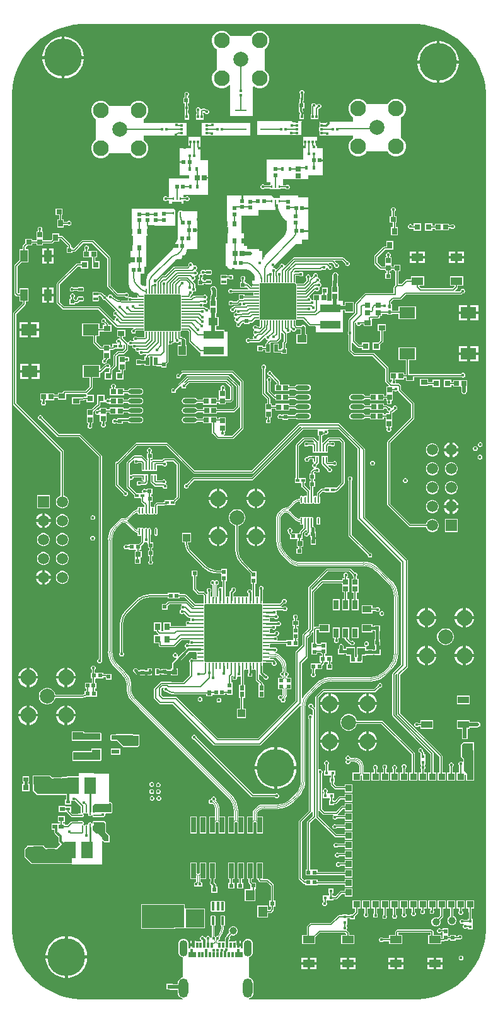
<source format=gtl>
G04*
G04 #@! TF.GenerationSoftware,Altium Limited,Altium Designer,24.2.2 (26)*
G04*
G04 Layer_Physical_Order=1*
G04 Layer_Color=255*
%FSLAX44Y44*%
%MOMM*%
G71*
G04*
G04 #@! TF.SameCoordinates,1647D1FA-22C0-4C44-882E-AE6E89F1C5CA*
G04*
G04*
G04 #@! TF.FilePolarity,Positive*
G04*
G01*
G75*
%ADD20R,0.5200X0.5200*%
%ADD21R,2.7000X1.0000*%
%ADD22R,1.8000X1.3400*%
%ADD23R,0.2500X0.4000*%
%ADD24C,0.9900*%
%ADD25R,0.8128X0.2540*%
%ADD26R,0.2540X0.8128*%
%ADD27R,0.6750X0.4500*%
%ADD28R,1.1000X0.6000*%
%ADD29R,0.4500X0.4500*%
%ADD30R,0.8890X0.8382*%
%ADD31R,0.8382X0.8890*%
%ADD33R,0.2000X0.6500*%
%ADD34R,0.6500X0.2000*%
%ADD35R,4.1000X4.1000*%
%ADD36R,0.8000X0.8000*%
%ADD37R,5.3086X5.3086*%
%ADD38R,1.2500X0.8500*%
%ADD39R,0.6500X1.2500*%
%ADD40R,0.6500X0.7000*%
%ADD41R,0.5200X0.5200*%
%ADD42R,1.5549X2.3062*%
%ADD43R,0.6500X0.6000*%
%ADD44R,0.5500X0.4500*%
%ADD45R,1.0500X0.6500*%
G04:AMPARAMS|DCode=46|XSize=0.25mm|YSize=0.675mm|CornerRadius=0.05mm|HoleSize=0mm|Usage=FLASHONLY|Rotation=0.000|XOffset=0mm|YOffset=0mm|HoleType=Round|Shape=RoundedRectangle|*
%AMROUNDEDRECTD46*
21,1,0.2500,0.5750,0,0,0.0*
21,1,0.1500,0.6750,0,0,0.0*
1,1,0.1000,0.0750,-0.2875*
1,1,0.1000,-0.0750,-0.2875*
1,1,0.1000,-0.0750,0.2875*
1,1,0.1000,0.0750,0.2875*
%
%ADD46ROUNDEDRECTD46*%
G04:AMPARAMS|DCode=47|XSize=1.225mm|YSize=0.25mm|CornerRadius=0.05mm|HoleSize=0mm|Usage=FLASHONLY|Rotation=0.000|XOffset=0mm|YOffset=0mm|HoleType=Round|Shape=RoundedRectangle|*
%AMROUNDEDRECTD47*
21,1,1.2250,0.1500,0,0,0.0*
21,1,1.1250,0.2500,0,0,0.0*
1,1,0.1000,0.5625,-0.0750*
1,1,0.1000,-0.5625,-0.0750*
1,1,0.1000,-0.5625,0.0750*
1,1,0.1000,0.5625,0.0750*
%
%ADD47ROUNDEDRECTD47*%
G04:AMPARAMS|DCode=48|XSize=0.25mm|YSize=0.975mm|CornerRadius=0.05mm|HoleSize=0mm|Usage=FLASHONLY|Rotation=0.000|XOffset=0mm|YOffset=0mm|HoleType=Round|Shape=RoundedRectangle|*
%AMROUNDEDRECTD48*
21,1,0.2500,0.8750,0,0,0.0*
21,1,0.1500,0.9750,0,0,0.0*
1,1,0.1000,0.0750,-0.4375*
1,1,0.1000,-0.0750,-0.4375*
1,1,0.1000,-0.0750,0.4375*
1,1,0.1000,0.0750,0.4375*
%
%ADD48ROUNDEDRECTD48*%
G04:AMPARAMS|DCode=49|XSize=0.625mm|YSize=0.25mm|CornerRadius=0.05mm|HoleSize=0mm|Usage=FLASHONLY|Rotation=0.000|XOffset=0mm|YOffset=0mm|HoleType=Round|Shape=RoundedRectangle|*
%AMROUNDEDRECTD49*
21,1,0.6250,0.1500,0,0,0.0*
21,1,0.5250,0.2500,0,0,0.0*
1,1,0.1000,0.2625,-0.0750*
1,1,0.1000,-0.2625,-0.0750*
1,1,0.1000,-0.2625,0.0750*
1,1,0.1000,0.2625,0.0750*
%
%ADD49ROUNDEDRECTD49*%
%ADD50R,0.4500X0.6750*%
%ADD51R,0.4000X0.5000*%
%ADD52R,0.6500X1.0500*%
%ADD53R,0.4572X0.3048*%
%ADD54R,0.3048X0.4572*%
%ADD55R,2.0000X2.0000*%
%ADD56R,0.4541X0.3627*%
%ADD57R,0.3000X0.7000*%
%ADD58R,1.0000X0.7000*%
%ADD59R,0.4500X0.4500*%
%ADD60R,0.3000X0.3500*%
%ADD61R,1.4986X0.2032*%
%ADD62R,0.4100X0.6600*%
%ADD63R,0.8000X0.9000*%
%ADD64R,0.6725X0.7154*%
%ADD65R,0.5500X0.6000*%
%ADD66R,0.6000X0.5500*%
%ADD67R,0.6000X0.6500*%
%ADD68R,0.5500X0.5000*%
%ADD69R,0.5000X0.5500*%
%ADD70R,1.0500X2.2000*%
%ADD71R,1.0000X1.0500*%
%ADD72R,0.6500X0.6500*%
%ADD73R,0.5153X0.4725*%
%ADD74R,1.2084X1.0121*%
%ADD75R,1.0121X1.2084*%
%ADD76R,0.5000X1.0000*%
%ADD77R,0.6153X0.5725*%
G04:AMPARAMS|DCode=78|XSize=0.8397mm|YSize=0.2225mm|CornerRadius=0.1112mm|HoleSize=0mm|Usage=FLASHONLY|Rotation=90.000|XOffset=0mm|YOffset=0mm|HoleType=Round|Shape=RoundedRectangle|*
%AMROUNDEDRECTD78*
21,1,0.8397,0.0000,0,0,90.0*
21,1,0.6172,0.2225,0,0,90.0*
1,1,0.2225,0.0000,0.3086*
1,1,0.2225,0.0000,-0.3086*
1,1,0.2225,0.0000,-0.3086*
1,1,0.2225,0.0000,0.3086*
%
%ADD78ROUNDEDRECTD78*%
%ADD79R,0.2225X0.8397*%
%ADD80R,0.5000X0.4500*%
%ADD81R,0.7154X0.6725*%
%ADD82R,0.7000X0.6500*%
%ADD83R,0.6500X0.6500*%
G04:AMPARAMS|DCode=84|XSize=0.4mm|YSize=0.65mm|CornerRadius=0.05mm|HoleSize=0mm|Usage=FLASHONLY|Rotation=270.000|XOffset=0mm|YOffset=0mm|HoleType=Round|Shape=RoundedRectangle|*
%AMROUNDEDRECTD84*
21,1,0.4000,0.5500,0,0,270.0*
21,1,0.3000,0.6500,0,0,270.0*
1,1,0.1000,-0.2750,-0.1500*
1,1,0.1000,-0.2750,0.1500*
1,1,0.1000,0.2750,0.1500*
1,1,0.1000,0.2750,-0.1500*
%
%ADD84ROUNDEDRECTD84*%
%ADD85R,2.1463X1.4986*%
%ADD86R,0.9000X0.7000*%
%ADD87R,0.6000X0.7500*%
%ADD88R,0.6000X1.5000*%
%ADD89R,0.4725X0.5153*%
%ADD90R,0.4500X0.5000*%
%ADD91R,0.5400X0.6000*%
%ADD92R,1.0000X1.5500*%
%ADD93O,1.9000X0.6500*%
%ADD94R,0.5400X0.5800*%
%ADD95R,0.5725X0.6153*%
%ADD96R,1.5500X1.0000*%
%ADD97R,0.7000X0.9000*%
%ADD98R,0.3627X0.4541*%
%ADD99R,0.6000X0.5400*%
%ADD100R,0.5500X0.5500*%
%ADD101C,1.0000*%
%ADD102R,1.1999X1.3998*%
%ADD103R,1.3061X1.0582*%
%ADD104R,1.5000X0.9000*%
%ADD105R,0.6604X2.0320*%
G04:AMPARAMS|DCode=106|XSize=1.19mm|YSize=0.4mm|CornerRadius=0.05mm|HoleSize=0mm|Usage=FLASHONLY|Rotation=90.000|XOffset=0mm|YOffset=0mm|HoleType=Round|Shape=RoundedRectangle|*
%AMROUNDEDRECTD106*
21,1,1.1900,0.3000,0,0,90.0*
21,1,1.0900,0.4000,0,0,90.0*
1,1,0.1000,0.1500,0.5450*
1,1,0.1000,0.1500,-0.5450*
1,1,0.1000,-0.1500,-0.5450*
1,1,0.1000,-0.1500,0.5450*
%
%ADD106ROUNDEDRECTD106*%
%ADD107R,0.5500X0.5500*%
%ADD108R,1.0000X0.9700*%
%ADD112R,3.7084X3.7084*%
%ADD134R,0.2000X0.6000*%
%ADD135R,0.6000X0.2000*%
%ADD136C,0.1800*%
%ADD137R,2.5500X1.6500*%
%ADD166C,0.1754*%
%ADD167C,0.3810*%
%ADD168C,0.1060*%
%ADD169C,0.2540*%
%ADD170C,0.5080*%
%ADD171C,0.3048*%
%ADD172C,0.2934*%
%ADD173R,1.5000X1.5000*%
%ADD174C,1.5000*%
%ADD175C,2.0000*%
%ADD176C,2.1000*%
%ADD177O,1.1000X2.2000*%
%ADD178O,1.3000X2.6000*%
%ADD179C,0.4064*%
%ADD180C,5.0800*%
G36*
X556374Y1311536D02*
X565761Y1309669D01*
X574920Y1306890D01*
X583762Y1303228D01*
X592203Y1298716D01*
X600161Y1293398D01*
X607559Y1287327D01*
X614327Y1280559D01*
X620399Y1273161D01*
X625716Y1265203D01*
X630228Y1256762D01*
X633890Y1247920D01*
X636669Y1238761D01*
X638536Y1229374D01*
X639474Y1219849D01*
Y1215063D01*
Y100063D01*
Y95278D01*
X638536Y85753D01*
X636669Y76366D01*
X633890Y67207D01*
X630228Y58365D01*
X625716Y49924D01*
X620398Y41966D01*
X614327Y34568D01*
X607559Y27800D01*
X600161Y21728D01*
X592203Y16411D01*
X583762Y11899D01*
X574920Y8237D01*
X565761Y5458D01*
X556374Y3591D01*
X546849Y2653D01*
X321000D01*
Y4246D01*
X321556Y4319D01*
X323415Y5089D01*
X325012Y6314D01*
X326237Y7911D01*
X327007Y9770D01*
X327270Y11765D01*
Y24765D01*
X327007Y26760D01*
X326237Y28620D01*
X325012Y30216D01*
X323415Y31441D01*
X321556Y32211D01*
X321000Y32285D01*
Y59854D01*
X321295Y59893D01*
X322911Y60562D01*
X324299Y61627D01*
X325364Y63015D01*
X326033Y64631D01*
X326261Y66365D01*
Y77365D01*
X326033Y79099D01*
X325364Y80715D01*
X324299Y82103D01*
X322911Y83168D01*
X321295Y83837D01*
X319561Y84065D01*
X317827Y83837D01*
X316211Y83168D01*
X314823Y82103D01*
X313758Y80715D01*
X313089Y79099D01*
X312861Y77365D01*
Y71865D01*
X310401D01*
Y74060D01*
X306361D01*
Y75965D01*
X304456D01*
Y82005D01*
X302321D01*
Y80608D01*
X294080D01*
Y82218D01*
X294298Y82308D01*
X295192Y83202D01*
X295675Y84368D01*
Y85632D01*
X295192Y86798D01*
X295002Y86988D01*
Y87089D01*
X297358Y89445D01*
X298778Y88857D01*
X301222D01*
X303480Y89792D01*
X305208Y91520D01*
X306143Y93778D01*
Y96222D01*
X305208Y98480D01*
X303480Y100208D01*
X301222Y101143D01*
X298778D01*
X296520Y100208D01*
X294792Y98480D01*
X293857Y96222D01*
Y93778D01*
X294445Y92358D01*
X291486Y89398D01*
X291039Y88730D01*
X290882Y87942D01*
X290882Y87942D01*
Y87767D01*
X290702Y87692D01*
X289808Y86798D01*
X289325Y85632D01*
Y85614D01*
X288849Y84902D01*
X288642Y83861D01*
Y80608D01*
X279724D01*
X279596Y81825D01*
X280763Y82308D01*
X281656Y83202D01*
X282139Y84368D01*
Y85632D01*
X282024Y85912D01*
X283390Y87577D01*
X285736Y91965D01*
X287180Y96726D01*
X287668Y101677D01*
X288014Y101745D01*
X288557Y102109D01*
X288920Y102652D01*
X289048Y103293D01*
Y114193D01*
X288920Y114834D01*
X288557Y115378D01*
X288014Y115741D01*
X287373Y115868D01*
X284373D01*
X283732Y115741D01*
X283188Y115378D01*
X282825Y114834D01*
X282698Y114193D01*
Y103293D01*
X282825Y102652D01*
X283188Y102109D01*
X283732Y101745D01*
X284171Y101658D01*
X284175Y101640D01*
X283758Y97407D01*
X282512Y93300D01*
X280489Y89515D01*
X279389Y88175D01*
X278333D01*
X277166Y87692D01*
X276361Y86887D01*
X275556Y87692D01*
X274578Y88097D01*
Y101659D01*
X275014Y101745D01*
X275557Y102109D01*
X275920Y102652D01*
X276048Y103293D01*
Y114193D01*
X275920Y114834D01*
X275557Y115378D01*
X275014Y115741D01*
X274373Y115868D01*
X271373D01*
X270732Y115741D01*
X270188Y115378D01*
X269825Y114834D01*
X269697Y114193D01*
Y103293D01*
X269825Y102652D01*
X270188Y102109D01*
X270732Y101745D01*
X271167Y101659D01*
Y87136D01*
X271108D01*
X271157Y86890D01*
X271066Y86798D01*
X270583Y85632D01*
X269390Y85776D01*
X268906Y86943D01*
X268013Y87836D01*
X266846Y88319D01*
X265583D01*
X264416Y87836D01*
X263523Y86943D01*
X263135Y86006D01*
X262821Y85876D01*
X261364Y86383D01*
X261192Y86798D01*
X260299Y87692D01*
X259132Y88175D01*
X257868D01*
X256702Y87692D01*
X255808Y86798D01*
X255325Y85632D01*
Y84368D01*
X255808Y83202D01*
X256702Y82308D01*
X256962Y82201D01*
X257091Y81878D01*
X256231Y80608D01*
X250401D01*
Y82005D01*
X248266D01*
Y75965D01*
X246361D01*
Y74060D01*
X242321D01*
Y71865D01*
X239861D01*
Y77365D01*
X239633Y79099D01*
X238964Y80715D01*
X237899Y82103D01*
X236511Y83168D01*
X234895Y83837D01*
X233161Y84065D01*
X231427Y83837D01*
X229811Y83168D01*
X228423Y82103D01*
X227358Y80715D01*
X226689Y79099D01*
X226461Y77365D01*
Y66365D01*
X226689Y64631D01*
X227358Y63015D01*
X228423Y61627D01*
X229811Y60562D01*
X231427Y59893D01*
X232500Y59752D01*
Y32387D01*
X231166Y32211D01*
X229307Y31441D01*
X227710Y30216D01*
X226485Y28620D01*
X225715Y26760D01*
X225452Y24765D01*
Y23545D01*
X218393D01*
Y23893D01*
X210607D01*
Y16107D01*
X214347D01*
X214710Y16035D01*
X225452D01*
Y11765D01*
X225715Y9770D01*
X226485Y7911D01*
X227710Y6314D01*
X229307Y5089D01*
X231166Y4319D01*
X232500Y4143D01*
Y2653D01*
X100063D01*
X95278Y2653D01*
X85753Y3591D01*
X76366Y5458D01*
X67207Y8237D01*
X58365Y11899D01*
X49924Y16411D01*
X41966Y21728D01*
X34568Y27800D01*
X27800Y34568D01*
X21728Y41966D01*
X16411Y49924D01*
X11899Y58365D01*
X8237Y67207D01*
X5458Y76366D01*
X3591Y85753D01*
X2653Y95278D01*
X2653Y100063D01*
Y1215063D01*
X2653Y1219849D01*
X3591Y1229374D01*
X5458Y1238761D01*
X8237Y1247920D01*
X11899Y1256762D01*
X16411Y1265203D01*
X21728Y1273161D01*
X27800Y1280559D01*
X34568Y1287327D01*
X41966Y1293399D01*
X49924Y1298716D01*
X58365Y1303228D01*
X67207Y1306890D01*
X76366Y1309669D01*
X85753Y1311536D01*
X95278Y1312474D01*
X546849D01*
X556374Y1311536D01*
D02*
G37*
%LPC*%
G36*
X337117Y1303440D02*
X333683D01*
X330367Y1302551D01*
X327393Y1300835D01*
X324965Y1298407D01*
X324153Y1297000D01*
X295847D01*
X295035Y1298407D01*
X292607Y1300835D01*
X289633Y1302551D01*
X286317Y1303440D01*
X282883D01*
X279567Y1302551D01*
X276593Y1300835D01*
X274165Y1298407D01*
X272449Y1295433D01*
X271560Y1292117D01*
Y1288683D01*
X272449Y1285367D01*
X274165Y1282393D01*
X276593Y1279965D01*
X278000Y1279153D01*
Y1250847D01*
X276593Y1250035D01*
X274165Y1247607D01*
X272449Y1244633D01*
X271560Y1241317D01*
Y1237883D01*
X272449Y1234567D01*
X274165Y1231593D01*
X276593Y1229165D01*
X279567Y1227449D01*
X282883Y1226560D01*
X286317D01*
X289633Y1227449D01*
X292607Y1229165D01*
X294230Y1230789D01*
X295500Y1230263D01*
Y1194000D01*
Y1189000D01*
X326500D01*
Y1228402D01*
X327770Y1228948D01*
X330367Y1227449D01*
X333683Y1226560D01*
X337117D01*
X340433Y1227449D01*
X343407Y1229165D01*
X345835Y1231593D01*
X347551Y1234567D01*
X348440Y1237883D01*
Y1241317D01*
X347551Y1244633D01*
X345835Y1247607D01*
X343407Y1250035D01*
X342000Y1250847D01*
Y1279153D01*
X343407Y1279965D01*
X345835Y1282393D01*
X347551Y1285367D01*
X348440Y1288683D01*
Y1292117D01*
X347551Y1295433D01*
X345835Y1298407D01*
X343407Y1300835D01*
X340433Y1302551D01*
X337117Y1303440D01*
D02*
G37*
G36*
X73699Y1295440D02*
X73405D01*
Y1269405D01*
X99440D01*
Y1269699D01*
X98752Y1274043D01*
X97393Y1278225D01*
X95396Y1282144D01*
X92811Y1285702D01*
X89702Y1288811D01*
X86144Y1291396D01*
X82225Y1293393D01*
X78043Y1294752D01*
X73699Y1295440D01*
D02*
G37*
G36*
X69595D02*
X69301D01*
X64957Y1294752D01*
X60775Y1293393D01*
X56856Y1291396D01*
X53298Y1288811D01*
X50189Y1285702D01*
X47604Y1282144D01*
X45607Y1278225D01*
X44248Y1274043D01*
X43560Y1269699D01*
Y1269405D01*
X69595D01*
Y1295440D01*
D02*
G37*
G36*
X577199Y1289440D02*
X576905D01*
Y1263405D01*
X602940D01*
Y1263699D01*
X602252Y1268043D01*
X600893Y1272225D01*
X598896Y1276144D01*
X596311Y1279702D01*
X593202Y1282811D01*
X589644Y1285396D01*
X585725Y1287393D01*
X581543Y1288752D01*
X577199Y1289440D01*
D02*
G37*
G36*
X573095D02*
X572801D01*
X568457Y1288752D01*
X564275Y1287393D01*
X560356Y1285396D01*
X556798Y1282811D01*
X553689Y1279702D01*
X551104Y1276144D01*
X549107Y1272225D01*
X547748Y1268043D01*
X547060Y1263699D01*
Y1263405D01*
X573095D01*
Y1289440D01*
D02*
G37*
G36*
X99440Y1265595D02*
X73405D01*
Y1239560D01*
X73699D01*
X78043Y1240248D01*
X82225Y1241607D01*
X86144Y1243604D01*
X89702Y1246189D01*
X92811Y1249298D01*
X95396Y1252856D01*
X97393Y1256775D01*
X98752Y1260957D01*
X99440Y1265301D01*
Y1265595D01*
D02*
G37*
G36*
X69595D02*
X43560D01*
Y1265301D01*
X44248Y1260957D01*
X45607Y1256775D01*
X47604Y1252856D01*
X50189Y1249298D01*
X53298Y1246189D01*
X56856Y1243604D01*
X60775Y1241607D01*
X64957Y1240248D01*
X69301Y1239560D01*
X69595D01*
Y1265595D01*
D02*
G37*
G36*
X602940Y1259595D02*
X576905D01*
Y1233560D01*
X577199D01*
X581543Y1234248D01*
X585725Y1235607D01*
X589644Y1237604D01*
X593202Y1240189D01*
X596311Y1243298D01*
X598896Y1246856D01*
X600893Y1250775D01*
X602252Y1254957D01*
X602940Y1259301D01*
Y1259595D01*
D02*
G37*
G36*
X573095D02*
X547060D01*
Y1259301D01*
X547748Y1254957D01*
X549107Y1250775D01*
X551104Y1246856D01*
X553689Y1243298D01*
X556798Y1240189D01*
X560356Y1237604D01*
X564275Y1235607D01*
X568457Y1234248D01*
X572801Y1233560D01*
X573095D01*
Y1259595D01*
D02*
G37*
G36*
X520321Y1211948D02*
X516887D01*
X513571Y1211059D01*
X510597Y1209342D01*
X508170Y1206914D01*
X507357Y1205508D01*
X479051D01*
X478239Y1206914D01*
X475811Y1209342D01*
X472837Y1211059D01*
X469521Y1211948D01*
X466087D01*
X462771Y1211059D01*
X459797Y1209342D01*
X457369Y1206914D01*
X455653Y1203941D01*
X454764Y1200624D01*
Y1197191D01*
X455653Y1193874D01*
X457369Y1190901D01*
X459797Y1188473D01*
X461204Y1187661D01*
Y1181530D01*
X416385D01*
Y1174195D01*
X415242D01*
Y1168861D01*
X416385D01*
Y1163010D01*
X461204D01*
Y1159354D01*
X459797Y1158542D01*
X457369Y1156114D01*
X455653Y1153141D01*
X454764Y1149824D01*
Y1146391D01*
X455653Y1143074D01*
X457369Y1140101D01*
X459797Y1137673D01*
X462771Y1135956D01*
X466087Y1135068D01*
X469521D01*
X472837Y1135956D01*
X475811Y1137673D01*
X478239Y1140101D01*
X479051Y1141508D01*
X507357D01*
X508170Y1140101D01*
X510597Y1137673D01*
X513571Y1135956D01*
X516887Y1135068D01*
X520321D01*
X523637Y1135956D01*
X526611Y1137673D01*
X529039Y1140101D01*
X530756Y1143074D01*
X531644Y1146391D01*
Y1149824D01*
X530756Y1153141D01*
X529039Y1156114D01*
X526611Y1158542D01*
X525204Y1159354D01*
Y1187661D01*
X526611Y1188473D01*
X529039Y1190901D01*
X530756Y1193874D01*
X531644Y1197191D01*
Y1200624D01*
X530756Y1203941D01*
X529039Y1206914D01*
X526611Y1209342D01*
X523637Y1211059D01*
X520321Y1211948D01*
D02*
G37*
G36*
X174650Y1209438D02*
X171216D01*
X167899Y1208549D01*
X164926Y1206833D01*
X162498Y1204405D01*
X161686Y1202998D01*
X133379D01*
X132567Y1204405D01*
X130140Y1206833D01*
X127166Y1208549D01*
X123849Y1209438D01*
X120416D01*
X117100Y1208549D01*
X114126Y1206833D01*
X111698Y1204405D01*
X109981Y1201431D01*
X109093Y1198115D01*
Y1194681D01*
X109981Y1191365D01*
X111698Y1188391D01*
X114126Y1185963D01*
X115533Y1185151D01*
Y1156845D01*
X114126Y1156032D01*
X111698Y1153605D01*
X109981Y1150631D01*
X109093Y1147315D01*
Y1143881D01*
X109981Y1140565D01*
X111698Y1137591D01*
X114126Y1135163D01*
X117100Y1133447D01*
X120416Y1132558D01*
X123849D01*
X127166Y1133447D01*
X130140Y1135163D01*
X132567Y1137591D01*
X133379Y1138998D01*
X161686D01*
X162498Y1137591D01*
X164926Y1135163D01*
X167899Y1133447D01*
X171216Y1132558D01*
X174650D01*
X177966Y1133447D01*
X180940Y1135163D01*
X183367Y1137591D01*
X185084Y1140565D01*
X185973Y1143881D01*
Y1147315D01*
X185084Y1150631D01*
X183367Y1153605D01*
X180940Y1156032D01*
X179533Y1156845D01*
Y1163000D01*
X323000D01*
Y1179500D01*
X179533D01*
Y1185151D01*
X180940Y1185963D01*
X183367Y1188391D01*
X185084Y1191365D01*
X185973Y1194681D01*
Y1198115D01*
X185084Y1201431D01*
X183367Y1204405D01*
X180940Y1206833D01*
X177966Y1208549D01*
X174650Y1209438D01*
D02*
G37*
G36*
X253631Y1200675D02*
X252369D01*
X251201Y1200192D01*
X250308Y1199298D01*
X249825Y1198131D01*
Y1196868D01*
X250308Y1195702D01*
X250766Y1195244D01*
Y1191267D01*
X249984D01*
Y1184409D01*
X260319D01*
Y1191267D01*
X259712D01*
Y1193366D01*
X260982Y1194271D01*
X261244Y1194181D01*
X261727Y1193014D01*
X262620Y1192121D01*
X263787Y1191637D01*
X265050D01*
X266217Y1192121D01*
X267110Y1193014D01*
X267594Y1194181D01*
Y1195444D01*
X267110Y1196611D01*
X266217Y1197504D01*
X265050Y1197988D01*
X263787D01*
X263606Y1197913D01*
X263184Y1198335D01*
X262516Y1198781D01*
X261728Y1198938D01*
X261728Y1198938D01*
X258878D01*
X258878Y1198938D01*
X258090Y1198781D01*
X257422Y1198335D01*
X257379Y1198292D01*
X257286Y1198279D01*
X255955Y1198663D01*
X255692Y1199298D01*
X254799Y1200192D01*
X253631Y1200675D01*
D02*
G37*
G36*
X408662Y1206409D02*
X407399D01*
X406232Y1205925D01*
X405339Y1205032D01*
X404855Y1203865D01*
Y1202602D01*
X404917Y1202453D01*
X404849Y1202112D01*
X404849Y1202112D01*
Y1191721D01*
X404242D01*
Y1184863D01*
X414577D01*
Y1191721D01*
X413969D01*
Y1198273D01*
X414897Y1199201D01*
X415791D01*
X416958Y1199684D01*
X417851Y1200577D01*
X418334Y1201744D01*
Y1203008D01*
X417851Y1204174D01*
X416958Y1205068D01*
X415791Y1205551D01*
X414528D01*
X413361Y1205068D01*
X412468Y1204174D01*
X412407Y1204029D01*
X412150Y1203994D01*
X411085Y1204155D01*
X410722Y1205032D01*
X409829Y1205925D01*
X408662Y1206409D01*
D02*
G37*
G36*
X392903Y1223990D02*
X391640D01*
X390473Y1223507D01*
X389580Y1222614D01*
X389096Y1221447D01*
Y1220184D01*
X389580Y1219017D01*
X389790Y1218806D01*
Y1215130D01*
X389608D01*
Y1212706D01*
X389311Y1212262D01*
X389123Y1211320D01*
Y1207022D01*
X387841D01*
Y1199536D01*
X388040D01*
Y1195500D01*
X388227Y1194558D01*
X388760Y1193760D01*
X389445Y1193076D01*
Y1191721D01*
X389238D01*
Y1184863D01*
X394572D01*
Y1191721D01*
X394365D01*
Y1194095D01*
X394178Y1195037D01*
X393644Y1195835D01*
X392960Y1196519D01*
Y1199536D01*
X395327D01*
Y1207022D01*
X394044D01*
Y1209344D01*
X394894D01*
Y1215130D01*
X394711D01*
Y1218765D01*
X394963Y1219017D01*
X395446Y1220184D01*
Y1221447D01*
X394963Y1222614D01*
X394070Y1223507D01*
X392903Y1223990D01*
D02*
G37*
G36*
X238183Y1221510D02*
X236921D01*
X235753Y1221026D01*
X234860Y1220133D01*
X234377Y1218966D01*
Y1217703D01*
X234586Y1217199D01*
Y1213926D01*
X232903D01*
Y1206440D01*
X234888D01*
Y1202893D01*
X234607D01*
Y1197107D01*
X235190D01*
Y1192559D01*
X235190Y1192559D01*
X235195Y1192538D01*
X234980Y1191267D01*
X234980D01*
Y1184409D01*
X240314D01*
Y1191267D01*
X240314D01*
X239684Y1192277D01*
X239550Y1192950D01*
X239310Y1193310D01*
Y1197107D01*
X239893D01*
Y1202893D01*
X239007D01*
Y1206440D01*
X240389D01*
Y1213926D01*
X238705D01*
Y1215376D01*
X239350Y1215643D01*
X240244Y1216536D01*
X240727Y1217703D01*
Y1218966D01*
X240244Y1220133D01*
X239350Y1221026D01*
X238183Y1221510D01*
D02*
G37*
G36*
X391907Y1182000D02*
X332000D01*
X332017Y1179184D01*
Y1163867D01*
X391907D01*
Y1182000D01*
D02*
G37*
G36*
X412771Y1161528D02*
X394000D01*
Y1131000D01*
X344500D01*
Y1100500D01*
X350212D01*
Y1097191D01*
X349069D01*
Y1096107D01*
X342372D01*
X342333Y1096202D01*
X341440Y1097095D01*
X340273Y1097578D01*
X339010D01*
X337843Y1097095D01*
X336950Y1096202D01*
X336467Y1095035D01*
Y1093772D01*
X336950Y1092605D01*
X337843Y1091712D01*
X339010Y1091228D01*
X340273D01*
X341440Y1091712D01*
X341716Y1091988D01*
X349069D01*
Y1090905D01*
X353855D01*
Y1090904D01*
X354069D01*
Y1090905D01*
X358855D01*
Y1090904D01*
X359069D01*
Y1090905D01*
X363855D01*
Y1091988D01*
X370123D01*
X370158Y1091906D01*
X371051Y1091012D01*
X372218Y1090529D01*
X373481D01*
X374648Y1091012D01*
X375541Y1091906D01*
X376024Y1093073D01*
Y1094336D01*
X375541Y1095503D01*
X374648Y1096396D01*
X373481Y1096879D01*
X372218D01*
X371051Y1096396D01*
X370762Y1096107D01*
X366962D01*
Y1104741D01*
X400500D01*
Y1109405D01*
X420500D01*
Y1146000D01*
X412771D01*
Y1161528D01*
D02*
G37*
G36*
X256128Y1161075D02*
X239548D01*
Y1145707D01*
X228000D01*
Y1109500D01*
X240500D01*
Y1105000D01*
X213746D01*
Y1080058D01*
X211432D01*
X210798Y1080692D01*
X209632Y1081175D01*
X208368D01*
X207201Y1080692D01*
X206308Y1079799D01*
X205825Y1078632D01*
Y1077368D01*
X206308Y1076201D01*
X207201Y1075308D01*
X208368Y1074825D01*
X209632D01*
X210798Y1075308D01*
X211429Y1075939D01*
X213746D01*
Y1071099D01*
X218246D01*
Y1073998D01*
X230246D01*
Y1071099D01*
X233246D01*
Y1075939D01*
X235734D01*
X236217Y1075455D01*
X237384Y1074972D01*
X238647D01*
X239814Y1075455D01*
X240707Y1076348D01*
X241190Y1077515D01*
Y1078778D01*
X240707Y1079945D01*
X239814Y1080838D01*
X238647Y1081322D01*
X237384D01*
X236217Y1080838D01*
X235436Y1080058D01*
X233246D01*
Y1083000D01*
X266500D01*
Y1129500D01*
X256128D01*
Y1161075D01*
D02*
G37*
G36*
X387403Y1082484D02*
X362462D01*
Y1079048D01*
X354212D01*
X351260Y1082000D01*
X291119D01*
Y1076493D01*
Y1040487D01*
X292814D01*
Y1032000D01*
X290000D01*
Y1027062D01*
X289814Y1026129D01*
Y990582D01*
X290000Y990134D01*
Y987500D01*
X291697D01*
X292441Y985705D01*
X294196Y983950D01*
X296489Y983000D01*
X316500D01*
X317725Y982940D01*
X320129Y982462D01*
X322392Y981524D01*
X324430Y980163D01*
X326163Y978430D01*
X327524Y976392D01*
X328462Y974128D01*
X328940Y971725D01*
X329000Y970500D01*
Y968251D01*
X325349D01*
Y960060D01*
X323853D01*
X320078Y963835D01*
X319410Y964281D01*
X318622Y964438D01*
X318622Y964438D01*
X316760D01*
Y966121D01*
X315077D01*
Y968858D01*
X315716Y969498D01*
X316199Y970665D01*
Y971928D01*
X315716Y973095D01*
X314823Y973988D01*
X313656Y974471D01*
X312393D01*
X311226Y973988D01*
X310333Y973095D01*
X309849Y971928D01*
Y970665D01*
X310333Y969498D01*
X310957Y968873D01*
Y966121D01*
X309274D01*
Y958635D01*
X316760D01*
Y959688D01*
X318030Y960057D01*
X320717Y957370D01*
X320191Y956100D01*
X298913D01*
X298240Y956773D01*
X297073Y957257D01*
X295810D01*
X294643Y956773D01*
X293750Y955880D01*
X293267Y954713D01*
Y953450D01*
X293750Y952283D01*
X294643Y951390D01*
X295810Y950907D01*
X297073D01*
X298240Y951390D01*
X298831Y951981D01*
X326857D01*
Y948041D01*
X315137D01*
Y949469D01*
X307697D01*
Y942650D01*
X307399Y942590D01*
X306731Y942144D01*
X306731Y942144D01*
X304647Y940060D01*
X299431D01*
X298799Y940692D01*
X297631Y941175D01*
X296368D01*
X295201Y940692D01*
X294308Y939799D01*
X293825Y938632D01*
Y937368D01*
X294308Y936201D01*
X295201Y935308D01*
X296368Y934825D01*
X297631D01*
X298799Y935308D01*
X299431Y935940D01*
X305500D01*
X305500Y935940D01*
X306288Y936097D01*
X306956Y936544D01*
X308896Y938483D01*
X310216Y938400D01*
X310912Y937358D01*
X310874Y937267D01*
Y936004D01*
X310947Y935830D01*
X310098Y934560D01*
X302500D01*
X302500Y934560D01*
X301712Y934403D01*
X301044Y933956D01*
X301043Y933956D01*
X299262Y932175D01*
X298368D01*
X297201Y931692D01*
X296308Y930798D01*
X295825Y929632D01*
Y928369D01*
X296308Y927202D01*
X297201Y926308D01*
X298368Y925825D01*
X299632D01*
X300798Y926308D01*
X301692Y927202D01*
X302175Y928369D01*
Y929180D01*
X303119Y930049D01*
X303685Y929971D01*
X303976Y929423D01*
X304235Y928621D01*
X303825Y927632D01*
Y926368D01*
X303130Y925175D01*
X301963Y924692D01*
X301070Y923799D01*
X300587Y922632D01*
Y921369D01*
X301070Y920202D01*
X301963Y919309D01*
X302334Y919155D01*
X302632Y917657D01*
X302401Y917425D01*
X301918Y916258D01*
Y914995D01*
X302401Y913828D01*
X303294Y912935D01*
X304323Y912509D01*
X304607Y911890D01*
X304791Y911182D01*
X304340Y910731D01*
X303857Y909564D01*
Y908300D01*
X304340Y907134D01*
X305233Y906240D01*
X306400Y905757D01*
X307663D01*
X308830Y906240D01*
X309723Y907134D01*
X310207Y908300D01*
Y909194D01*
X312578Y911566D01*
X314117D01*
Y909883D01*
X321603D01*
Y911566D01*
X324626D01*
X324626Y911566D01*
X325414Y911723D01*
X326082Y912169D01*
X329770Y915857D01*
X334528Y915857D01*
X334617Y915857D01*
X334689Y915855D01*
X335676Y915676D01*
X335855Y914689D01*
X335857Y914617D01*
X335857Y914528D01*
Y907471D01*
X335545Y907152D01*
X334715Y906612D01*
X334670Y906604D01*
X334165Y906704D01*
X334165Y906704D01*
X332356D01*
X332282Y906885D01*
X331389Y907778D01*
X330221Y908261D01*
X328958D01*
X327791Y907778D01*
X326898Y906885D01*
X326415Y905718D01*
Y904455D01*
X326898Y903288D01*
X327622Y902564D01*
X327788Y902256D01*
X327753Y901036D01*
X327308Y900592D01*
X326825Y899425D01*
Y898161D01*
X327308Y896994D01*
X328201Y896101D01*
X328320Y896052D01*
Y894678D01*
X327956Y894527D01*
X327062Y893634D01*
X326579Y892467D01*
Y891204D01*
X326734Y890830D01*
X325885Y889560D01*
X322430D01*
X321799Y890192D01*
X320631Y890675D01*
X319368D01*
X318202Y890192D01*
X317308Y889298D01*
X316825Y888131D01*
Y886869D01*
X317308Y885702D01*
X318202Y884808D01*
X319368Y884325D01*
X320631D01*
X321799Y884808D01*
X322430Y885440D01*
X335000D01*
X335000Y885440D01*
X335788Y885597D01*
X336456Y886044D01*
X342055Y891642D01*
X343325Y891116D01*
Y890868D01*
X343808Y889702D01*
X344701Y888808D01*
X345868Y888325D01*
X345910D01*
X346436Y887055D01*
X345259Y885878D01*
X344813Y885210D01*
X344656Y884422D01*
X343673Y883781D01*
X343073D01*
Y878876D01*
X339939D01*
Y880559D01*
X332453D01*
Y873073D01*
X339939D01*
Y874757D01*
X343073D01*
Y871495D01*
X350359D01*
Y883781D01*
X350359D01*
X350285Y883960D01*
X351152Y885185D01*
X358745D01*
X358745Y885185D01*
X359533Y885342D01*
X360201Y885789D01*
X363456Y889044D01*
X363456Y889044D01*
X363903Y889712D01*
X364060Y890500D01*
X364060Y890500D01*
Y898232D01*
X365330Y898757D01*
X367940Y896147D01*
Y886925D01*
X366779Y885764D01*
X366333Y885096D01*
X366176Y884308D01*
X366176Y884308D01*
Y877123D01*
X364493D01*
Y875440D01*
X361359D01*
Y883781D01*
X354073D01*
Y871495D01*
X358659D01*
X358685Y871477D01*
X359474Y871320D01*
X359474Y871320D01*
X364493D01*
Y869637D01*
X371979D01*
Y877123D01*
X370295D01*
Y883455D01*
X371456Y884616D01*
X371456Y884616D01*
X371903Y885284D01*
X372060Y886072D01*
Y897000D01*
X372060Y897000D01*
X373175Y897905D01*
X373368Y897825D01*
X374632D01*
X375798Y898308D01*
X376692Y899202D01*
X377175Y900368D01*
Y900983D01*
X378289Y901270D01*
X378445Y901275D01*
X379310Y900410D01*
X380477Y899927D01*
X381740D01*
X382907Y900410D01*
X383800Y901303D01*
X384283Y902470D01*
X384873Y902954D01*
X384941Y902940D01*
X384941Y902940D01*
X390245D01*
Y896204D01*
X384796D01*
Y883796D01*
X399166D01*
Y896204D01*
X397755D01*
Y905000D01*
X397469Y906437D01*
X396655Y907655D01*
X395437Y908469D01*
X394000Y908755D01*
X392563Y908469D01*
X391345Y907655D01*
X390947Y907060D01*
X385794D01*
X384183Y908671D01*
Y911127D01*
X384143Y911326D01*
X384143Y914528D01*
X384143Y914617D01*
X384145Y914689D01*
X384324Y915676D01*
X385311Y915855D01*
X385383Y915857D01*
X385472Y915857D01*
X393143D01*
X394213Y915374D01*
X402043Y907544D01*
X402044Y907544D01*
X402712Y907097D01*
X403500Y906940D01*
X403500Y906940D01*
X410275D01*
X411137Y906008D01*
X410590Y899061D01*
X447500D01*
Y928001D01*
X449597D01*
Y925327D01*
X462004D01*
Y939697D01*
X449597D01*
Y935511D01*
X447500D01*
Y941033D01*
X441923D01*
X441018Y941914D01*
Y950144D01*
X441018Y951200D01*
X441018Y952470D01*
Y960700D01*
X440380D01*
Y964090D01*
X440817D01*
Y967276D01*
X440852Y967454D01*
Y974856D01*
X441000Y975595D01*
X440714Y977032D01*
X439900Y978251D01*
X438681Y979065D01*
X437244Y979351D01*
X435807Y979065D01*
X434589Y978251D01*
X434442Y978104D01*
X433628Y976885D01*
X433342Y975448D01*
Y968698D01*
X433155Y968418D01*
X432869Y966981D01*
Y960700D01*
X432232D01*
Y952470D01*
X432231Y951414D01*
X432232Y950144D01*
Y941914D01*
X431326Y941033D01*
X426230D01*
Y949819D01*
X426230Y949819D01*
X426658Y950837D01*
X426658D01*
X426658Y950911D01*
Y958923D01*
X418972D01*
Y950837D01*
X418570Y950165D01*
X417444Y949819D01*
X416230D01*
Y949819D01*
X407444D01*
Y941907D01*
X406810Y941483D01*
X405906D01*
X405309Y941815D01*
X404788Y942544D01*
Y943368D01*
X404305Y944535D01*
X403412Y945428D01*
X402510Y945801D01*
X402151Y946700D01*
X402094Y947181D01*
X409108Y954195D01*
X410701Y954308D01*
X411868Y953825D01*
X413131D01*
X414299Y954308D01*
X415192Y955201D01*
X415675Y956368D01*
Y957632D01*
X415500Y958055D01*
X415610Y959122D01*
X416154Y959541D01*
X416799Y959808D01*
X417692Y960702D01*
X418175Y961869D01*
Y963132D01*
X417692Y964298D01*
X416799Y965192D01*
X416257Y965416D01*
X415942Y966848D01*
X416335Y967242D01*
X416819Y968409D01*
Y969672D01*
X416335Y970839D01*
X415442Y971732D01*
X414275Y972215D01*
X414002D01*
X413709Y972572D01*
X413309Y973485D01*
X413675Y974369D01*
Y975632D01*
X413192Y976798D01*
X412299Y977692D01*
X411132Y978175D01*
X409868D01*
X408702Y977692D01*
X407808Y976798D01*
X407325Y975632D01*
Y974738D01*
X404938Y972350D01*
X403675Y972884D01*
Y973632D01*
X403192Y974799D01*
X402299Y975692D01*
X401132Y976175D01*
X399869D01*
X398702Y975692D01*
X397808Y974799D01*
X397325Y973632D01*
Y972368D01*
X397808Y971201D01*
X398440Y970570D01*
Y967853D01*
X394647Y964060D01*
X393143D01*
Y964143D01*
X385472Y964143D01*
X385383Y964143D01*
X385311Y964145D01*
X384324Y964324D01*
X384145Y965311D01*
X384143Y965383D01*
X384143Y965472D01*
Y973143D01*
X384060D01*
Y974940D01*
X388569D01*
X389202Y974308D01*
X390368Y973825D01*
X391632D01*
X392799Y974308D01*
X393692Y975201D01*
X394175Y976368D01*
Y977632D01*
X393692Y978799D01*
X392799Y979692D01*
X391632Y980175D01*
X390368D01*
X389202Y979692D01*
X388569Y979060D01*
X383000D01*
X383000Y979060D01*
X382212Y978903D01*
X381910Y978701D01*
X381101Y979688D01*
X383233Y981820D01*
X416677D01*
X416677Y981820D01*
X417466Y981977D01*
X418134Y982423D01*
X418549Y982838D01*
X420172D01*
X420201Y982808D01*
X421368Y982325D01*
X422631D01*
X423798Y982808D01*
X424692Y983701D01*
X425175Y984868D01*
Y985196D01*
X426445Y985909D01*
X426825Y985677D01*
Y985368D01*
X427308Y984202D01*
X428201Y983308D01*
X429369Y982825D01*
X430631D01*
X431799Y983308D01*
X432692Y984202D01*
X433175Y985368D01*
Y986632D01*
X432692Y987798D01*
X431799Y988692D01*
X430631Y989175D01*
X429738D01*
X428137Y990776D01*
X428663Y992046D01*
X432542D01*
X435825Y988762D01*
Y987868D01*
X436308Y986702D01*
X437201Y985808D01*
X438368Y985325D01*
X439632D01*
X440798Y985808D01*
X441692Y986702D01*
X442175Y987868D01*
Y989131D01*
X441692Y990298D01*
X440798Y991192D01*
X439632Y991675D01*
X438738D01*
X436643Y993769D01*
X437130Y994943D01*
X446645D01*
X450325Y991262D01*
Y990368D01*
X450808Y989202D01*
X451702Y988308D01*
X452868Y987825D01*
X454132D01*
X455299Y988308D01*
X456192Y989202D01*
X456675Y990368D01*
Y991631D01*
X456192Y992798D01*
X455299Y993692D01*
X454132Y994175D01*
X453238D01*
X448954Y998459D01*
X448286Y998905D01*
X447498Y999062D01*
X447497Y999062D01*
X381502D01*
X381502Y999062D01*
X380714Y998905D01*
X380046Y998459D01*
X369848Y988261D01*
X368455Y988663D01*
X368192Y989298D01*
X367299Y990192D01*
X366132Y990675D01*
X364869D01*
X363702Y990192D01*
X362808Y989298D01*
X362325Y988132D01*
Y987238D01*
X358306Y983219D01*
X356808Y983517D01*
X356692Y983799D01*
X355798Y984692D01*
X354632Y985175D01*
X354241D01*
X353715Y986445D01*
X384761Y1017491D01*
X392500D01*
Y1022789D01*
X400500D01*
Y1079712D01*
X387403D01*
Y1082484D01*
D02*
G37*
G36*
X552643Y1045143D02*
X542357D01*
Y1042060D01*
X540748D01*
X540386Y1042934D01*
X539492Y1043827D01*
X538325Y1044310D01*
X537062D01*
X535895Y1043827D01*
X535002Y1042934D01*
X534519Y1041767D01*
Y1040504D01*
X535002Y1039337D01*
X535895Y1038444D01*
X537062Y1037960D01*
X538325D01*
X538456Y1038015D01*
X538829Y1037940D01*
X538829Y1037940D01*
X542357D01*
Y1034857D01*
X552643D01*
Y1045143D01*
D02*
G37*
G36*
X70893Y1064555D02*
X61607D01*
Y1055769D01*
X65940D01*
Y1050643D01*
X63357D01*
Y1039357D01*
X72643D01*
Y1042940D01*
X77070D01*
X77702Y1042308D01*
X78868Y1041825D01*
X80132D01*
X81299Y1042308D01*
X82192Y1043202D01*
X82675Y1044368D01*
Y1045631D01*
X82192Y1046798D01*
X81299Y1047692D01*
X80132Y1048175D01*
X78868D01*
X77702Y1047692D01*
X77070Y1047060D01*
X72643D01*
Y1050643D01*
X70060D01*
Y1055769D01*
X70893D01*
Y1064555D01*
D02*
G37*
G36*
X567643Y1045143D02*
X557357D01*
Y1034857D01*
X567643D01*
Y1037940D01*
X570607D01*
Y1035607D01*
X579337D01*
X579393Y1035607D01*
X580607D01*
X580663Y1035607D01*
X589393D01*
Y1038572D01*
X592244D01*
X592877Y1037940D01*
X594044Y1037457D01*
X595307D01*
X596474Y1037940D01*
X597367Y1038833D01*
X597850Y1040000D01*
Y1041263D01*
X597367Y1042430D01*
X596474Y1043323D01*
X595307Y1043807D01*
X594044D01*
X592877Y1043323D01*
X592244Y1042691D01*
X589393D01*
Y1044393D01*
X580663D01*
X580607Y1044393D01*
X579393D01*
X579337Y1044393D01*
X570607D01*
Y1042060D01*
X567643D01*
Y1045143D01*
D02*
G37*
G36*
X515632Y1066675D02*
X514369D01*
X513201Y1066192D01*
X512308Y1065298D01*
X511825Y1064132D01*
Y1062868D01*
X512308Y1061702D01*
X512690Y1061320D01*
Y1054393D01*
X510107D01*
Y1045607D01*
X514440D01*
Y1040143D01*
X511857D01*
Y1028857D01*
X521143D01*
Y1040143D01*
X518560D01*
Y1045607D01*
X519393D01*
Y1054393D01*
X516810D01*
Y1060819D01*
X517692Y1061702D01*
X518175Y1062868D01*
Y1064132D01*
X517692Y1065298D01*
X516799Y1066192D01*
X515632Y1066675D01*
D02*
G37*
G36*
X514643Y1021143D02*
X505357D01*
Y1013937D01*
X502877D01*
X502089Y1013780D01*
X501421Y1013334D01*
X501421Y1013333D01*
X490044Y1001956D01*
X489597Y1001288D01*
X489440Y1000500D01*
X489440Y1000500D01*
Y991500D01*
X489440Y991500D01*
X489597Y990712D01*
X490044Y990044D01*
X496620Y983467D01*
X496620Y983467D01*
X497289Y983020D01*
X498077Y982863D01*
X503647D01*
Y980530D01*
X506001D01*
Y977886D01*
X504318D01*
Y970399D01*
X511804D01*
Y977886D01*
X510121D01*
Y980530D01*
X512433D01*
Y982863D01*
X515607D01*
Y980607D01*
X517940D01*
Y962353D01*
X516044Y960456D01*
X515597Y959788D01*
X515440Y959000D01*
X515440Y959000D01*
Y951559D01*
X478158D01*
X477370Y951402D01*
X476701Y950956D01*
X476701Y950956D01*
X464405Y938659D01*
X463958Y937991D01*
X463802Y937203D01*
X463802Y937203D01*
Y924714D01*
X455544Y916456D01*
X455097Y915788D01*
X454940Y915000D01*
X454940Y915000D01*
Y900249D01*
X454308Y899617D01*
X453825Y898450D01*
Y897187D01*
X454308Y896020D01*
X454940Y895388D01*
Y874500D01*
X454940Y874500D01*
X455097Y873712D01*
X455544Y873044D01*
X461044Y867544D01*
X461044Y867544D01*
X461712Y867097D01*
X462500Y866940D01*
X462500Y866940D01*
X487502D01*
X504440Y850002D01*
Y833000D01*
X504440Y833000D01*
X504597Y832212D01*
X505044Y831544D01*
X509016Y827571D01*
X508490Y826301D01*
X505320D01*
Y817571D01*
X505320Y817515D01*
Y816301D01*
X505320Y816245D01*
Y813559D01*
X502416D01*
Y815892D01*
X494186D01*
X493130Y815893D01*
X491860Y815892D01*
X483630D01*
Y813410D01*
X476657D01*
X475917Y814517D01*
X474464Y815488D01*
X472750Y815829D01*
X460250D01*
X458536Y815488D01*
X457083Y814517D01*
X456112Y813064D01*
X455771Y811350D01*
X456112Y809636D01*
X457083Y808183D01*
X458536Y807212D01*
X460250Y806871D01*
X472750D01*
X474464Y807212D01*
X475917Y808183D01*
X476657Y809290D01*
X483630D01*
Y807106D01*
X491860D01*
X492916Y807106D01*
X494186Y807106D01*
X502416D01*
Y809440D01*
X505320D01*
Y807515D01*
X505835D01*
X505888Y807477D01*
X506579Y806245D01*
X506325Y805631D01*
Y804368D01*
X506808Y803202D01*
X507701Y802308D01*
X508868Y801825D01*
X510131D01*
X511298Y802308D01*
X512192Y803202D01*
X512675Y804368D01*
Y805631D01*
X512421Y806245D01*
X513112Y807477D01*
X513165Y807515D01*
X514106D01*
Y816245D01*
X514106Y816301D01*
Y817515D01*
X514106Y817571D01*
Y819849D01*
X516542D01*
X517569Y819423D01*
X518832D01*
X519999Y819907D01*
X520219Y820127D01*
X521597Y819712D01*
X522044Y819044D01*
X538940Y802147D01*
Y784353D01*
X507544Y752956D01*
X507097Y752288D01*
X506940Y751500D01*
X506940Y751500D01*
Y667500D01*
X506940Y667500D01*
X507097Y666712D01*
X507544Y666044D01*
X535844Y637744D01*
X535844Y637744D01*
X536512Y637297D01*
X537300Y637140D01*
X537300Y637140D01*
X558904D01*
X559246Y635864D01*
X560384Y633893D01*
X561993Y632284D01*
X563964Y631146D01*
X566162Y630557D01*
X568438D01*
X570636Y631146D01*
X572607Y632284D01*
X574216Y633893D01*
X575354Y635864D01*
X575943Y638062D01*
Y640338D01*
X575354Y642536D01*
X574216Y644507D01*
X572607Y646116D01*
X570636Y647254D01*
X568438Y647843D01*
X566162D01*
X563964Y647254D01*
X561993Y646116D01*
X560384Y644507D01*
X559246Y642536D01*
X558904Y641260D01*
X538153D01*
X511060Y668353D01*
Y750647D01*
X542456Y782044D01*
X542903Y782712D01*
X543060Y783500D01*
X543060Y783500D01*
Y803000D01*
X543060Y803000D01*
X542903Y803788D01*
X542456Y804456D01*
X542456Y804456D01*
X525560Y821353D01*
Y825972D01*
X525560Y825972D01*
X525403Y826761D01*
X524956Y827429D01*
X524956Y827429D01*
X522981Y829404D01*
X522313Y829851D01*
X521525Y830008D01*
X521524Y830008D01*
X519486D01*
X518637Y831278D01*
X518675Y831368D01*
Y832632D01*
X518192Y833799D01*
X517653Y834337D01*
X517785Y835607D01*
X519337D01*
X519393Y835607D01*
X520607D01*
X520663Y835607D01*
X529393D01*
Y837940D01*
X531656D01*
Y833430D01*
X542942D01*
Y838434D01*
X606576D01*
X606702Y838308D01*
X607868Y837825D01*
X609132D01*
X610299Y838308D01*
X611192Y839202D01*
X611675Y840368D01*
Y841631D01*
X611192Y842798D01*
X610299Y843692D01*
X609132Y844175D01*
X607868D01*
X606702Y843692D01*
X605808Y842798D01*
X605707Y842554D01*
X542942D01*
Y842716D01*
X535848D01*
Y861364D01*
X545663D01*
Y878636D01*
X521914D01*
Y861364D01*
X531729D01*
Y842716D01*
X531656D01*
Y842060D01*
X529393D01*
Y844393D01*
X520663D01*
X520607Y844393D01*
X519393D01*
X519337Y844393D01*
X510607D01*
Y835607D01*
X513215D01*
X513347Y834337D01*
X512808Y833799D01*
X512325Y832632D01*
Y831884D01*
X511063Y831350D01*
X508560Y833853D01*
Y850855D01*
X508560Y850855D01*
X508403Y851643D01*
X507956Y852311D01*
X507956Y852311D01*
X489811Y870456D01*
X489143Y870903D01*
X488355Y871060D01*
X488355Y871060D01*
X463353D01*
X459060Y875353D01*
Y884790D01*
X459201Y884898D01*
X460330Y885257D01*
X467043Y878544D01*
X467044Y878544D01*
X467712Y878097D01*
X468500Y877940D01*
X468500Y877940D01*
X472357D01*
Y874857D01*
X482643D01*
Y885143D01*
X472357D01*
Y882060D01*
X469353D01*
X463560Y887853D01*
Y911095D01*
X464440Y911801D01*
X465497Y911198D01*
Y910098D01*
X465981Y908931D01*
X466874Y908038D01*
X468041Y907554D01*
X469304D01*
X470471Y908038D01*
X471364Y908931D01*
X471575Y909440D01*
X474857D01*
Y906857D01*
X486143D01*
Y916143D01*
X487083Y916940D01*
X493972D01*
X493972Y916940D01*
X494761Y917097D01*
X495429Y917544D01*
X496456Y918571D01*
X496456Y918571D01*
X496903Y919239D01*
X497060Y920028D01*
Y920607D01*
X499393D01*
Y923573D01*
X506572D01*
Y921990D01*
X513358D01*
Y923573D01*
X521914D01*
Y916364D01*
X545663D01*
Y933636D01*
X521914D01*
Y927692D01*
X514257D01*
X513358Y928590D01*
Y929276D01*
X513358Y930546D01*
Y936776D01*
X512025D01*
Y939503D01*
X515048Y942526D01*
X524085D01*
X524086Y942526D01*
X524874Y942683D01*
X525542Y943129D01*
X531853Y949440D01*
X605500D01*
X605500Y949440D01*
X606288Y949597D01*
X606956Y950044D01*
X607738Y950825D01*
X608632D01*
X609799Y951308D01*
X610692Y952202D01*
X611175Y953369D01*
Y954632D01*
X610692Y955798D01*
X609799Y956692D01*
X608632Y957175D01*
X607369D01*
X606202Y956692D01*
X605308Y955798D01*
X604825Y954632D01*
Y953738D01*
X604647Y953560D01*
X598583D01*
X598057Y954830D01*
X601206Y957979D01*
X601206Y957979D01*
X601653Y958647D01*
X601810Y959436D01*
X601810Y959436D01*
Y961357D01*
X608643D01*
Y973643D01*
X590857D01*
Y961357D01*
X597203D01*
X597489Y960087D01*
X594961Y957560D01*
X552617D01*
X550089Y960087D01*
X550616Y961357D01*
X556143D01*
Y973643D01*
X538357D01*
Y969560D01*
X533189D01*
X533189Y969560D01*
X532400Y969403D01*
X531732Y968956D01*
X531732Y968956D01*
X526335Y963560D01*
X522060D01*
Y980607D01*
X524393D01*
Y989393D01*
X515607D01*
Y986983D01*
X512433D01*
Y989260D01*
X512434Y989316D01*
Y990530D01*
X512433Y990586D01*
Y999316D01*
X511282D01*
X510756Y1000586D01*
X511093Y1000923D01*
X511577Y1002090D01*
Y1003353D01*
X511093Y1004520D01*
X510200Y1005413D01*
X509033Y1005897D01*
X507770D01*
X506603Y1005413D01*
X505710Y1004520D01*
X505227Y1003353D01*
Y1002090D01*
X505710Y1000923D01*
X505981Y1000652D01*
Y999316D01*
X503647D01*
Y990586D01*
X503647Y990530D01*
Y989316D01*
X503647Y989260D01*
Y986983D01*
X498930D01*
X493560Y992353D01*
Y999647D01*
X503730Y1009817D01*
X507377D01*
X507377Y1009817D01*
X507576Y1009857D01*
X514643D01*
Y1021143D01*
D02*
G37*
G36*
X58540Y1011540D02*
X52905D01*
Y1003155D01*
X58540D01*
Y1011540D01*
D02*
G37*
G36*
X49095D02*
X43460D01*
Y1003155D01*
X49095D01*
Y1011540D01*
D02*
G37*
G36*
X557540Y1007040D02*
X549155D01*
Y1001405D01*
X557540D01*
Y1007040D01*
D02*
G37*
G36*
X610040D02*
X601655D01*
Y1001405D01*
X610040D01*
Y1007040D01*
D02*
G37*
G36*
X597845D02*
X589460D01*
Y1001405D01*
X597845D01*
Y1007040D01*
D02*
G37*
G36*
X545345D02*
X536960D01*
Y1001405D01*
X545345D01*
Y1007040D01*
D02*
G37*
G36*
X610040Y997595D02*
X601655D01*
Y991960D01*
X610040D01*
Y997595D01*
D02*
G37*
G36*
X597845D02*
X589460D01*
Y991960D01*
X597845D01*
Y997595D01*
D02*
G37*
G36*
X557540D02*
X549155D01*
Y991960D01*
X557540D01*
Y997595D01*
D02*
G37*
G36*
X545345D02*
X536960D01*
Y991960D01*
X545345D01*
Y997595D01*
D02*
G37*
G36*
X58540Y999345D02*
X52905D01*
Y990960D01*
X58540D01*
Y999345D01*
D02*
G37*
G36*
X49095D02*
X43460D01*
Y990960D01*
X49095D01*
Y999345D01*
D02*
G37*
G36*
X103645Y1015388D02*
X102381D01*
X101215Y1014905D01*
X100321Y1014012D01*
X99838Y1012845D01*
Y1011582D01*
X100321Y1010415D01*
X100543Y1010193D01*
Y1008084D01*
X98209D01*
Y999298D01*
X106939D01*
X106995Y999298D01*
X108209D01*
X108265Y999298D01*
X110543D01*
Y994256D01*
X110025D01*
Y983970D01*
X120311D01*
Y994256D01*
X114662D01*
Y999298D01*
X116995D01*
Y1008084D01*
X108265D01*
X108209Y1008084D01*
X106995D01*
X106939Y1008084D01*
X104662D01*
Y1009460D01*
X104811Y1009522D01*
X105705Y1010415D01*
X106188Y1011582D01*
Y1012845D01*
X105705Y1014012D01*
X104811Y1014905D01*
X103645Y1015388D01*
D02*
G37*
G36*
X260131Y982675D02*
X258868D01*
X257701Y982192D01*
X256808Y981299D01*
X256325Y980132D01*
Y978868D01*
X256466Y978527D01*
X255763Y977258D01*
X255728Y977243D01*
X254596Y976774D01*
X253702Y975881D01*
X253219Y974714D01*
Y973451D01*
X253702Y972284D01*
X254034Y971953D01*
Y969436D01*
X252350D01*
Y961950D01*
X259836D01*
Y963932D01*
X262598D01*
X262816Y963606D01*
X263359Y963243D01*
X264000Y963115D01*
X269500D01*
X270141Y963243D01*
X270685Y963606D01*
X271048Y964150D01*
X271175Y964791D01*
Y967791D01*
X271048Y968432D01*
X270685Y968975D01*
X270141Y969338D01*
X269500Y969466D01*
X264000D01*
X263359Y969338D01*
X262816Y968975D01*
X262453Y968432D01*
X262377Y968051D01*
X259836D01*
Y969436D01*
X258153D01*
Y971374D01*
X258193Y971391D01*
X259086Y972284D01*
X259569Y973451D01*
Y974714D01*
X259428Y975055D01*
X260131Y976324D01*
X260166Y976339D01*
X261276Y976799D01*
X261364Y976825D01*
X262764Y976683D01*
X262816Y976606D01*
X263359Y976243D01*
X264000Y976115D01*
X269500D01*
X270141Y976243D01*
X270685Y976606D01*
X271048Y977150D01*
X271175Y977791D01*
Y980791D01*
X271048Y981432D01*
X270685Y981975D01*
X270141Y982338D01*
X269500Y982466D01*
X264000D01*
X263359Y982338D01*
X262816Y981975D01*
X261389Y982101D01*
X261299Y982192D01*
X260131Y982675D01*
D02*
G37*
G36*
X290000Y975966D02*
X284500D01*
X283859Y975838D01*
X283316Y975475D01*
X282953Y974932D01*
X282825Y974291D01*
Y971291D01*
X282953Y970650D01*
X283316Y970106D01*
Y968975D01*
X282953Y968432D01*
X282825Y967791D01*
Y964791D01*
X282953Y964150D01*
X283316Y963606D01*
X283859Y963243D01*
X284500Y963115D01*
X290000D01*
X290641Y963243D01*
X291185Y963606D01*
X291548Y964150D01*
X291675Y964791D01*
Y967791D01*
X291548Y968432D01*
X291185Y968975D01*
Y970106D01*
X291548Y970650D01*
X291564Y970731D01*
X294401D01*
X295191Y969941D01*
X296358Y969458D01*
X297621D01*
X298788Y969941D01*
X299681Y970834D01*
X300165Y972001D01*
Y973264D01*
X299681Y974431D01*
X298788Y975324D01*
X297621Y975808D01*
X296358D01*
X295191Y975324D01*
X294717Y974850D01*
X291564D01*
X291548Y974932D01*
X291185Y975475D01*
X290641Y975838D01*
X290000Y975966D01*
D02*
G37*
G36*
X97500Y959675D02*
X92000D01*
X91359Y959548D01*
X90815Y959184D01*
X90452Y958641D01*
X90436Y958560D01*
X85931D01*
X85299Y959192D01*
X84132Y959675D01*
X82868D01*
X81701Y959192D01*
X80808Y958298D01*
X80325Y957132D01*
Y955868D01*
X80808Y954702D01*
X81701Y953808D01*
X82868Y953325D01*
X84132D01*
X85299Y953808D01*
X85931Y954440D01*
X90436D01*
X90452Y954359D01*
X90815Y953816D01*
X91359Y953452D01*
X92000Y953325D01*
X97500D01*
X98141Y953452D01*
X98685Y953816D01*
X99048Y954359D01*
X99175Y955000D01*
Y958000D01*
X99048Y958641D01*
X98685Y959184D01*
X98141Y959548D01*
X97500Y959675D01*
D02*
G37*
G36*
X58540Y959040D02*
X52905D01*
Y950655D01*
X58540D01*
Y959040D01*
D02*
G37*
G36*
X49095D02*
X43460D01*
Y950655D01*
X49095D01*
Y959040D01*
D02*
G37*
G36*
X220121Y1064873D02*
X163500D01*
Y1041616D01*
X164000D01*
Y1028000D01*
X165129D01*
Y1015490D01*
X161801D01*
Y991008D01*
X159636D01*
Y963522D01*
X160191Y960731D01*
X161280Y958102D01*
X162861Y955737D01*
X164872Y953725D01*
X167238Y952144D01*
X169867Y951055D01*
X171500Y950730D01*
Y945060D01*
X163930D01*
X163298Y945692D01*
X162132Y946175D01*
X160868D01*
X159701Y945692D01*
X158814Y946594D01*
X159245Y947025D01*
X159728Y948192D01*
Y949455D01*
X159245Y950622D01*
X158351Y951515D01*
X157184Y951998D01*
X155921D01*
X154754Y951515D01*
X154299Y951060D01*
X145353D01*
X135060Y961353D01*
Y998902D01*
X134903Y999691D01*
X134456Y1000359D01*
X134456Y1000359D01*
X112859Y1021956D01*
X112191Y1022403D01*
X111402Y1022560D01*
X111402Y1022560D01*
X98000D01*
X98000Y1022560D01*
X97212Y1022403D01*
X96544Y1021956D01*
X96544Y1021956D01*
X85647Y1011060D01*
X83743D01*
Y1012743D01*
X82060D01*
Y1015500D01*
X82060Y1015500D01*
X81903Y1016288D01*
X81456Y1016956D01*
X81456Y1016956D01*
X70956Y1027456D01*
X70288Y1027903D01*
X69500Y1028060D01*
X69500Y1028060D01*
X66143D01*
Y1031643D01*
X56857D01*
Y1023270D01*
X55647Y1022060D01*
X44393D01*
Y1024337D01*
X44393Y1024393D01*
Y1025607D01*
X44393Y1025663D01*
Y1034393D01*
X43857D01*
X43553Y1034784D01*
X43179Y1035663D01*
X43556Y1036572D01*
Y1037835D01*
X43073Y1039002D01*
X42179Y1039895D01*
X41012Y1040378D01*
X39749D01*
X38582Y1039895D01*
X37689Y1039002D01*
X37206Y1037835D01*
Y1036572D01*
X37582Y1035663D01*
X37208Y1034784D01*
X36905Y1034393D01*
X35607D01*
Y1025663D01*
X35607Y1025607D01*
Y1024393D01*
X35607Y1024337D01*
Y1022060D01*
X29706D01*
Y1024393D01*
X20920D01*
Y1018520D01*
X17544Y1015144D01*
X17097Y1014475D01*
X16940Y1013687D01*
X16940Y1013687D01*
Y1010143D01*
X12857D01*
Y995270D01*
X6544Y988956D01*
X6097Y988288D01*
X5940Y987500D01*
X5940Y987500D01*
Y951000D01*
X5940Y951000D01*
X6097Y950212D01*
X6544Y949544D01*
X8794Y947294D01*
X8794Y947294D01*
X9462Y946847D01*
X10250Y946690D01*
X12857D01*
Y939857D01*
X16940D01*
Y937353D01*
X5044Y925456D01*
X4597Y924788D01*
X4440Y924000D01*
X4440Y924000D01*
Y849632D01*
X4440Y849631D01*
X4283Y848843D01*
X4283Y848843D01*
Y802657D01*
X4283Y802657D01*
X4440Y801869D01*
X4886Y801201D01*
X68340Y737747D01*
Y679596D01*
X67064Y679254D01*
X65093Y678116D01*
X63484Y676507D01*
X62346Y674536D01*
X61757Y672338D01*
Y670062D01*
X62346Y667864D01*
X63484Y665893D01*
X65093Y664284D01*
X67064Y663146D01*
X69262Y662557D01*
X71538D01*
X73736Y663146D01*
X75707Y664284D01*
X77316Y665893D01*
X78454Y667864D01*
X79043Y670062D01*
Y672338D01*
X78454Y674536D01*
X77316Y676507D01*
X75707Y678116D01*
X73736Y679254D01*
X72460Y679596D01*
Y738600D01*
X72460Y738600D01*
X72303Y739388D01*
X71856Y740056D01*
X71856Y740056D01*
X8402Y803510D01*
Y848211D01*
X8403Y848212D01*
X8560Y849000D01*
X8560Y849000D01*
Y923147D01*
X20456Y935044D01*
X20456Y935044D01*
X20903Y935712D01*
X21060Y936500D01*
Y939857D01*
X25143D01*
Y957643D01*
X12857D01*
Y950810D01*
X11103D01*
X10060Y951853D01*
Y986647D01*
X15770Y992357D01*
X25143D01*
Y1010143D01*
X21060D01*
Y1012834D01*
X23833Y1015607D01*
X29706D01*
Y1017940D01*
X35607D01*
Y1015607D01*
X44393D01*
Y1017940D01*
X56500D01*
X56500Y1017940D01*
X57288Y1018097D01*
X57956Y1018544D01*
X59770Y1020357D01*
X66143D01*
Y1023940D01*
X68647D01*
X77940Y1014647D01*
Y1012743D01*
X76257D01*
Y1005257D01*
X83743D01*
Y1006940D01*
X86500D01*
X86500Y1006940D01*
X87288Y1007097D01*
X87956Y1007544D01*
X98853Y1018440D01*
X110549D01*
X130940Y998049D01*
Y960500D01*
X130940Y960500D01*
X131097Y959712D01*
X131544Y959044D01*
X143043Y947544D01*
X143044Y947544D01*
X143712Y947097D01*
X144500Y946940D01*
X144500Y946940D01*
X153946D01*
X154754Y946132D01*
X155921Y945648D01*
X157184D01*
X158351Y946132D01*
X159239Y945230D01*
X158808Y944799D01*
X158325Y943632D01*
Y942368D01*
X158363Y942278D01*
X157514Y941008D01*
X153073D01*
X152989Y940991D01*
X148515Y941431D01*
X144132Y942761D01*
X140092Y944920D01*
X138175Y946494D01*
Y947132D01*
X137692Y948298D01*
X136798Y949192D01*
X135632Y949675D01*
X134368D01*
X133202Y949192D01*
X132308Y948298D01*
X131825Y947132D01*
Y946188D01*
X131073Y945570D01*
X130652Y945403D01*
X130529Y945474D01*
Y945777D01*
X130046Y946944D01*
X129153Y947837D01*
X127986Y948321D01*
X127092D01*
X123956Y951456D01*
X123288Y951903D01*
X122500Y952060D01*
X122500Y952060D01*
X119564D01*
X119548Y952141D01*
X119185Y952684D01*
X118641Y953048D01*
X118000Y953175D01*
X112500D01*
X111859Y953048D01*
X111315Y952684D01*
X110952Y952141D01*
X110825Y951500D01*
Y948500D01*
X110952Y947859D01*
X111315Y947316D01*
Y946184D01*
X110952Y945641D01*
X110825Y945000D01*
Y942000D01*
X110952Y941359D01*
X111315Y940816D01*
X111859Y940452D01*
X112500Y940325D01*
X118000D01*
X118641Y940452D01*
X119185Y940816D01*
X119548Y941359D01*
X119675Y942000D01*
Y945000D01*
X119548Y945641D01*
X119185Y946184D01*
Y947316D01*
X119548Y947859D01*
X119564Y947940D01*
X121647D01*
X124179Y945408D01*
Y944514D01*
X124663Y943347D01*
X125556Y942454D01*
X126723Y941971D01*
X127617D01*
X141433Y928154D01*
X141376Y927672D01*
X141017Y926774D01*
X140115Y926401D01*
X139222Y925508D01*
X138738Y924341D01*
Y923078D01*
X139222Y921911D01*
X140115Y921018D01*
X141282Y920534D01*
X141954D01*
X142803Y919546D01*
X142522Y918365D01*
X142042Y918166D01*
X141149Y917273D01*
X140666Y916106D01*
Y915043D01*
X140121Y914647D01*
X139492Y914420D01*
X120956Y932956D01*
X120288Y933403D01*
X119500Y933560D01*
X119500Y933560D01*
X72853D01*
X67060Y939353D01*
Y962647D01*
X91466Y987054D01*
X95025D01*
Y983970D01*
X105311D01*
Y994256D01*
X95025D01*
Y991173D01*
X90613D01*
X90613Y991173D01*
X89825Y991016D01*
X89157Y990570D01*
X89157Y990570D01*
X63544Y964956D01*
X63097Y964288D01*
X62940Y963500D01*
X62940Y963500D01*
Y938500D01*
X62940Y938500D01*
X63097Y937712D01*
X63544Y937044D01*
X70543Y930044D01*
X70544Y930044D01*
X71212Y929597D01*
X72000Y929440D01*
X72000Y929440D01*
X118647D01*
X142543Y905544D01*
X142544Y905544D01*
X143212Y905097D01*
X144000Y904940D01*
X165323D01*
X165962Y903670D01*
X165593Y903175D01*
X165368D01*
X164202Y902692D01*
X163308Y901798D01*
X162825Y900631D01*
Y899369D01*
X163308Y898202D01*
X164202Y897308D01*
X165368Y896825D01*
X166632D01*
X167799Y897308D01*
X168692Y898202D01*
X169175Y899369D01*
Y900262D01*
X169853Y900940D01*
X171857D01*
Y900857D01*
X179528Y900857D01*
X179617Y900857D01*
X179689Y900855D01*
X180676Y900676D01*
X180855Y899689D01*
X180857Y899617D01*
X180857Y899528D01*
Y896326D01*
X180817Y896127D01*
X180817Y896127D01*
Y892230D01*
X180647Y892060D01*
X170865D01*
X170335Y892589D01*
X169168Y893073D01*
X167905D01*
X166738Y892589D01*
X165845Y891696D01*
X165361Y890529D01*
Y889266D01*
X165845Y888099D01*
X166115Y887830D01*
X165644Y886695D01*
X164415Y886575D01*
X163799Y887192D01*
X162632Y887675D01*
X161369D01*
X160201Y887192D01*
X159308Y886299D01*
X158886Y885278D01*
X158229Y885003D01*
X157555Y884858D01*
X151738Y890675D01*
Y892660D01*
X155321D01*
Y901946D01*
X144035D01*
Y892660D01*
X147619D01*
Y891141D01*
X146631Y890175D01*
X145368D01*
X144201Y889692D01*
X143308Y888799D01*
X142825Y887632D01*
Y886368D01*
X143308Y885201D01*
X143847Y884663D01*
X143345Y883393D01*
X137607D01*
Y879410D01*
X134474D01*
Y881744D01*
X125688D01*
Y879410D01*
X122502D01*
X116060Y885853D01*
Y893364D01*
X120252D01*
Y899940D01*
X125035D01*
Y899160D01*
X136321D01*
Y908446D01*
X132738D01*
Y909483D01*
X132581Y910271D01*
X132135Y910940D01*
X132135Y910940D01*
X129132Y913942D01*
Y914836D01*
X128648Y916003D01*
X127755Y916896D01*
X126588Y917380D01*
X125325D01*
X124158Y916896D01*
X123265Y916003D01*
X122782Y914836D01*
Y913573D01*
X123265Y912406D01*
X124158Y911513D01*
X125325Y911030D01*
X126219D01*
X127533Y909716D01*
X127007Y908446D01*
X125035D01*
Y904060D01*
X120252D01*
Y910636D01*
X96503D01*
Y893364D01*
X111940D01*
Y885000D01*
X111940Y885000D01*
X112097Y884212D01*
X112544Y883544D01*
X120193Y875894D01*
X120193Y875894D01*
X120861Y875448D01*
X121649Y875291D01*
X125688D01*
Y873014D01*
X125688Y872958D01*
Y871744D01*
X125688Y871688D01*
Y862958D01*
X125688Y862958D01*
X125688D01*
X125339Y862764D01*
X125117Y862640D01*
X124716Y862239D01*
X124716Y862239D01*
X124679Y862202D01*
X124224Y861747D01*
X123741Y860580D01*
Y859317D01*
X124224Y858150D01*
X125117Y857257D01*
X126284Y856773D01*
X127547D01*
X128714Y857257D01*
X129607Y858150D01*
X130091Y859317D01*
Y860580D01*
X130074Y860620D01*
X131456Y862002D01*
X131456Y862002D01*
X131903Y862671D01*
X131960Y862958D01*
X134474D01*
Y871688D01*
X134474Y871744D01*
Y872958D01*
X134474Y873014D01*
Y875291D01*
X138599D01*
X138600Y875291D01*
X139388Y875448D01*
X140056Y875894D01*
X140768Y876607D01*
X144893Y876607D01*
X146163Y876607D01*
X152393D01*
Y882339D01*
X153492Y882810D01*
X154440Y882042D01*
Y876353D01*
X151647Y873560D01*
X145500D01*
X145500Y873560D01*
X144712Y873403D01*
X144044Y872956D01*
X144044Y872956D01*
X139544Y868456D01*
X139097Y867788D01*
X138940Y867000D01*
X138940Y867000D01*
Y854853D01*
X135409Y851322D01*
X134332Y852041D01*
X134675Y852868D01*
Y854131D01*
X134192Y855298D01*
X133299Y856192D01*
X132132Y856675D01*
X130868D01*
X129701Y856192D01*
X129069Y855560D01*
X129000D01*
X128212Y855403D01*
X127544Y854956D01*
X127543Y854956D01*
X122317Y849730D01*
X121144Y850216D01*
Y854780D01*
X97395D01*
Y837508D01*
X107209D01*
Y825622D01*
X101647Y820060D01*
X73000D01*
X72212Y819903D01*
X71544Y819456D01*
X71097Y818788D01*
X70940Y818000D01*
Y817643D01*
X64357D01*
Y815060D01*
X59522D01*
Y816441D01*
X50792D01*
X50736Y816441D01*
X49522D01*
X49466Y816441D01*
X40736D01*
Y807655D01*
X42669D01*
Y805659D01*
X42308Y805298D01*
X41825Y804131D01*
Y802868D01*
X42308Y801702D01*
X43201Y800808D01*
X44369Y800325D01*
X45632D01*
X46799Y800808D01*
X47692Y801702D01*
X48175Y802868D01*
Y804131D01*
X47692Y805298D01*
X47589Y805401D01*
Y807655D01*
X49466D01*
X49522Y807655D01*
X50736D01*
X50792Y807655D01*
X59522D01*
Y810940D01*
X64357D01*
Y808357D01*
X75643D01*
Y815940D01*
X101417D01*
X102357Y815143D01*
X102357Y812958D01*
X101459Y812060D01*
X98939D01*
X98150Y811903D01*
X97482Y811456D01*
X97482Y811456D01*
X97208Y811183D01*
X91623D01*
X91623Y811183D01*
X91424Y811143D01*
X83357D01*
Y801857D01*
X94643D01*
Y807063D01*
X98061D01*
X98062Y807063D01*
X98850Y807220D01*
X99518Y807666D01*
X99792Y807940D01*
X102357D01*
Y804857D01*
X112643D01*
Y815143D01*
X104146D01*
X103761Y816413D01*
X103956Y816544D01*
X110725Y823313D01*
X110725Y823313D01*
X111172Y823981D01*
X111329Y824769D01*
Y837508D01*
X121144D01*
Y843008D01*
X121644Y844084D01*
X122432Y844241D01*
X123100Y844688D01*
X129461Y851049D01*
X129701Y850808D01*
X130868Y850325D01*
X132132D01*
X133060Y850710D01*
X133825Y850072D01*
X133999Y849828D01*
X133720Y849411D01*
X133563Y848623D01*
X133563Y848623D01*
Y845143D01*
X127357D01*
Y834857D01*
X137643D01*
Y842924D01*
X137683Y843123D01*
X137683Y843123D01*
Y847770D01*
X142456Y852544D01*
X142903Y853212D01*
X143060Y854000D01*
X143060Y854000D01*
Y866147D01*
X146353Y869440D01*
X152500D01*
X152500Y869440D01*
X153288Y869597D01*
X153956Y870044D01*
X157956Y874044D01*
X157956Y874044D01*
X158403Y874712D01*
X158560Y875500D01*
Y881654D01*
X159830Y882180D01*
X160201Y881808D01*
X161369Y881325D01*
X162632D01*
X163292Y881599D01*
X164275Y880652D01*
Y879389D01*
X164758Y878222D01*
X165651Y877329D01*
X166818Y876845D01*
X167201D01*
X168150Y876569D01*
X168374Y875672D01*
Y875240D01*
X168857Y874073D01*
X169751Y873180D01*
X170917Y872697D01*
X172181D01*
X172183Y872698D01*
X172582Y872489D01*
X173313Y871791D01*
Y870845D01*
X173796Y869678D01*
X174689Y868784D01*
X175856Y868301D01*
X177120D01*
X178286Y868784D01*
X178918Y869417D01*
X182866D01*
X183352Y868243D01*
X183065Y867956D01*
X182619Y867288D01*
X182462Y866500D01*
X181289Y866143D01*
X180857D01*
Y861727D01*
X176682D01*
Y862362D01*
X169196D01*
Y854876D01*
X176682D01*
Y855511D01*
X180857D01*
Y853857D01*
X188143D01*
Y866143D01*
X189290Y866440D01*
X190710D01*
X191857Y866143D01*
Y853857D01*
X196230D01*
X196418Y853669D01*
X196418Y853669D01*
X197086Y853223D01*
X197875Y853066D01*
X203082D01*
Y851383D01*
X210568D01*
Y855956D01*
X212456Y857844D01*
X212903Y858512D01*
X213060Y859300D01*
X213060Y859300D01*
Y863500D01*
X213060Y863500D01*
X213008Y863762D01*
Y881514D01*
X214278Y882363D01*
X214368Y882325D01*
X215632D01*
X216798Y882808D01*
X217692Y883701D01*
X217766Y883882D01*
X218414D01*
X218414Y883882D01*
X219202Y884039D01*
X219871Y884485D01*
X220456Y885071D01*
X220456Y885071D01*
X220903Y885739D01*
X220922Y885836D01*
X221852Y886019D01*
X222255Y886025D01*
X223086Y885193D01*
X224253Y884710D01*
X225516D01*
X226683Y885193D01*
X227576Y886086D01*
X227977Y887054D01*
X228062Y887102D01*
X229320Y886363D01*
X229332Y886340D01*
Y881492D01*
X225215D01*
Y867122D01*
X237622D01*
Y881492D01*
X236843D01*
Y887676D01*
X236557Y889113D01*
X235743Y890331D01*
X234524Y891145D01*
X233088Y891431D01*
X232385Y891292D01*
X231720Y891956D01*
X231052Y892403D01*
X230264Y892560D01*
X229183Y893140D01*
Y896127D01*
X229143Y896326D01*
X229143Y899528D01*
X229143Y899617D01*
X229145Y899689D01*
X229324Y900676D01*
X230311Y900855D01*
X230383Y900857D01*
X230472Y900857D01*
X233674D01*
X233873Y900817D01*
X238770D01*
X239040Y900547D01*
X239040Y900547D01*
X240440Y899147D01*
Y887000D01*
X240440Y887000D01*
X240597Y886212D01*
X241044Y885544D01*
X254322Y872265D01*
X254322Y872265D01*
X254991Y871818D01*
X255779Y871662D01*
X256000D01*
Y866500D01*
X292000D01*
Y899208D01*
X288268D01*
Y901864D01*
X276902D01*
Y906795D01*
X280332D01*
Y919203D01*
X276984D01*
Y923819D01*
X277704D01*
Y932049D01*
X277704Y933105D01*
X277704Y934375D01*
Y942605D01*
X277066D01*
Y944893D01*
X278272D01*
Y948079D01*
X278308Y948257D01*
Y948398D01*
X278272Y948576D01*
Y951904D01*
X278126D01*
Y955729D01*
X277840Y957166D01*
X277026Y958384D01*
X275934Y959476D01*
X274716Y960290D01*
X273279Y960576D01*
X271842Y960290D01*
X270624Y959476D01*
X269810Y958258D01*
X269524Y956820D01*
X269810Y955383D01*
X270616Y954177D01*
Y949611D01*
X269842Y948453D01*
X269556Y947016D01*
Y942605D01*
X268918D01*
Y934375D01*
X268918Y933319D01*
X268918Y932049D01*
Y929399D01*
X267757Y929136D01*
X267736Y929135D01*
X267234Y930197D01*
X267192Y930298D01*
X266299Y931192D01*
X265131Y931675D01*
X263869D01*
X263688Y931600D01*
X262831Y932456D01*
X262163Y932903D01*
X261375Y933060D01*
X261375Y933060D01*
X260209D01*
X259452Y934330D01*
X259675Y934868D01*
Y935886D01*
X260308Y936522D01*
X260770Y936807D01*
X261167Y936642D01*
X262430D01*
X263598Y937125D01*
X264491Y938019D01*
X264974Y939185D01*
Y940449D01*
X264491Y941616D01*
X264063Y942043D01*
X263852Y943051D01*
X264128Y943638D01*
X264692Y944202D01*
X265175Y945368D01*
Y946631D01*
X264692Y947798D01*
X263799Y948692D01*
X262632Y949175D01*
X261369D01*
X260201Y948692D01*
X259569Y948060D01*
X248859D01*
X248858Y948060D01*
X248070Y947903D01*
X247638Y947614D01*
X246960D01*
X246171Y947457D01*
X245503Y947011D01*
X245503Y947011D01*
X243607Y945114D01*
X242358Y945242D01*
X241907Y946330D01*
X242274Y946697D01*
X242721Y947365D01*
X242877Y948153D01*
X243132Y948825D01*
X244298Y949308D01*
X245192Y950201D01*
X245675Y951368D01*
Y952238D01*
X246098Y952902D01*
X246762Y953325D01*
X247631D01*
X248799Y953808D01*
X249692Y954702D01*
X250175Y955868D01*
Y957132D01*
X249692Y958298D01*
X249060Y958931D01*
Y963097D01*
X249060Y963097D01*
X248903Y963885D01*
X248456Y964554D01*
X245955Y967055D01*
X246481Y968325D01*
X246632D01*
X247799Y968808D01*
X248692Y969702D01*
X249175Y970868D01*
Y972132D01*
X248692Y973298D01*
X248435Y973555D01*
X248961Y974825D01*
X249632D01*
X250798Y975308D01*
X251692Y976201D01*
X252175Y977368D01*
Y978632D01*
X251692Y979799D01*
X250798Y980692D01*
X249845Y981087D01*
X249679Y981852D01*
X249718Y982409D01*
X250318Y982657D01*
X251211Y983550D01*
X251694Y984717D01*
Y985981D01*
X251211Y987147D01*
X250318Y988040D01*
X249151Y988524D01*
X247888D01*
X247138Y988213D01*
X247134Y988214D01*
X246048Y988891D01*
X245964Y988997D01*
Y989713D01*
X245481Y990880D01*
X244588Y991773D01*
X243421Y992256D01*
X242158D01*
X240991Y991773D01*
X240098Y990880D01*
X239614Y989713D01*
Y988819D01*
X237855Y987060D01*
X222842D01*
X222325Y986957D01*
X221300D01*
X220512Y986800D01*
X219844Y986354D01*
X219844Y986354D01*
X208550Y975060D01*
X205500D01*
X204712Y974903D01*
X204044Y974456D01*
X204044Y974456D01*
X197544Y967956D01*
X197097Y967288D01*
X196940Y966500D01*
X196940Y966500D01*
Y965986D01*
X195670Y965137D01*
X195579Y965175D01*
X194316D01*
X193727Y964931D01*
X193008Y966008D01*
X223822Y996822D01*
X228053D01*
X228829Y996977D01*
X229561Y997280D01*
X230220Y997720D01*
X230500Y998000D01*
X230500D01*
X234227Y1001727D01*
X236077Y1004495D01*
X237351Y1007571D01*
X238000Y1010835D01*
X252000D01*
Y1060998D01*
X233759D01*
X232537Y1060998D01*
X232536Y1060999D01*
X231639Y1061896D01*
Y1062141D01*
X226853D01*
Y1060914D01*
X226691Y1060847D01*
X226473Y1060701D01*
X226380Y1060609D01*
X226234Y1060462D01*
X226003Y1060117D01*
X225844Y1059733D01*
X225763Y1059326D01*
X225763Y1059119D01*
X225763Y1028357D01*
X225686Y1026786D01*
X225073Y1023706D01*
X223871Y1020805D01*
X222127Y1018193D01*
X221071Y1017028D01*
X221019Y1015974D01*
X220607Y1013904D01*
X219800Y1011955D01*
X218729Y1010353D01*
X217919Y1009419D01*
X217919Y1009419D01*
X217919Y1009419D01*
X188657Y980157D01*
X187312Y978812D01*
X185198Y975648D01*
X183742Y972134D01*
X183000Y968402D01*
X183000Y966500D01*
Y961230D01*
X181730Y960781D01*
X179995Y961500D01*
X178945D01*
X178273Y961566D01*
X177031Y962081D01*
X176080Y963031D01*
X175566Y964273D01*
X175500Y964945D01*
Y977500D01*
X180500D01*
Y986574D01*
X183129D01*
Y1015490D01*
Y1028000D01*
X184500D01*
Y1041616D01*
X221982D01*
Y1063012D01*
X220121Y1064873D01*
D02*
G37*
G36*
X58540Y946845D02*
X52905D01*
Y938460D01*
X58540D01*
Y946845D01*
D02*
G37*
G36*
X49095D02*
X43460D01*
Y938460D01*
X49095D01*
Y946845D01*
D02*
G37*
G36*
X84764Y951152D02*
X83501D01*
X82334Y950669D01*
X81441Y949775D01*
X80958Y948608D01*
Y947345D01*
X81441Y946179D01*
X81940Y945679D01*
Y943743D01*
X80257D01*
Y936257D01*
X87743D01*
Y937940D01*
X90000D01*
X90000Y937940D01*
X90788Y938097D01*
X91456Y938544D01*
X93238Y940325D01*
X97500D01*
X98141Y940452D01*
X98685Y940816D01*
X99048Y941359D01*
X99175Y942000D01*
Y945000D01*
X99048Y945641D01*
X98685Y946184D01*
X98141Y946548D01*
X97500Y946675D01*
X92000D01*
X91359Y946548D01*
X90815Y946184D01*
X90452Y945641D01*
X90325Y945000D01*
Y943238D01*
X89147Y942060D01*
X87743D01*
Y943743D01*
X86060D01*
Y945414D01*
X86825Y946179D01*
X87308Y947345D01*
Y948608D01*
X86825Y949775D01*
X85931Y950669D01*
X84764Y951152D01*
D02*
G37*
G36*
X629483Y935033D02*
X618116D01*
Y926905D01*
X629483D01*
Y935033D01*
D02*
G37*
G36*
X614306D02*
X602940D01*
Y926905D01*
X614306D01*
Y935033D01*
D02*
G37*
G36*
X629483Y923095D02*
X618116D01*
Y914967D01*
X629483D01*
Y923095D01*
D02*
G37*
G36*
X614306D02*
X602940D01*
Y914967D01*
X614306D01*
Y923095D01*
D02*
G37*
G36*
X39226Y912033D02*
X27860D01*
Y903905D01*
X39226D01*
Y912033D01*
D02*
G37*
G36*
X24050D02*
X12683D01*
Y903905D01*
X24050D01*
Y912033D01*
D02*
G37*
G36*
X39226Y900095D02*
X27860D01*
Y891967D01*
X39226D01*
Y900095D01*
D02*
G37*
G36*
X24050D02*
X12683D01*
Y891967D01*
X24050D01*
Y900095D01*
D02*
G37*
G36*
X505143Y909643D02*
X493857D01*
Y900357D01*
X497440D01*
Y887853D01*
X494730Y885143D01*
X487357D01*
Y874857D01*
X497643D01*
Y882230D01*
X500956Y885544D01*
X500956Y885544D01*
X501403Y886212D01*
X501560Y887000D01*
X501560Y887000D01*
Y900357D01*
X505143D01*
Y909643D01*
D02*
G37*
G36*
X629483Y880033D02*
X618116D01*
Y871905D01*
X629483D01*
Y880033D01*
D02*
G37*
G36*
X614306D02*
X602940D01*
Y871905D01*
X614306D01*
Y880033D01*
D02*
G37*
G36*
X629483Y868095D02*
X618116D01*
Y859967D01*
X629483D01*
Y868095D01*
D02*
G37*
G36*
X614306D02*
X602940D01*
Y859967D01*
X614306D01*
Y868095D01*
D02*
G37*
G36*
X154966Y866895D02*
X146180D01*
Y858165D01*
X146180Y858109D01*
Y856895D01*
X146180Y856839D01*
Y848109D01*
X148514D01*
Y845143D01*
X142357D01*
Y834857D01*
X152643D01*
Y845143D01*
X152633D01*
Y848109D01*
X154966D01*
Y856839D01*
X154966Y856895D01*
Y858109D01*
X154966Y858165D01*
Y858715D01*
X156236Y859555D01*
X156634Y859391D01*
X157897D01*
X159064Y859874D01*
X159957Y860767D01*
X160440Y861934D01*
Y863197D01*
X159957Y864364D01*
X159064Y865257D01*
X157897Y865741D01*
X156634D01*
X156236Y865576D01*
X154966Y866416D01*
Y866895D01*
D02*
G37*
G36*
X40118Y856177D02*
X28751D01*
Y848049D01*
X40118D01*
Y856177D01*
D02*
G37*
G36*
X24941D02*
X13575D01*
Y848049D01*
X24941D01*
Y856177D01*
D02*
G37*
G36*
X299000Y847060D02*
X299000Y847060D01*
X231689D01*
X231689Y847060D01*
X230900Y846903D01*
X230232Y846456D01*
X230232Y846456D01*
X226844Y843069D01*
X225951D01*
X224784Y842585D01*
X223891Y841692D01*
X223407Y840525D01*
Y839262D01*
X223891Y838095D01*
X224784Y837202D01*
X225951Y836719D01*
X227214D01*
X228381Y837202D01*
X229274Y838095D01*
X229757Y839262D01*
Y840156D01*
X232542Y842940D01*
X298147D01*
X309440Y831647D01*
Y770853D01*
X298147Y759560D01*
X288042D01*
X287990Y759641D01*
X287652Y760830D01*
X288290Y761468D01*
X288774Y762635D01*
Y763898D01*
X288529Y764487D01*
X289257Y765757D01*
X289725D01*
Y774487D01*
X289725Y774543D01*
Y775757D01*
X289725Y775813D01*
Y784543D01*
X280939D01*
Y782875D01*
X278083D01*
Y785209D01*
X269853D01*
X268797Y785209D01*
X267526Y785209D01*
X259296D01*
Y783010D01*
X251657D01*
X250917Y784117D01*
X249464Y785088D01*
X247750Y785429D01*
X235250D01*
X233536Y785088D01*
X232083Y784117D01*
X231112Y782664D01*
X230771Y780950D01*
X231112Y779236D01*
X232083Y777783D01*
X233536Y776812D01*
X235250Y776471D01*
X247750D01*
X249464Y776812D01*
X250917Y777783D01*
X251657Y778890D01*
X259296D01*
Y776423D01*
X267526D01*
X268582Y776423D01*
X269853Y776423D01*
X271380D01*
Y764061D01*
X271380Y764061D01*
X271537Y763272D01*
X271983Y762604D01*
X278543Y756044D01*
X278544Y756044D01*
X279212Y755597D01*
X280000Y755440D01*
X299000D01*
X299000Y755440D01*
X299788Y755597D01*
X300456Y756044D01*
X312956Y768543D01*
X312956Y768544D01*
X313403Y769212D01*
X313560Y770000D01*
Y832500D01*
X313560Y832500D01*
X313403Y833288D01*
X312956Y833956D01*
X312956Y833956D01*
X300456Y846456D01*
X299788Y846903D01*
X299000Y847060D01*
D02*
G37*
G36*
X40118Y844239D02*
X28751D01*
Y836111D01*
X40118D01*
Y844239D01*
D02*
G37*
G36*
X24941D02*
X13575D01*
Y836111D01*
X24941D01*
Y844239D01*
D02*
G37*
G36*
X561942Y836216D02*
X550656D01*
Y826930D01*
X561942D01*
Y827940D01*
X567357D01*
Y824857D01*
X577643D01*
Y835143D01*
X567357D01*
Y832060D01*
X561942D01*
Y836216D01*
D02*
G37*
G36*
X349632Y846675D02*
X348368D01*
X347201Y846192D01*
X346308Y845298D01*
X345825Y844131D01*
Y842868D01*
X346308Y841702D01*
X347201Y840808D01*
X348368Y840325D01*
X349262D01*
X358298Y831289D01*
Y828444D01*
X356161D01*
Y819658D01*
X364391D01*
X365447Y819658D01*
X366717Y819658D01*
X374947D01*
Y821990D01*
X383343D01*
X384083Y820883D01*
X385536Y819912D01*
X387250Y819571D01*
X399750D01*
X401464Y819912D01*
X402917Y820883D01*
X403888Y822336D01*
X404229Y824050D01*
X403888Y825764D01*
X402917Y827217D01*
X401464Y828188D01*
X399750Y828529D01*
X387250D01*
X385536Y828188D01*
X384083Y827217D01*
X383343Y826110D01*
X374947D01*
Y828444D01*
X366717D01*
X365661Y828444D01*
X364391Y828444D01*
X362418D01*
Y832142D01*
X362261Y832930D01*
X361814Y833598D01*
X361814Y833598D01*
X352175Y843238D01*
Y844131D01*
X351692Y845298D01*
X350798Y846192D01*
X349632Y846675D01*
D02*
G37*
G36*
X592643Y835143D02*
X582357D01*
Y824857D01*
X592643D01*
Y827940D01*
X595607D01*
Y825607D01*
X604337D01*
X604393Y825607D01*
X605607D01*
X606245Y824578D01*
Y819499D01*
X606531Y818062D01*
X607345Y816844D01*
X607446Y816742D01*
X608665Y815928D01*
X610102Y815642D01*
X611539Y815928D01*
X612757Y816742D01*
X613571Y817960D01*
X613857Y819397D01*
X613755Y819909D01*
Y825607D01*
X614393D01*
Y834393D01*
X605663D01*
X605607Y834393D01*
X604393D01*
X604337Y834393D01*
X595607D01*
Y832060D01*
X592643D01*
Y835143D01*
D02*
G37*
G36*
X139900Y829688D02*
X138637D01*
X137470Y829205D01*
X136577Y828312D01*
X136094Y827145D01*
Y825882D01*
X136577Y824715D01*
X136843Y824449D01*
X136684Y823179D01*
X134371D01*
Y814393D01*
X142601D01*
X143657Y814393D01*
X144927Y814393D01*
X153157D01*
Y816990D01*
X158343D01*
X159083Y815883D01*
X160536Y814912D01*
X162250Y814571D01*
X174750D01*
X176464Y814912D01*
X177917Y815883D01*
X178888Y817336D01*
X179229Y819050D01*
X178888Y820764D01*
X177917Y822217D01*
X176464Y823188D01*
X174750Y823529D01*
X162250D01*
X160536Y823188D01*
X159083Y822217D01*
X158343Y821110D01*
X153157D01*
Y823179D01*
X144927D01*
X143871Y823179D01*
X142221Y823179D01*
X141695Y824449D01*
X141960Y824715D01*
X142444Y825882D01*
Y827145D01*
X141960Y828312D01*
X141067Y829205D01*
X139900Y829688D01*
D02*
G37*
G36*
X348632Y838175D02*
X347368D01*
X346202Y837692D01*
X345308Y836798D01*
X344825Y835632D01*
Y834369D01*
X345308Y833202D01*
X345940Y832570D01*
Y819500D01*
X345940Y819500D01*
X346097Y818712D01*
X346544Y818044D01*
X354397Y810191D01*
X354397Y810191D01*
X355065Y809744D01*
X355853Y809587D01*
X356314Y808484D01*
Y807097D01*
X364544D01*
X365600Y807097D01*
X366870Y807097D01*
X375100D01*
Y809290D01*
X383343D01*
X384083Y808183D01*
X385536Y807212D01*
X387250Y806871D01*
X399750D01*
X401464Y807212D01*
X402917Y808183D01*
X403888Y809636D01*
X404229Y811350D01*
X403888Y813064D01*
X402917Y814517D01*
X401464Y815488D01*
X399750Y815829D01*
X387250D01*
X385536Y815488D01*
X384083Y814517D01*
X383343Y813410D01*
X375100D01*
Y815883D01*
X366870D01*
X365814Y815883D01*
X364544Y815883D01*
X356314D01*
Y815759D01*
X355140Y815273D01*
X350060Y820353D01*
Y832570D01*
X350692Y833202D01*
X351175Y834369D01*
Y835632D01*
X350692Y836798D01*
X349799Y837692D01*
X348632Y838175D01*
D02*
G37*
G36*
X127643Y815143D02*
X117357D01*
Y807076D01*
X117317Y806877D01*
X117317Y806877D01*
Y802230D01*
X117147Y802060D01*
X116787D01*
X115999Y801903D01*
X115330Y801456D01*
X115330Y801456D01*
X109083Y795209D01*
X103209D01*
Y786479D01*
X103209Y786423D01*
Y785209D01*
X103209Y785153D01*
Y776423D01*
X105142D01*
Y774759D01*
X104781Y774397D01*
X104297Y773231D01*
Y771967D01*
X104781Y770800D01*
X105674Y769907D01*
X106841Y769424D01*
X108104D01*
X109271Y769907D01*
X110164Y770800D01*
X110647Y771967D01*
Y773231D01*
X110164Y774397D01*
X110063Y774499D01*
Y776423D01*
X111995D01*
Y785153D01*
X111995Y785209D01*
Y786423D01*
X111995Y786479D01*
Y792296D01*
X117640Y797940D01*
X118000D01*
X118000Y797940D01*
X118788Y798097D01*
X119456Y798544D01*
X120834Y799921D01*
X121280Y800589D01*
X121437Y801377D01*
X121437Y801377D01*
Y804857D01*
X127643D01*
Y804857D01*
X128913Y805034D01*
X129115Y804547D01*
X130008Y803654D01*
X131175Y803170D01*
X132438D01*
X132892Y803358D01*
X134162Y802551D01*
Y801806D01*
X142392D01*
X143448Y801806D01*
X144718Y801806D01*
X152948D01*
Y804290D01*
X158343D01*
X159083Y803183D01*
X160536Y802212D01*
X162250Y801871D01*
X174750D01*
X176464Y802212D01*
X177917Y803183D01*
X178888Y804636D01*
X179229Y806350D01*
X178888Y808064D01*
X177917Y809517D01*
X176464Y810488D01*
X174750Y810829D01*
X162250D01*
X160536Y810488D01*
X159083Y809517D01*
X158343Y808410D01*
X152948D01*
Y810592D01*
X144718D01*
X143661Y810592D01*
X142392Y810592D01*
X134162D01*
Y810140D01*
X132892Y809332D01*
X132438Y809520D01*
X131175D01*
X130008Y809037D01*
X129115Y808144D01*
X128913Y807657D01*
X127643Y807909D01*
Y815143D01*
D02*
G37*
G36*
X174750Y798129D02*
X162250D01*
X160536Y797788D01*
X159083Y796817D01*
X158592Y796082D01*
X152843D01*
Y797586D01*
X144613D01*
X143557Y797586D01*
X142287Y797586D01*
X134057D01*
Y795252D01*
X129572D01*
Y797391D01*
X120786D01*
Y795058D01*
X119498D01*
X119498Y795058D01*
X118710Y794901D01*
X118041Y794454D01*
X118041Y794454D01*
X117762Y794175D01*
X116868D01*
X115702Y793692D01*
X114808Y792798D01*
X114325Y791631D01*
Y790368D01*
X114808Y789202D01*
X115702Y788308D01*
X116868Y787825D01*
X118132D01*
X119298Y788308D01*
X119516Y788525D01*
X119918Y788515D01*
X120738Y787731D01*
X120786Y787335D01*
Y778605D01*
X122844D01*
Y776066D01*
X122739Y775961D01*
X122255Y774794D01*
Y773531D01*
X122739Y772364D01*
X123632Y771470D01*
X124799Y770987D01*
X126062D01*
X127229Y771470D01*
X128122Y772364D01*
X128605Y773531D01*
Y774794D01*
X128122Y775961D01*
X127765Y776318D01*
Y778605D01*
X129572D01*
Y787335D01*
X129572Y787391D01*
Y788605D01*
X129572Y788661D01*
Y791133D01*
X134057D01*
Y788800D01*
X142287D01*
X143343Y788800D01*
X144613Y788800D01*
X152843D01*
Y790760D01*
X158897D01*
X159083Y790483D01*
X160536Y789512D01*
X162250Y789171D01*
X174750D01*
X176464Y789512D01*
X177917Y790483D01*
X178888Y791936D01*
X179229Y793650D01*
X178888Y795364D01*
X177917Y796817D01*
X176464Y797788D01*
X174750Y798129D01*
D02*
G37*
G36*
X293500Y841060D02*
X293500Y841060D01*
X238424D01*
X237636Y840903D01*
X236968Y840456D01*
X236968Y840456D01*
X220155Y823644D01*
X219262D01*
X218095Y823161D01*
X217201Y822268D01*
X216718Y821101D01*
Y819838D01*
X217201Y818671D01*
X218095Y817777D01*
X219262Y817294D01*
X220525D01*
X221692Y817777D01*
X222585Y818671D01*
X223068Y819838D01*
Y820731D01*
X229142Y826805D01*
X230411Y826279D01*
Y825704D01*
X230895Y824537D01*
X231788Y823644D01*
X232955Y823160D01*
X234218D01*
X235385Y823644D01*
X236278Y824537D01*
X236761Y825704D01*
Y826598D01*
X241104Y830940D01*
X290147D01*
X295940Y825147D01*
Y809353D01*
X295334Y808746D01*
X289606D01*
Y811024D01*
X289606Y811080D01*
Y812294D01*
X289606Y812350D01*
Y821080D01*
X289244D01*
X288718Y822350D01*
X288734Y822366D01*
X289217Y823533D01*
Y824796D01*
X288734Y825963D01*
X287841Y826856D01*
X286674Y827339D01*
X285411D01*
X284244Y826856D01*
X283351Y825963D01*
X282867Y824796D01*
Y823533D01*
X283153Y822842D01*
Y821080D01*
X280820D01*
Y812350D01*
X280820Y812294D01*
Y811080D01*
X280820Y811024D01*
Y808154D01*
X277978D01*
Y810487D01*
X269748D01*
X268692Y810487D01*
X267422Y810487D01*
X259192D01*
Y808410D01*
X251657D01*
X250917Y809517D01*
X249464Y810488D01*
X247750Y810829D01*
X235250D01*
X233536Y810488D01*
X232083Y809517D01*
X231112Y808064D01*
X230771Y806350D01*
X231112Y804636D01*
X232083Y803183D01*
X233536Y802212D01*
X235250Y801871D01*
X247750D01*
X249464Y802212D01*
X250917Y803183D01*
X251657Y804290D01*
X259192D01*
Y801701D01*
X267422D01*
X268478Y801701D01*
X269748Y801701D01*
X277978D01*
Y804035D01*
X280820D01*
Y802294D01*
X289606D01*
Y804627D01*
X296187D01*
X296187Y804627D01*
X296975Y804784D01*
X297643Y805230D01*
X299456Y807044D01*
X299456Y807044D01*
X299903Y807712D01*
X300060Y808500D01*
X300060Y808500D01*
Y826000D01*
X300060Y826000D01*
X299903Y826788D01*
X299456Y827456D01*
X299456Y827457D01*
X292456Y834456D01*
X291788Y834903D01*
X291000Y835060D01*
X291000Y835060D01*
X240251D01*
X239463Y834903D01*
X238795Y834456D01*
X238795Y834456D01*
X234676Y830337D01*
X234504Y830371D01*
X234086Y831749D01*
X239277Y836940D01*
X292647D01*
X303940Y825647D01*
Y799853D01*
X299759Y795672D01*
X278187D01*
Y798005D01*
X269957D01*
X268901Y798005D01*
X267631Y798005D01*
X259401D01*
Y795710D01*
X251657D01*
X250917Y796817D01*
X249464Y797788D01*
X247750Y798129D01*
X235250D01*
X233536Y797788D01*
X232083Y796817D01*
X231112Y795364D01*
X230771Y793650D01*
X231112Y791936D01*
X232083Y790483D01*
X233536Y789512D01*
X235250Y789171D01*
X247750D01*
X249464Y789512D01*
X250917Y790483D01*
X251657Y791590D01*
X259401D01*
Y789219D01*
X267631D01*
X268687Y789219D01*
X269957Y789219D01*
X278187D01*
Y791553D01*
X300612D01*
X300612Y791553D01*
X301401Y791710D01*
X302069Y792156D01*
X307456Y797543D01*
X307456Y797544D01*
X307903Y798212D01*
X308060Y799000D01*
Y826500D01*
X307903Y827288D01*
X307456Y827956D01*
X307456Y827956D01*
X294956Y840456D01*
X294288Y840903D01*
X293500Y841060D01*
D02*
G37*
G36*
X341632Y855175D02*
X340368D01*
X339202Y854692D01*
X338308Y853799D01*
X337825Y852632D01*
Y851368D01*
X338308Y850201D01*
X338940Y849569D01*
Y816270D01*
X338940Y816270D01*
X339097Y815481D01*
X339544Y814813D01*
X345500Y808857D01*
Y802989D01*
X343166D01*
Y794258D01*
X343166Y794202D01*
Y792989D01*
X343166Y792933D01*
Y784202D01*
X345500D01*
Y782366D01*
X345252Y782264D01*
X344359Y781371D01*
X343876Y780204D01*
Y778941D01*
X344359Y777774D01*
X345252Y776880D01*
X346419Y776397D01*
X347682D01*
X348849Y776880D01*
X349743Y777774D01*
X350226Y778941D01*
Y780204D01*
X349743Y781371D01*
X349619Y781494D01*
Y784202D01*
X351952D01*
Y792933D01*
X351952Y792989D01*
Y794202D01*
X351952Y794258D01*
Y796168D01*
X356572D01*
Y793835D01*
X364802D01*
X365858Y793835D01*
X367128Y793835D01*
X375358D01*
Y796590D01*
X383343D01*
X384083Y795483D01*
X385536Y794512D01*
X387250Y794171D01*
X399750D01*
X401464Y794512D01*
X402917Y795483D01*
X403888Y796936D01*
X404229Y798650D01*
X403888Y800364D01*
X402917Y801817D01*
X401464Y802788D01*
X399750Y803129D01*
X387250D01*
X385536Y802788D01*
X384083Y801817D01*
X383343Y800710D01*
X375358D01*
Y802621D01*
X367128D01*
X366072Y802621D01*
X364802Y802621D01*
X356572D01*
Y800287D01*
X351952D01*
Y802989D01*
X349619D01*
Y809710D01*
X349619Y809710D01*
X349462Y810498D01*
X349016Y811167D01*
X349016Y811167D01*
X343060Y817123D01*
Y849569D01*
X343692Y850201D01*
X344175Y851368D01*
Y852632D01*
X343692Y853799D01*
X342799Y854692D01*
X341632Y855175D01*
D02*
G37*
G36*
X472750Y803129D02*
X460250D01*
X458536Y802788D01*
X457083Y801817D01*
X456112Y800364D01*
X455771Y798650D01*
X456112Y796936D01*
X457083Y795483D01*
X458536Y794512D01*
X460250Y794171D01*
X472750D01*
X474464Y794512D01*
X475917Y795483D01*
X476657Y796590D01*
X483939D01*
Y794144D01*
X492169D01*
X493225Y794143D01*
X494495Y794144D01*
X502725D01*
Y796477D01*
X505089D01*
X506325Y795240D01*
Y794868D01*
X506808Y793701D01*
X507701Y792808D01*
X508868Y792325D01*
X509348Y791741D01*
X509332Y791662D01*
X509332Y791661D01*
Y790004D01*
X504626D01*
Y788299D01*
X502286D01*
Y790633D01*
X494057D01*
X493000Y790633D01*
X491730Y790633D01*
X483501D01*
Y788010D01*
X476657D01*
X475917Y789117D01*
X474464Y790088D01*
X472750Y790429D01*
X460250D01*
X458536Y790088D01*
X457083Y789117D01*
X456112Y787664D01*
X455771Y785950D01*
X456112Y784236D01*
X457083Y782783D01*
X458536Y781812D01*
X460250Y781471D01*
X472750D01*
X474464Y781812D01*
X475917Y782783D01*
X476657Y783890D01*
X483501D01*
Y781847D01*
X491730D01*
X492786Y781847D01*
X494057Y781847D01*
X502286D01*
Y784180D01*
X504626D01*
Y781274D01*
X504626Y781218D01*
Y780004D01*
X504626Y779948D01*
Y771218D01*
X505932D01*
X506458Y769948D01*
X506308Y769799D01*
X505825Y768632D01*
Y767368D01*
X506308Y766201D01*
X507201Y765308D01*
X508368Y764825D01*
X509632D01*
X510798Y765308D01*
X511692Y766201D01*
X512175Y767368D01*
Y768632D01*
X511692Y769799D01*
X511542Y769948D01*
X512068Y771218D01*
X513412D01*
Y779948D01*
X513412Y780004D01*
Y781218D01*
X513412Y781274D01*
Y787785D01*
X513452Y787984D01*
X513452Y787984D01*
Y789400D01*
X513618Y790629D01*
X514407Y790786D01*
X515075Y791233D01*
X517573Y793731D01*
X517868D01*
X519035Y794214D01*
X519929Y795107D01*
X520412Y796274D01*
Y797537D01*
X519929Y798704D01*
X519035Y799597D01*
X517868Y800081D01*
X516605D01*
X515438Y799597D01*
X514545Y798704D01*
X514062Y797537D01*
Y797196D01*
X513921Y796940D01*
X513754Y796841D01*
X512192Y797299D01*
X511298Y798192D01*
X510131Y798675D01*
X508868D01*
X508761Y798630D01*
X507398Y799993D01*
X506730Y800439D01*
X505942Y800596D01*
X505942Y800596D01*
X502725D01*
Y802930D01*
X494495D01*
X493439Y802930D01*
X492169Y802930D01*
X483939D01*
Y800710D01*
X476657D01*
X475917Y801817D01*
X474464Y802788D01*
X472750Y803129D01*
D02*
G37*
G36*
X399750Y790429D02*
X387250D01*
X385536Y790088D01*
X384083Y789117D01*
X383309Y787959D01*
X373926D01*
Y788790D01*
X366440D01*
Y787980D01*
X365170Y787703D01*
X364636Y788237D01*
X363469Y788721D01*
X362206D01*
X361039Y788237D01*
X360146Y787344D01*
X359663Y786177D01*
Y784914D01*
X360146Y783747D01*
X361039Y782854D01*
X362206Y782371D01*
X363469D01*
X363990Y782586D01*
X366440D01*
Y781304D01*
X373926D01*
Y783038D01*
X383912D01*
X384083Y782783D01*
X385536Y781812D01*
X387250Y781471D01*
X399750D01*
X401464Y781812D01*
X402917Y782783D01*
X403888Y784236D01*
X404229Y785950D01*
X403888Y787664D01*
X402917Y789117D01*
X401464Y790088D01*
X399750Y790429D01*
D02*
G37*
G36*
X174750Y785429D02*
X162250D01*
X160536Y785088D01*
X159083Y784117D01*
X158610Y783410D01*
X149134D01*
X148633Y783311D01*
X144009D01*
Y782028D01*
X142462D01*
X142298Y782192D01*
X141131Y782675D01*
X139868D01*
X138701Y782192D01*
X137808Y781299D01*
X137325Y780132D01*
Y778868D01*
X137808Y777701D01*
X138701Y776808D01*
X139868Y776325D01*
X141131D01*
X142298Y776808D01*
X142598Y777107D01*
X144009D01*
Y775825D01*
X151495D01*
Y778490D01*
X158610D01*
X159083Y777783D01*
X160536Y776812D01*
X162250Y776471D01*
X174750D01*
X176464Y776812D01*
X177917Y777783D01*
X178888Y779236D01*
X179229Y780950D01*
X178888Y782664D01*
X177917Y784117D01*
X176464Y785088D01*
X174750Y785429D01*
D02*
G37*
G36*
X441597Y776560D02*
X441597Y776560D01*
X389000D01*
X389000Y776560D01*
X388212Y776403D01*
X387544Y775956D01*
X324647Y713060D01*
X248763D01*
X212229Y749594D01*
X211561Y750040D01*
X210772Y750197D01*
X210772Y750197D01*
X169974D01*
X169974Y750197D01*
X169186Y750040D01*
X168518Y749594D01*
X143984Y725060D01*
X143500D01*
X142712Y724903D01*
X142044Y724456D01*
X141597Y723788D01*
X141440Y723000D01*
Y694000D01*
X141440Y694000D01*
X141597Y693212D01*
X142044Y692544D01*
X152325Y682262D01*
Y681368D01*
X152808Y680201D01*
X153701Y679308D01*
X154868Y678825D01*
X156131D01*
X157298Y679308D01*
X158192Y680201D01*
X158675Y681368D01*
Y682632D01*
X158192Y683799D01*
X157298Y684692D01*
X156131Y685175D01*
X155238D01*
X145560Y694853D01*
Y721084D01*
X145625Y721097D01*
X146293Y721544D01*
X170827Y746078D01*
X209919D01*
X246453Y709544D01*
X246453Y709544D01*
X247121Y709097D01*
X247910Y708940D01*
X325500D01*
X325500Y708940D01*
X326288Y709097D01*
X326956Y709544D01*
X389707Y772295D01*
X390766Y772175D01*
X391229Y770992D01*
X324296Y704060D01*
X247000D01*
X246212Y703903D01*
X245544Y703456D01*
X245544Y703456D01*
X237262Y695175D01*
X236369D01*
X235201Y694692D01*
X234308Y693799D01*
X233825Y692632D01*
Y691368D01*
X234308Y690201D01*
X235201Y689308D01*
X236369Y688825D01*
X237632D01*
X238799Y689308D01*
X239692Y690201D01*
X240175Y691368D01*
Y692262D01*
X247853Y699940D01*
X325149D01*
X325149Y699940D01*
X325938Y700097D01*
X326606Y700544D01*
X394107Y768045D01*
X413208D01*
X413661Y766963D01*
X413661D01*
Y759477D01*
X415063D01*
Y752923D01*
X413793Y752397D01*
X409073Y757117D01*
X408405Y757564D01*
X407617Y757720D01*
X407617Y757720D01*
X394474D01*
X393686Y757564D01*
X393018Y757117D01*
X393018Y757117D01*
X384794Y748893D01*
X384347Y748225D01*
X384190Y747437D01*
X384190Y747437D01*
Y703393D01*
X382607D01*
Y696607D01*
X388837D01*
X389893Y696607D01*
X390792Y696607D01*
X391690Y695709D01*
Y692250D01*
X391690Y692250D01*
X391847Y691462D01*
X392294Y690794D01*
X398727Y684360D01*
Y679478D01*
X397457Y678889D01*
X397167Y679083D01*
X396287Y679258D01*
X395406Y679083D01*
X394660Y678585D01*
X393413D01*
X392667Y679083D01*
X391787Y679258D01*
X390907Y679083D01*
X390160Y678585D01*
X389662Y677839D01*
X389487Y676959D01*
Y675402D01*
X388423Y675297D01*
X385189Y674316D01*
X382208Y672723D01*
X379596Y670579D01*
X379596Y670579D01*
X378733Y669645D01*
X373342Y664254D01*
X373339Y664256D01*
X371807Y663233D01*
X370032Y662880D01*
X370000Y662906D01*
Y662906D01*
X367907Y662631D01*
X365956Y661823D01*
X364281Y660537D01*
X364307Y660511D01*
X361148Y657352D01*
X361105Y657395D01*
X359369Y655133D01*
X358278Y652499D01*
X357906Y649672D01*
X357966D01*
Y619021D01*
X357908D01*
X358271Y614408D01*
X359352Y609907D01*
X361123Y605632D01*
X363540Y601686D01*
X366546Y598167D01*
X366587Y598208D01*
X366587Y598208D01*
X375648Y589148D01*
X375584Y589084D01*
X378559Y586801D01*
X382024Y585366D01*
X385743Y584876D01*
Y584966D01*
X474807D01*
X474874Y584980D01*
X479434Y584530D01*
X483882Y583181D01*
X487982Y580989D01*
X491524Y578083D01*
X491562Y578026D01*
X508854Y560733D01*
X508911Y560695D01*
X511818Y557154D01*
X514009Y553054D01*
X515359Y548605D01*
X515808Y544046D01*
X515794Y543979D01*
Y467021D01*
X515808Y466954D01*
X515359Y462395D01*
X514009Y457946D01*
X511818Y453846D01*
X508911Y450304D01*
X508854Y450266D01*
X501233Y442645D01*
X501195Y442589D01*
X497654Y439682D01*
X493554Y437491D01*
X489105Y436141D01*
X484546Y435692D01*
X484479Y435706D01*
X431693D01*
Y435764D01*
X427079Y435401D01*
X422579Y434320D01*
X418304Y432549D01*
X414358Y430131D01*
X410839Y427126D01*
X410880Y427085D01*
X410880Y427085D01*
X399587Y415792D01*
X399587Y415792D01*
X399546Y415833D01*
X396540Y412314D01*
X394123Y408368D01*
X393330Y406454D01*
X392060Y406707D01*
Y454569D01*
X399545Y462054D01*
X399991Y462723D01*
X400148Y463511D01*
X400148Y463511D01*
Y487735D01*
X404456Y492043D01*
X404456Y492044D01*
X404903Y492712D01*
X405060Y493500D01*
Y495050D01*
X406267Y496257D01*
X407440Y495771D01*
Y482411D01*
X405187D01*
Y475181D01*
X405187Y474125D01*
X405187Y472855D01*
Y465625D01*
X412973D01*
Y468239D01*
X417680D01*
Y466555D01*
X419363D01*
Y464095D01*
X416115D01*
Y456310D01*
X417242D01*
X417767Y455040D01*
X416575Y453847D01*
X412758D01*
X412002Y453847D01*
X410732Y453847D01*
X404002D01*
Y446361D01*
X405685D01*
Y441713D01*
X405656Y441701D01*
X404763Y440807D01*
X404280Y439640D01*
Y438377D01*
X404763Y437210D01*
X405656Y436317D01*
X406823Y435834D01*
X408086D01*
X409253Y436317D01*
X410146Y437210D01*
X410630Y438377D01*
Y439640D01*
X410146Y440807D01*
X409805Y441149D01*
Y445463D01*
X410703Y446361D01*
X411488D01*
X412758Y446361D01*
X419488D01*
Y450934D01*
X421715Y453161D01*
X422161Y453829D01*
X422318Y454618D01*
X422318Y454618D01*
Y455411D01*
X423216Y456310D01*
X424401Y456310D01*
X425671Y456310D01*
X427355D01*
Y453426D01*
X425672D01*
Y445940D01*
X433158D01*
Y453426D01*
X431474D01*
Y456310D01*
X432901D01*
Y464095D01*
X425671D01*
X424615Y464095D01*
X423482Y464426D01*
Y466555D01*
X425166D01*
Y473285D01*
X425166Y474041D01*
X425166Y475311D01*
Y482041D01*
X417680D01*
Y480358D01*
X412973D01*
Y482411D01*
X411560D01*
Y499147D01*
X411653Y499240D01*
X414857D01*
Y495907D01*
X429643D01*
Y506693D01*
X414857D01*
Y503360D01*
X410800D01*
X410012Y503203D01*
X409610Y502934D01*
X408669Y503254D01*
X408340Y503497D01*
Y549427D01*
X420603Y561690D01*
X445709D01*
X446607Y560792D01*
X446607Y559107D01*
X446607Y557837D01*
Y549607D01*
X448940D01*
Y540143D01*
X446607D01*
Y525357D01*
X455393D01*
Y540143D01*
X453060D01*
Y549607D01*
X455393D01*
Y557837D01*
X455393Y558893D01*
X455393Y560163D01*
Y568393D01*
X453060D01*
Y570173D01*
X453878Y570991D01*
X454361Y572158D01*
Y573422D01*
X453878Y574588D01*
X452985Y575482D01*
X451818Y575965D01*
X450555D01*
X449388Y575482D01*
X448494Y574588D01*
X448011Y573422D01*
Y572158D01*
X448494Y570991D01*
X448940Y570546D01*
Y568393D01*
X446607D01*
Y565810D01*
X419750D01*
X418962Y565653D01*
X418294Y565206D01*
X418293Y565206D01*
X406172Y553084D01*
X404998Y553570D01*
Y555085D01*
X427353Y577440D01*
X456115D01*
X460168Y573387D01*
Y572494D01*
X460652Y571327D01*
X461545Y570434D01*
X461691Y570373D01*
Y567888D01*
X459358D01*
Y559658D01*
X459358Y558602D01*
X459358Y557332D01*
Y549102D01*
X461640D01*
Y540143D01*
X459307D01*
Y525357D01*
X468093D01*
Y540143D01*
X465760D01*
Y549102D01*
X468144D01*
Y557332D01*
X468144Y558388D01*
X468144Y559658D01*
Y567888D01*
X465810D01*
Y571102D01*
X466035Y571327D01*
X466518Y572494D01*
Y573757D01*
X466035Y574924D01*
X465142Y575817D01*
X463975Y576300D01*
X463081D01*
X458425Y580956D01*
X457757Y581403D01*
X456969Y581560D01*
X456968Y581560D01*
X426500D01*
X425712Y581403D01*
X425044Y580956D01*
X425043Y580956D01*
X401482Y557395D01*
X401036Y556727D01*
X400879Y555939D01*
X400879Y555938D01*
Y500792D01*
X393544Y493456D01*
X393097Y492788D01*
X392940Y492000D01*
X392940Y492000D01*
Y478853D01*
X384044Y469956D01*
X383597Y469288D01*
X383440Y468500D01*
X383440Y468500D01*
Y403968D01*
X333032Y353560D01*
X279353D01*
X224456Y408456D01*
X223788Y408903D01*
X223000Y409060D01*
X223000Y409060D01*
X205853D01*
X203060Y411853D01*
Y420147D01*
X205167Y422254D01*
X206173Y422143D01*
X206803Y420979D01*
X206415Y420042D01*
Y418779D01*
X206898Y417612D01*
X207791Y416718D01*
X208958Y416235D01*
X210150D01*
X210893Y415626D01*
X214081Y413922D01*
X217541Y412872D01*
X221138Y412518D01*
Y412567D01*
X263911D01*
Y410234D01*
X272197D01*
Y411704D01*
X273450Y411744D01*
Y411744D01*
X288736D01*
Y413328D01*
X291107D01*
Y411607D01*
X298893D01*
Y418837D01*
X298893Y419893D01*
X298893Y421163D01*
Y428393D01*
X297060D01*
Y436647D01*
X298451Y438038D01*
X299804Y437595D01*
X299844Y437334D01*
X299308Y436799D01*
X298825Y435631D01*
Y434368D01*
X299308Y433201D01*
X300201Y432308D01*
X301369Y431825D01*
X302632D01*
X303799Y432308D01*
X304692Y433201D01*
X305175Y434368D01*
Y435631D01*
X305144Y435707D01*
X306137Y436628D01*
X306868Y436325D01*
X308132D01*
X309174Y436757D01*
X309774Y436538D01*
X310443Y436157D01*
Y425255D01*
X308004D01*
Y416469D01*
Y407968D01*
X309147D01*
Y393573D01*
X305063D01*
Y380787D01*
X317349D01*
Y393573D01*
X313266D01*
Y407968D01*
X316290D01*
Y416469D01*
Y425255D01*
X314563D01*
Y444800D01*
X315091Y445851D01*
X316186Y445851D01*
X319917Y445851D01*
X320045Y444634D01*
Y441356D01*
X319750Y441060D01*
X319267Y439894D01*
Y438630D01*
X319750Y437463D01*
X320644Y436570D01*
X321810Y436087D01*
X323074D01*
X324241Y436570D01*
X325134Y437463D01*
X325617Y438630D01*
Y439894D01*
X325134Y441060D01*
X324966Y441228D01*
Y444634D01*
X325094Y445851D01*
X326236Y445851D01*
X329920Y445851D01*
X330448Y444800D01*
Y431992D01*
X330448Y431992D01*
X330605Y431204D01*
X331052Y430535D01*
X334552Y427036D01*
X334025Y425766D01*
X333603D01*
Y416980D01*
Y408480D01*
X341889D01*
Y416980D01*
Y425766D01*
X340556D01*
X339805Y426754D01*
X339649Y427542D01*
X339202Y428210D01*
X339202Y428211D01*
X334568Y432845D01*
Y439264D01*
X335547Y439661D01*
X335838Y439683D01*
X338260Y437260D01*
X338524Y437084D01*
X340885Y434723D01*
X341308Y433702D01*
X342201Y432808D01*
X343368Y432325D01*
X344632D01*
X345798Y432808D01*
X346692Y433702D01*
X347175Y434868D01*
Y436132D01*
X346692Y437299D01*
X345798Y438192D01*
X344632Y438675D01*
X343892D01*
X341827Y440740D01*
X341563Y440916D01*
X339970Y442510D01*
Y451058D01*
X339922Y451296D01*
Y455078D01*
X343704D01*
X343942Y455030D01*
X351559D01*
X351825Y454632D01*
Y453368D01*
X352308Y452201D01*
X353201Y451308D01*
X354369Y450825D01*
X355631D01*
X356799Y451308D01*
X357692Y452201D01*
X358175Y453368D01*
Y454632D01*
X357692Y455798D01*
X357453Y456037D01*
X357273Y456944D01*
X356740Y457742D01*
X355252Y459230D01*
X354454Y459763D01*
X353512Y459951D01*
X350366D01*
X349388Y460054D01*
X349260Y461335D01*
X350047Y462123D01*
X356293D01*
Y462082D01*
X357360Y461870D01*
X358265Y461265D01*
X358294Y461294D01*
X360781Y458807D01*
X361659Y457929D01*
X362422Y456975D01*
X363892Y455060D01*
X365284Y451699D01*
X365749Y448167D01*
X365734Y448092D01*
Y442675D01*
X365368D01*
X364202Y442192D01*
X363308Y441298D01*
X362825Y440132D01*
Y438868D01*
X363308Y437701D01*
X364202Y436808D01*
X365368Y436325D01*
X365734D01*
Y434911D01*
X360370D01*
Y428181D01*
X360370Y427425D01*
X360370Y426155D01*
Y419425D01*
X366270D01*
Y412780D01*
X366217D01*
X366056Y411973D01*
X366007Y411899D01*
X365244Y411315D01*
X364367Y411379D01*
X363823Y411604D01*
X362560D01*
X361393Y411120D01*
X360500Y410227D01*
X360017Y409060D01*
Y407797D01*
X360500Y406630D01*
X361393Y405737D01*
X362560Y405254D01*
X363699D01*
Y404115D01*
X364182Y402948D01*
X365075Y402055D01*
X366242Y401572D01*
X367505D01*
X368672Y402055D01*
X369565Y402948D01*
X370049Y404115D01*
Y405378D01*
X369614Y406428D01*
X370055Y407516D01*
Y407516D01*
X371129Y408916D01*
X371805Y410547D01*
X372035Y412297D01*
X372010D01*
Y418452D01*
X372022Y418513D01*
Y419484D01*
X377911D01*
Y426214D01*
X377911Y426970D01*
X377911Y428240D01*
Y434970D01*
X372923D01*
X372900Y434978D01*
X372681Y435299D01*
X373006Y436808D01*
X373899Y437701D01*
X374382Y438868D01*
Y440132D01*
X373899Y441298D01*
X373005Y442192D01*
X371839Y442675D01*
X371473D01*
Y448574D01*
X371530D01*
X371174Y452192D01*
X370118Y455670D01*
X368405Y458876D01*
X366099Y461686D01*
X366059Y461646D01*
X366059Y461646D01*
X362352Y465352D01*
X362381Y465381D01*
X360598Y466749D01*
X358522Y467610D01*
X356690Y467851D01*
X356313Y468119D01*
X356399Y469066D01*
X356689Y469283D01*
X357575Y469650D01*
X358468Y470543D01*
X358952Y471710D01*
Y472973D01*
X358468Y474140D01*
X357575Y475033D01*
X356408Y475516D01*
X355145D01*
X353978Y475033D01*
X353900Y474955D01*
X350366D01*
X349149Y475083D01*
X349149Y476225D01*
X349149Y479909D01*
X350200Y480437D01*
X370804D01*
Y477385D01*
X378034D01*
X379090Y477385D01*
X380360Y477385D01*
X387590D01*
Y485171D01*
X385715D01*
Y486767D01*
X387299D01*
Y494267D01*
Y502053D01*
X385715D01*
Y503886D01*
X388014D01*
Y512172D01*
X385681D01*
Y514190D01*
X386192Y514701D01*
X386675Y515868D01*
Y517132D01*
X386192Y518298D01*
X385299Y519192D01*
X384132Y519675D01*
X382868D01*
X381702Y519192D01*
X380808Y518298D01*
X380325Y517132D01*
Y515868D01*
X380808Y514701D01*
X381561Y513949D01*
Y512172D01*
X379228D01*
Y503886D01*
X381596D01*
Y502053D01*
X380013D01*
Y494267D01*
Y486767D01*
X380498D01*
X381024Y485497D01*
X380698Y485171D01*
X379304Y485171D01*
X378034Y485171D01*
X370804D01*
Y484557D01*
X359862D01*
X359504Y485142D01*
X359245Y485826D01*
X359664Y486838D01*
Y488101D01*
X359180Y489268D01*
X358825Y489623D01*
X358547Y490162D01*
X359087Y491237D01*
X359157Y491336D01*
X360299Y491808D01*
X361192Y492701D01*
X361675Y493868D01*
Y495131D01*
X361192Y496298D01*
X360299Y497192D01*
X359132Y497675D01*
X357868D01*
X356702Y497192D01*
X355808Y496298D01*
X355325Y495131D01*
Y494960D01*
X350366D01*
X349149Y495088D01*
X349149Y496230D01*
X349149Y499914D01*
X350200Y500442D01*
X352136D01*
X352673Y499905D01*
X353840Y499422D01*
X355103D01*
X356270Y499905D01*
X357163Y500799D01*
X357647Y501965D01*
Y503229D01*
X357559Y503440D01*
X358224Y504629D01*
X359202Y504808D01*
X360368Y504325D01*
X361632D01*
X362799Y504808D01*
X363692Y505701D01*
X364175Y506869D01*
Y508131D01*
X363692Y509299D01*
X362799Y510192D01*
X361632Y510675D01*
X360368D01*
X359202Y510192D01*
X358973Y509963D01*
X350366D01*
X349149Y510091D01*
X349149Y511233D01*
X349149Y514917D01*
X350305Y515193D01*
X354817D01*
X355701Y514308D01*
X356869Y513825D01*
X358131D01*
X359299Y514308D01*
X360192Y515201D01*
X360675Y516368D01*
Y517632D01*
X360192Y518798D01*
X359299Y519692D01*
X358657Y519958D01*
X358097Y520512D01*
X358003Y521445D01*
X358240Y522018D01*
Y523281D01*
X357868Y524179D01*
X358253Y525073D01*
X358552Y525448D01*
X367061D01*
X367701Y524808D01*
X368868Y524325D01*
X370131D01*
X371298Y524808D01*
X372192Y525701D01*
X372675Y526869D01*
Y528132D01*
X372192Y529299D01*
X371298Y530192D01*
X370131Y530675D01*
X368868D01*
X367701Y530192D01*
X367078Y529568D01*
X364860D01*
X364475Y530838D01*
X364797Y531053D01*
X368069Y534325D01*
X369132D01*
X370299Y534808D01*
X371192Y535701D01*
X371675Y536868D01*
Y538131D01*
X371192Y539299D01*
X370299Y540192D01*
X369132Y540675D01*
X367868D01*
X366702Y540192D01*
X365808Y539299D01*
X365325Y538131D01*
Y537407D01*
X362487Y534569D01*
X349149D01*
Y534922D01*
X339922D01*
Y538704D01*
X339970Y538942D01*
Y552838D01*
X340256Y553124D01*
X340739Y554291D01*
Y555554D01*
X340256Y556721D01*
X339362Y557614D01*
X338195Y558097D01*
X336932D01*
X335765Y557614D01*
X334872Y556721D01*
X334389Y555554D01*
Y554291D01*
X334872Y553124D01*
X335049Y552947D01*
Y545366D01*
X334921Y544149D01*
X333779Y544149D01*
X330095Y544149D01*
X329567Y545200D01*
Y561235D01*
X331122D01*
Y568465D01*
X331122Y569521D01*
X331122Y570791D01*
Y578021D01*
X325999D01*
X313896Y590124D01*
X313824Y590171D01*
X310972Y593647D01*
X308813Y597686D01*
X307484Y602069D01*
X307043Y606543D01*
X307060Y606628D01*
Y639016D01*
X309301Y639616D01*
X311842Y641083D01*
X313917Y643158D01*
X315384Y645699D01*
X316143Y648533D01*
Y651467D01*
X315384Y654301D01*
X313917Y656842D01*
X311842Y658917D01*
X309301Y660384D01*
X306467Y661143D01*
X303533D01*
X300699Y660384D01*
X298158Y658917D01*
X296083Y656842D01*
X294616Y654301D01*
X293857Y651467D01*
Y648533D01*
X294616Y645699D01*
X296083Y643158D01*
X298158Y641083D01*
X300699Y639616D01*
X302940Y639016D01*
Y606628D01*
X302895D01*
X303234Y602325D01*
X304241Y598128D01*
X305893Y594141D01*
X308148Y590461D01*
X310951Y587179D01*
X310983Y587211D01*
X323336Y574858D01*
X323336Y569735D01*
X323336Y568465D01*
Y561235D01*
X325447D01*
Y553273D01*
X324177Y552747D01*
X323819Y553105D01*
X322652Y553588D01*
X321389D01*
X320222Y553105D01*
X319329Y552212D01*
X318846Y551045D01*
Y549782D01*
X319329Y548615D01*
X320045Y547898D01*
Y545366D01*
X319917Y544149D01*
X318775Y544149D01*
X315091Y544149D01*
X313821Y544149D01*
X310090Y544149D01*
X308820Y544149D01*
X305089Y544149D01*
X303819Y544149D01*
X300088Y544149D01*
X299960Y545366D01*
Y548568D01*
X301277Y549885D01*
X302299Y550308D01*
X303192Y551202D01*
X303675Y552369D01*
Y553632D01*
X303192Y554799D01*
X302299Y555692D01*
X301132Y556175D01*
X299869D01*
X298701Y555692D01*
X297808Y554799D01*
X297325Y553632D01*
Y552892D01*
X295760Y551327D01*
X295226Y550528D01*
X295039Y549587D01*
Y545366D01*
X294911Y544149D01*
X293769Y544149D01*
X290085Y544149D01*
X289557Y545200D01*
Y564363D01*
X291458D01*
Y571593D01*
X291458Y572649D01*
X291458Y573919D01*
Y581149D01*
X283672D01*
Y579066D01*
X279015D01*
X278930Y579049D01*
X274456Y579490D01*
X270073Y580820D01*
X266033Y582979D01*
X263448Y585100D01*
X262511Y585902D01*
X262510Y585902D01*
X243456Y604956D01*
X243363Y605019D01*
X241131Y607928D01*
X239685Y611418D01*
X239206Y615054D01*
X239228Y615164D01*
Y616549D01*
X243312D01*
Y629335D01*
X231026D01*
Y616549D01*
X235109D01*
Y615164D01*
X235059D01*
X235416Y611534D01*
X236475Y608044D01*
X238195Y604828D01*
X240508Y602008D01*
X240544Y602044D01*
X258700Y583888D01*
X259566Y582957D01*
X259566Y582958D01*
X262848Y580154D01*
X266528Y577899D01*
X270515Y576248D01*
X274712Y575240D01*
X279015Y574902D01*
Y574947D01*
X282774D01*
X283672Y574049D01*
X283672Y572863D01*
X283672Y571593D01*
Y564363D01*
X285437D01*
Y556849D01*
X284787Y556473D01*
X284167Y556246D01*
X283132Y556675D01*
X281868D01*
X280702Y556192D01*
X279808Y555299D01*
X279325Y554132D01*
Y552868D01*
X279808Y551702D01*
X280035Y551474D01*
Y545366D01*
X279932Y544388D01*
X278651Y544260D01*
X277863Y545047D01*
Y559325D01*
X278229D01*
X279396Y559808D01*
X280289Y560701D01*
X280772Y561869D01*
Y563132D01*
X280289Y564299D01*
X279396Y565192D01*
X278229Y565675D01*
X276966D01*
X275799Y565192D01*
X274994Y564387D01*
X274189Y565192D01*
X273022Y565675D01*
X271759D01*
X270592Y565192D01*
X269699Y564299D01*
X269215Y563132D01*
Y561869D01*
X269699Y560701D01*
X270592Y559808D01*
X271759Y559325D01*
X272124D01*
Y545047D01*
X271255Y544178D01*
X270012Y544284D01*
X269552Y545200D01*
Y549561D01*
X270192Y550201D01*
X270675Y551368D01*
Y552631D01*
X270192Y553798D01*
X269298Y554692D01*
X268132Y555175D01*
X266868D01*
X265702Y554692D01*
X264808Y553798D01*
X264325Y552631D01*
Y551368D01*
X264808Y550201D01*
X265432Y549578D01*
Y547619D01*
X264332Y547119D01*
X264162Y547144D01*
X263947Y547466D01*
X263947Y547466D01*
X261456Y549956D01*
X260788Y550403D01*
X260000Y550560D01*
X260000Y550560D01*
X254353D01*
X250060Y554853D01*
Y571257D01*
X251743D01*
Y578743D01*
X244257D01*
Y571257D01*
X245940D01*
Y554000D01*
X245940Y554000D01*
X246097Y553212D01*
X246544Y552544D01*
X252044Y547044D01*
X252044Y547044D01*
X252712Y546597D01*
X253500Y546440D01*
X253500Y546440D01*
X259147D01*
X260168Y545419D01*
X260077Y544149D01*
X260078D01*
Y534922D01*
X250851D01*
Y534569D01*
X249344D01*
X237456Y546456D01*
X236788Y546903D01*
X236000Y547060D01*
X236000Y547060D01*
X227743D01*
Y548743D01*
X221013D01*
X220257Y548743D01*
X218987Y548743D01*
X212257D01*
Y547060D01*
X188521D01*
Y547105D01*
X184218Y546766D01*
X180022Y545759D01*
X176034Y544107D01*
X172354Y541852D01*
X169072Y539049D01*
X169072Y539049D01*
X168206Y538119D01*
X155983Y525896D01*
X155951Y525928D01*
X153148Y522646D01*
X150893Y518966D01*
X149241Y514978D01*
X148234Y510782D01*
X147895Y506479D01*
X147940D01*
Y468931D01*
X147308Y468298D01*
X146825Y467132D01*
Y465868D01*
X147308Y464701D01*
X148202Y463808D01*
X149368Y463325D01*
X150632D01*
X151798Y463808D01*
X152692Y464701D01*
X153175Y465868D01*
Y467132D01*
X152692Y468298D01*
X152060Y468931D01*
Y506479D01*
X152043Y506563D01*
X152484Y511037D01*
X153813Y515420D01*
X155972Y519460D01*
X158824Y522935D01*
X158896Y522983D01*
X172017Y536104D01*
X172017Y536104D01*
X172955Y536906D01*
X175540Y539028D01*
X179580Y541187D01*
X183963Y542517D01*
X188437Y542957D01*
X188521Y542940D01*
X212257D01*
Y541257D01*
X218987D01*
X219743Y541257D01*
X221013Y541257D01*
X227743D01*
Y542940D01*
X235147D01*
X247034Y531053D01*
X247034Y531053D01*
X247333Y530854D01*
X247285Y530732D01*
X246625Y529752D01*
X245781Y529631D01*
X238456Y536956D01*
X237788Y537403D01*
X237000Y537560D01*
X237000Y537560D01*
X213500D01*
X213500Y537560D01*
X212712Y537403D01*
X212044Y536956D01*
X212043Y536956D01*
X208830Y533743D01*
X204257D01*
Y526257D01*
X211743D01*
Y530830D01*
X214353Y533440D01*
X230397D01*
X230677Y532291D01*
X230680Y532170D01*
X229808Y531298D01*
X229325Y530132D01*
Y528868D01*
X229808Y527701D01*
X229428Y526286D01*
X229202Y526192D01*
X228308Y525299D01*
X227825Y524132D01*
Y522868D01*
X228308Y521702D01*
X229202Y520808D01*
X230368Y520325D01*
X231632D01*
X232799Y520808D01*
X233431Y521440D01*
X233647D01*
X239038Y516049D01*
X239038Y516049D01*
X239706Y515603D01*
X240494Y515446D01*
X242160D01*
X242542Y514770D01*
X242758Y514176D01*
X242325Y513131D01*
Y511868D01*
X242670Y511034D01*
X241594Y510315D01*
X241243Y510665D01*
X240077Y511149D01*
X238813D01*
X237646Y510665D01*
X236753Y509772D01*
X236270Y508605D01*
Y507342D01*
X236753Y506175D01*
X237097Y505832D01*
X236571Y504562D01*
X216393D01*
Y508893D01*
X206107D01*
Y498233D01*
X206107Y497607D01*
X205104Y496963D01*
X204896D01*
X203893Y497607D01*
Y508893D01*
X193607D01*
Y497607D01*
X195618D01*
X196690Y497099D01*
X196847Y496311D01*
X197294Y495643D01*
X199273Y493663D01*
X199071Y492822D01*
X198783Y492393D01*
X193607D01*
Y481107D01*
X199813D01*
Y479127D01*
X199813Y479127D01*
X199970Y478339D01*
X200417Y477671D01*
X201544Y476544D01*
X202212Y476097D01*
X203000Y475940D01*
X203000Y475940D01*
X220500D01*
X220500Y475940D01*
X221288Y476097D01*
X221956Y476544D01*
X230851Y485438D01*
X241152D01*
X241529Y484784D01*
X241754Y484168D01*
X241325Y483131D01*
Y481869D01*
X240572Y480429D01*
X240330Y480367D01*
X240029Y480452D01*
X238862Y480936D01*
X237599D01*
X236432Y480452D01*
X235539Y479559D01*
X235056Y478392D01*
Y477129D01*
X235539Y475962D01*
X236432Y475069D01*
X236782Y474924D01*
X237080Y473426D01*
X233079Y469425D01*
X232811Y469371D01*
X231803Y468698D01*
X226353Y463248D01*
X225276Y463967D01*
X225462Y464416D01*
Y465679D01*
X224979Y466846D01*
X224086Y467739D01*
X222919Y468222D01*
X221656D01*
X220489Y467739D01*
X219595Y466846D01*
X219112Y465679D01*
Y464416D01*
X219595Y463249D01*
X220489Y462356D01*
X221656Y461872D01*
X222919D01*
X223367Y462058D01*
X224087Y460982D01*
X218680Y455575D01*
X218006Y454566D01*
X217769Y453377D01*
Y447132D01*
X216372D01*
Y445745D01*
X211315D01*
Y446605D01*
X203829D01*
Y445954D01*
X201243D01*
Y447275D01*
X194857D01*
Y438388D01*
X201243D01*
Y439739D01*
X203829D01*
Y439119D01*
X211315D01*
Y439529D01*
X216372D01*
Y437692D01*
X225382D01*
Y447132D01*
X223985D01*
Y452090D01*
X236197Y464302D01*
X236871Y465311D01*
X236924Y465579D01*
X241121Y469775D01*
X249953D01*
X250851Y468877D01*
X250851Y465080D01*
X250851Y463810D01*
X250851Y460079D01*
X249798Y459555D01*
X246435D01*
X245798Y460192D01*
X244632Y460675D01*
X243368D01*
X242201Y460192D01*
X241308Y459299D01*
X240825Y458131D01*
Y456869D01*
X241308Y455701D01*
X241940Y455070D01*
Y437853D01*
X233147Y429060D01*
X217673D01*
X217313Y429300D01*
X216525Y429457D01*
X216525Y429457D01*
X203300D01*
X203300Y429457D01*
X202512Y429300D01*
X201843Y428854D01*
X201843Y428853D01*
X194044Y421054D01*
X193597Y420385D01*
X193440Y419597D01*
X193440Y419597D01*
Y408000D01*
X193440Y408000D01*
X193597Y407212D01*
X194044Y406544D01*
X200543Y400044D01*
X200544Y400044D01*
X201212Y399597D01*
X202000Y399440D01*
X218647D01*
X273666Y344421D01*
X273666Y344421D01*
X274334Y343975D01*
X275122Y343818D01*
X275122Y343818D01*
X335378D01*
X335378Y343818D01*
X336166Y343975D01*
X336834Y344421D01*
X389911Y397498D01*
X391064Y396967D01*
X390908Y394979D01*
X390966D01*
Y296193D01*
X390980Y296126D01*
X390531Y291566D01*
X389181Y287118D01*
X386990Y283018D01*
X384083Y279476D01*
X384026Y279438D01*
X376062Y271474D01*
X376024Y271417D01*
X372482Y268510D01*
X368382Y266319D01*
X363934Y264970D01*
X359374Y264520D01*
X359307Y264534D01*
X340065D01*
Y264621D01*
X336426Y264142D01*
X333034Y262737D01*
X330121Y260502D01*
X330183Y260440D01*
X328707Y258964D01*
X328679Y258993D01*
X328677Y258991D01*
X327332Y257237D01*
X326485Y255193D01*
X326197Y253000D01*
X326236D01*
Y248458D01*
X318311D01*
Y225852D01*
X327201D01*
Y240678D01*
X327948Y240827D01*
X328147Y240959D01*
X329106Y241332D01*
X330065Y240959D01*
X330264Y240827D01*
X331011Y240678D01*
Y225852D01*
X339901D01*
Y248458D01*
X331976D01*
Y253000D01*
X332019D01*
X332221Y254015D01*
X332796Y254875D01*
X333735Y255674D01*
X335505Y257033D01*
X338712Y258361D01*
X342005Y258794D01*
X359307D01*
Y258736D01*
X363921Y259099D01*
X368421Y260180D01*
X372696Y261951D01*
X376642Y264369D01*
X380161Y267374D01*
X380161Y267374D01*
X381018Y268313D01*
X388085Y275380D01*
X388126Y275339D01*
X391131Y278858D01*
X393549Y282804D01*
X395320Y287079D01*
X396401Y291579D01*
X396764Y296193D01*
X396706D01*
Y394979D01*
X396692Y395046D01*
X397141Y399605D01*
X398491Y404054D01*
X400682Y408154D01*
X403589Y411696D01*
X403646Y411734D01*
X414938Y423026D01*
X414976Y423083D01*
X418518Y425989D01*
X422618Y428181D01*
X427066Y429530D01*
X431626Y429980D01*
X431693Y429966D01*
X484479D01*
Y429908D01*
X489092Y430271D01*
X493592Y431352D01*
X497868Y433122D01*
X501814Y435541D01*
X505333Y438546D01*
X505292Y438587D01*
X505292Y438587D01*
X512913Y446208D01*
X512913Y446208D01*
X512954Y446167D01*
X515960Y449686D01*
X518378Y453632D01*
X520149Y457907D01*
X521229Y462407D01*
X521592Y467021D01*
X521534D01*
Y543979D01*
X521592D01*
X521229Y548593D01*
X520149Y553092D01*
X518378Y557368D01*
X515960Y561314D01*
X512954Y564833D01*
X512913Y564792D01*
X495620Y582085D01*
X495661Y582126D01*
X492142Y585131D01*
X488196Y587549D01*
X483921Y589320D01*
X479421Y590401D01*
X474807Y590764D01*
Y590706D01*
X385743D01*
Y590727D01*
X383539Y591017D01*
X381485Y591868D01*
X379721Y593221D01*
X379706Y593206D01*
X370646Y602267D01*
X370589Y602305D01*
X367682Y605846D01*
X365491Y609946D01*
X364141Y614395D01*
X363692Y618954D01*
X363706Y619021D01*
Y649672D01*
X363703Y649682D01*
X364092Y651634D01*
X365197Y653288D01*
X365206Y653294D01*
X368365Y656453D01*
X368365Y656453D01*
X368401Y656417D01*
X369135Y656907D01*
X370000Y657079D01*
X371200Y656912D01*
X372278Y656697D01*
X374167Y655435D01*
X374195Y655393D01*
X381449Y648139D01*
X381449Y648139D01*
X381383Y648073D01*
X384430Y645735D01*
X387979Y644265D01*
X389531Y644061D01*
Y640221D01*
X394042D01*
X394227Y639028D01*
Y636140D01*
X389916Y631829D01*
X389470Y631161D01*
X389313Y630373D01*
X389313Y630373D01*
Y629791D01*
X388415Y628893D01*
X385107Y628893D01*
X383837Y628893D01*
X379770D01*
X378077Y630586D01*
X378692Y631202D01*
X379175Y632369D01*
Y633632D01*
X378692Y634799D01*
X377799Y635692D01*
X376632Y636175D01*
X375368D01*
X374202Y635692D01*
X373308Y634799D01*
X372825Y633632D01*
Y632369D01*
X373308Y631202D01*
X373940Y630569D01*
Y629750D01*
X373940Y629750D01*
X374097Y628962D01*
X374544Y628294D01*
X376607Y626230D01*
Y621107D01*
X383837D01*
X384893Y621107D01*
X386292Y621107D01*
X386736Y620663D01*
X386210Y619393D01*
X385107D01*
Y610607D01*
X387576D01*
Y608505D01*
X385066D01*
Y601495D01*
X392505D01*
Y608505D01*
X391696D01*
Y610607D01*
X394393D01*
Y619393D01*
X391310D01*
Y621107D01*
X393393D01*
Y626674D01*
X393433Y626873D01*
X393433Y626873D01*
Y629520D01*
X397461Y633548D01*
X398575Y633197D01*
X398731Y633079D01*
Y631268D01*
X398137Y630675D01*
X397868D01*
X396702Y630192D01*
X395808Y629299D01*
X395325Y628131D01*
Y626868D01*
X395808Y625701D01*
X396702Y624808D01*
X397868Y624325D01*
X399132D01*
X400299Y624808D01*
X401192Y625701D01*
X401675Y626868D01*
Y627358D01*
X401913Y627534D01*
X403183Y626895D01*
Y623877D01*
X404096D01*
Y621072D01*
X403739D01*
Y613586D01*
X411225D01*
Y621072D01*
X410311D01*
Y623877D01*
X410668D01*
Y631363D01*
X409656D01*
Y634323D01*
X409675Y634369D01*
Y635631D01*
X409192Y636799D01*
X408298Y637692D01*
X407346Y638086D01*
Y641499D01*
X407411Y641597D01*
X407586Y642477D01*
Y648649D01*
X407411Y649529D01*
X406913Y650275D01*
X406167Y650773D01*
X405287Y650948D01*
X404407Y650773D01*
X403661Y650275D01*
X402413D01*
X401667Y650773D01*
X400787Y650948D01*
X399907Y650773D01*
X399160Y650275D01*
X397913D01*
X397167Y650773D01*
X396287Y650948D01*
X395406Y650773D01*
X395312Y650710D01*
X394042Y650904D01*
X394042Y650904D01*
X389531D01*
Y648662D01*
X388261Y647907D01*
X386181Y648769D01*
X383864Y650547D01*
X383861Y650551D01*
X377505Y656907D01*
X376641Y657838D01*
X376641Y657838D01*
X374696Y659331D01*
X374499Y659412D01*
X374461Y660803D01*
X375780Y661816D01*
X375754Y661842D01*
X381165Y667253D01*
X382043Y668131D01*
X382998Y668894D01*
X384885Y670342D01*
X388214Y671721D01*
X388532Y671762D01*
X389487Y670925D01*
Y670787D01*
X389662Y669907D01*
X390160Y669161D01*
X390907Y668662D01*
X391787Y668487D01*
X392667Y668662D01*
X393413Y669161D01*
X394661D01*
X395406Y668662D01*
X396287Y668487D01*
X397167Y668662D01*
X397913Y669161D01*
X399160D01*
X399907Y668662D01*
X400787Y668487D01*
X401667Y668662D01*
X402413Y669161D01*
X403661D01*
X404407Y668662D01*
X405287Y668487D01*
X406167Y668662D01*
X406913Y669161D01*
X408161D01*
X408907Y668662D01*
X409787Y668487D01*
X410667Y668662D01*
X411413Y669161D01*
X412660D01*
X413406Y668662D01*
X414286Y668487D01*
X415167Y668662D01*
X415913Y669161D01*
X416411Y669907D01*
X416586Y670787D01*
Y676959D01*
X416411Y677839D01*
X416346Y677936D01*
Y681433D01*
X419810Y684898D01*
X422598D01*
Y683564D01*
X428827D01*
X429883Y683564D01*
X431153Y683564D01*
X437383D01*
Y684280D01*
X438457Y684897D01*
X439245Y685054D01*
X439913Y685501D01*
X448956Y694544D01*
X449403Y695212D01*
X449560Y696000D01*
X449560Y696000D01*
Y751000D01*
X449403Y751788D01*
X448956Y752456D01*
X448956Y752457D01*
X444456Y756956D01*
X443788Y757403D01*
X443000Y757560D01*
X443000Y757560D01*
X428500D01*
X428500Y757560D01*
X427712Y757403D01*
X427044Y756956D01*
X427043Y756956D01*
X420452Y750365D01*
X419183Y750891D01*
Y759477D01*
X421147D01*
Y761160D01*
X422405D01*
X422405Y761160D01*
X423194Y761317D01*
X423862Y761764D01*
X423923Y761825D01*
X425131D01*
X426298Y762308D01*
X427192Y763202D01*
X427675Y764368D01*
Y765631D01*
X427192Y766798D01*
X427741Y768045D01*
X441042D01*
X466940Y742147D01*
Y649000D01*
X466940Y649000D01*
X467097Y648212D01*
X467544Y647544D01*
X525433Y589654D01*
Y452657D01*
X514356Y441580D01*
X513909Y440911D01*
X513752Y440123D01*
X513753Y440123D01*
Y384688D01*
X513752Y384688D01*
X513909Y383900D01*
X514356Y383232D01*
X564940Y332647D01*
Y307493D01*
X561758D01*
Y296825D01*
X572934D01*
Y307493D01*
X569060D01*
Y333500D01*
X569060Y333500D01*
X568903Y334288D01*
X568456Y334956D01*
X568456Y334957D01*
X517872Y385541D01*
Y439270D01*
X518772Y440170D01*
X519942Y439545D01*
X519940Y439534D01*
X519940Y439534D01*
Y386500D01*
X519940Y386500D01*
X520097Y385712D01*
X520544Y385044D01*
X577082Y328506D01*
Y307493D01*
X574458D01*
Y296825D01*
X585634D01*
Y307493D01*
X581201D01*
Y329359D01*
X581044Y330147D01*
X580598Y330815D01*
X580598Y330815D01*
X524060Y387353D01*
Y438681D01*
X533956Y448578D01*
X534403Y449246D01*
X534560Y450034D01*
X534560Y450034D01*
Y592000D01*
X534403Y592788D01*
X533956Y593456D01*
X533956Y593456D01*
X477060Y650353D01*
Y741097D01*
X476903Y741886D01*
X476456Y742554D01*
X476456Y742554D01*
X443054Y775956D01*
X442385Y776403D01*
X441597Y776560D01*
D02*
G37*
G36*
X632253Y751075D02*
X630990D01*
X629823Y750592D01*
X628930Y749699D01*
X628447Y748532D01*
Y747269D01*
X628930Y746102D01*
X629823Y745209D01*
X630990Y744725D01*
X632253D01*
X633420Y745209D01*
X634314Y746102D01*
X634797Y747269D01*
Y748532D01*
X634314Y749699D01*
X633420Y750592D01*
X632253Y751075D01*
D02*
G37*
G36*
X594605Y750684D02*
Y742705D01*
X602584D01*
X602056Y744675D01*
X600734Y746965D01*
X598865Y748834D01*
X596575Y750156D01*
X594605Y750684D01*
D02*
G37*
G36*
X590795Y750684D02*
X588825Y750156D01*
X586535Y748834D01*
X584666Y746965D01*
X583344Y744675D01*
X582816Y742705D01*
X590795D01*
Y750684D01*
D02*
G37*
G36*
X625631Y745675D02*
X624368D01*
X623201Y745192D01*
X622308Y744298D01*
X621825Y743131D01*
Y741868D01*
X622308Y740702D01*
X623201Y739808D01*
X624368Y739325D01*
X625631D01*
X626799Y739808D01*
X627692Y740702D01*
X628175Y741868D01*
Y743131D01*
X627692Y744298D01*
X626799Y745192D01*
X625631Y745675D01*
D02*
G37*
G36*
X568438Y749443D02*
X566162D01*
X563964Y748854D01*
X561993Y747716D01*
X560384Y746107D01*
X559246Y744136D01*
X558657Y741938D01*
Y739662D01*
X559246Y737464D01*
X560384Y735493D01*
X561993Y733884D01*
X563964Y732746D01*
X566162Y732157D01*
X568438D01*
X570636Y732746D01*
X572607Y733884D01*
X574216Y735493D01*
X575354Y737464D01*
X575943Y739662D01*
Y741938D01*
X575354Y744136D01*
X574216Y746107D01*
X572607Y747716D01*
X570636Y748854D01*
X568438Y749443D01*
D02*
G37*
G36*
X590795Y738895D02*
X582816D01*
X583344Y736925D01*
X584666Y734635D01*
X586535Y732766D01*
X588825Y731444D01*
X590795Y730916D01*
Y738895D01*
D02*
G37*
G36*
X602584D02*
X594605D01*
Y730916D01*
X596575Y731444D01*
X598865Y732766D01*
X600734Y734635D01*
X602056Y736925D01*
X602584Y738895D01*
D02*
G37*
G36*
X632064Y734275D02*
X630801D01*
X629634Y733792D01*
X628741Y732899D01*
X628258Y731732D01*
Y730469D01*
X628741Y729302D01*
X629634Y728409D01*
X630801Y727925D01*
X632064D01*
X633231Y728409D01*
X634124Y729302D01*
X634608Y730469D01*
Y731732D01*
X634124Y732899D01*
X633231Y733792D01*
X632064Y734275D01*
D02*
G37*
G36*
X188125Y743604D02*
X186862D01*
X185695Y743120D01*
X184802Y742227D01*
X184319Y741060D01*
Y739797D01*
X184802Y738630D01*
X185434Y737998D01*
Y736308D01*
X184346D01*
Y728822D01*
X185235D01*
Y727474D01*
X183965Y726947D01*
X178285Y732627D01*
X177617Y733074D01*
X176829Y733231D01*
X176829Y733231D01*
X166671D01*
X166671Y733231D01*
X165883Y733074D01*
X165215Y732627D01*
X165215Y732627D01*
X157528Y724941D01*
X157082Y724273D01*
X156925Y723485D01*
X156925Y723485D01*
Y690882D01*
X156925Y690882D01*
X157082Y690094D01*
X157528Y689426D01*
X167079Y679876D01*
Y676002D01*
X173309D01*
X174365Y676002D01*
X175264Y676002D01*
X176162Y675104D01*
Y671778D01*
X176162Y671778D01*
X176319Y670990D01*
X176765Y670322D01*
X180690Y666397D01*
Y664761D01*
X179420Y664172D01*
X179130Y664366D01*
X178250Y664541D01*
X177370Y664366D01*
X176624Y663867D01*
X175376D01*
X174630Y664366D01*
X173750Y664541D01*
X172870Y664366D01*
X172124Y663867D01*
X171625Y663121D01*
X171451Y662241D01*
Y660646D01*
X170102Y660468D01*
X166703Y659060D01*
X163784Y656821D01*
X163846Y656758D01*
X163846Y656758D01*
X158049Y650961D01*
X158025Y650985D01*
X156553Y649855D01*
X154839Y649145D01*
X153024Y648906D01*
X153000Y648927D01*
Y648927D01*
X150276Y648568D01*
X147739Y647517D01*
X145559Y645845D01*
X145559Y645845D01*
X144702Y644906D01*
X140587Y640792D01*
X140587Y640792D01*
X140546Y640833D01*
X137541Y637314D01*
X135122Y633368D01*
X133351Y629092D01*
X132271Y624593D01*
X131908Y619979D01*
X131966D01*
Y470021D01*
X131908D01*
X132271Y465407D01*
X133351Y460908D01*
X135122Y456632D01*
X137541Y452686D01*
X140546Y449167D01*
X140587Y449208D01*
X149475Y440321D01*
X150354Y439441D01*
X151152Y438501D01*
X153318Y435861D01*
X155509Y431761D01*
X156859Y427313D01*
X157308Y422753D01*
X157294Y422686D01*
Y418500D01*
X157228D01*
X157624Y414484D01*
X158795Y410622D01*
X160697Y407064D01*
X163257Y403944D01*
X163304Y403991D01*
X173648Y393648D01*
X245354Y321941D01*
X293896Y273399D01*
X293953Y273361D01*
X296860Y269820D01*
X299051Y265720D01*
X300401Y261271D01*
X300850Y256712D01*
X300836Y256644D01*
Y248458D01*
X292911D01*
Y225852D01*
X301801D01*
Y240678D01*
X302548Y240827D01*
X302747Y240959D01*
X303706Y241332D01*
X304665Y240959D01*
X304864Y240827D01*
X305611Y240678D01*
Y225852D01*
X314501D01*
Y248458D01*
X306576D01*
Y256644D01*
X306634D01*
X306271Y261258D01*
X305190Y265758D01*
X303419Y270034D01*
X301001Y273979D01*
X297996Y277498D01*
X297955Y277457D01*
X297955Y277457D01*
X167363Y408050D01*
X167279Y408105D01*
X164986Y411094D01*
X163506Y414666D01*
X163014Y418402D01*
X163034Y418500D01*
Y422686D01*
X163092D01*
X162729Y427300D01*
X161649Y431800D01*
X159878Y436075D01*
X157459Y440021D01*
X154454Y443540D01*
X154413Y443499D01*
X154413Y443499D01*
X144646Y453266D01*
X144589Y453304D01*
X141682Y456846D01*
X139491Y460946D01*
X138141Y465395D01*
X137692Y469954D01*
X137706Y470021D01*
Y619979D01*
X137692Y620046D01*
X138141Y624605D01*
X139491Y629054D01*
X141682Y633154D01*
X144589Y636696D01*
X144646Y636734D01*
X149658Y641746D01*
X149658Y641746D01*
X149661Y641744D01*
X151193Y642767D01*
X153000Y643127D01*
X154182Y642915D01*
X155278Y642697D01*
X157167Y641436D01*
X157195Y641393D01*
X166407Y632181D01*
X166367Y632141D01*
X168529Y630482D01*
X171048Y629439D01*
X171495Y629380D01*
Y625504D01*
X176005D01*
X176190Y624310D01*
Y617310D01*
X173210Y614330D01*
X167837Y614330D01*
X166567Y614330D01*
X159337D01*
Y613449D01*
X158067Y612923D01*
X157799Y613192D01*
X156631Y613675D01*
X155368D01*
X154201Y613192D01*
X153308Y612299D01*
X152825Y611132D01*
Y609869D01*
X153308Y608702D01*
X154201Y607808D01*
X155368Y607325D01*
X156631D01*
X157799Y607808D01*
X158067Y608077D01*
X159337Y607653D01*
Y606544D01*
X166567D01*
X167623Y606544D01*
X169023Y606544D01*
X169422Y606145D01*
X168896Y604875D01*
X167574D01*
Y596088D01*
X167599D01*
X167928Y594955D01*
X167928D01*
Y587944D01*
X175368D01*
Y594955D01*
X175368D01*
X175696Y596088D01*
X176860D01*
Y604875D01*
X174040D01*
Y606544D01*
X176123D01*
Y611417D01*
X179706Y615000D01*
X179706Y615000D01*
X180153Y615668D01*
X180274Y616275D01*
X180292Y616301D01*
X180800Y616668D01*
X181580Y617004D01*
X182136Y616774D01*
X183399D01*
X183920Y616990D01*
X185190Y616222D01*
Y614477D01*
X185190Y614476D01*
X185320Y613824D01*
Y608920D01*
X187025D01*
Y605762D01*
X185363D01*
Y598276D01*
X187047D01*
Y592522D01*
X186290Y591765D01*
X185806Y590598D01*
Y589335D01*
X186290Y588168D01*
X187183Y587275D01*
X188350Y586791D01*
X189613D01*
X190780Y587275D01*
X191673Y588168D01*
X192156Y589335D01*
Y590598D01*
X191673Y591765D01*
X191166Y592272D01*
Y598276D01*
X192849D01*
Y605762D01*
X191144D01*
Y608920D01*
X192806D01*
Y616406D01*
X189310D01*
Y626782D01*
X189375Y626879D01*
X189550Y627759D01*
Y633931D01*
X189375Y634811D01*
X188876Y635557D01*
X188130Y636056D01*
X187250Y636231D01*
X186370Y636056D01*
X185624Y635557D01*
X184376D01*
X183630Y636056D01*
X182750Y636231D01*
X181870Y636056D01*
X181124Y635557D01*
X179876D01*
X179130Y636056D01*
X178250Y636231D01*
X177370Y636056D01*
X177275Y635993D01*
X176005Y636186D01*
X176005Y636186D01*
X171495D01*
Y634155D01*
X170718Y633636D01*
X170225Y633558D01*
X168844Y634618D01*
X168819Y634593D01*
X159607Y643805D01*
X159607Y643805D01*
X159641Y643839D01*
X157811Y645243D01*
X157696Y646245D01*
Y646570D01*
X158305Y646822D01*
X160502Y648508D01*
X160461Y648549D01*
X166258Y654346D01*
X166258Y654346D01*
X166261Y654344D01*
X168454Y656027D01*
X170180Y656742D01*
X171256Y656172D01*
X171483Y655907D01*
X171625Y655189D01*
X172124Y654443D01*
X172870Y653944D01*
X173750Y653769D01*
X174630Y653944D01*
X175376Y654443D01*
X176624D01*
X177370Y653944D01*
X178250Y653769D01*
X179130Y653944D01*
X179876Y654443D01*
X181124D01*
X181870Y653944D01*
X182750Y653769D01*
X183630Y653944D01*
X184376Y654443D01*
X185624D01*
X186370Y653944D01*
X187250Y653769D01*
X188130Y653944D01*
X188876Y654443D01*
X190124D01*
X190870Y653944D01*
X191750Y653769D01*
X192630Y653944D01*
X193376Y654443D01*
X194624D01*
X195370Y653944D01*
X196250Y653769D01*
X197130Y653944D01*
X197876Y654443D01*
X198375Y655189D01*
X198550Y656069D01*
Y662241D01*
X198375Y663121D01*
X198310Y663218D01*
Y665897D01*
X198353Y665940D01*
X206000D01*
X206000Y665940D01*
X206788Y666097D01*
X207456Y666544D01*
X207480Y666567D01*
X209877D01*
X209877Y666567D01*
X210076Y666607D01*
X214893Y666607D01*
X216163Y666607D01*
X222393D01*
Y670730D01*
X227456Y675794D01*
X227456Y675794D01*
X227903Y676462D01*
X228060Y677250D01*
Y721500D01*
X228060Y721500D01*
X227903Y722288D01*
X227456Y722956D01*
X221456Y728956D01*
X220788Y729403D01*
X220000Y729560D01*
X220000Y729560D01*
X207500D01*
X206712Y729403D01*
X206044Y728956D01*
X206043Y728956D01*
X204647Y727560D01*
X192500D01*
X191712Y727403D01*
X191044Y726956D01*
X191043Y726956D01*
X190625Y726537D01*
X189355Y727064D01*
Y728822D01*
X191832D01*
Y736308D01*
X189553D01*
Y737998D01*
X190185Y738630D01*
X190669Y739797D01*
Y741060D01*
X190185Y742227D01*
X189292Y743120D01*
X188125Y743604D01*
D02*
G37*
G36*
X487881Y726171D02*
X486618D01*
X485451Y725688D01*
X484558Y724794D01*
X484075Y723627D01*
Y722364D01*
X484558Y721197D01*
X485451Y720304D01*
X486618Y719821D01*
X487881D01*
X489048Y720304D01*
X489941Y721197D01*
X490425Y722364D01*
Y723627D01*
X489941Y724794D01*
X489048Y725688D01*
X487881Y726171D01*
D02*
G37*
G36*
X593838Y724043D02*
X591562D01*
X589364Y723454D01*
X587393Y722316D01*
X585784Y720707D01*
X584646Y718736D01*
X584057Y716538D01*
Y714262D01*
X584646Y712064D01*
X585784Y710093D01*
X587393Y708484D01*
X589364Y707346D01*
X591562Y706757D01*
X593838D01*
X596036Y707346D01*
X598007Y708484D01*
X599616Y710093D01*
X600754Y712064D01*
X601343Y714262D01*
Y716538D01*
X600754Y718736D01*
X599616Y720707D01*
X598007Y722316D01*
X596036Y723454D01*
X593838Y724043D01*
D02*
G37*
G36*
X568438D02*
X566162D01*
X563964Y723454D01*
X561993Y722316D01*
X560384Y720707D01*
X559246Y718736D01*
X558657Y716538D01*
Y714262D01*
X559246Y712064D01*
X560384Y710093D01*
X561993Y708484D01*
X563964Y707346D01*
X566162Y706757D01*
X568438D01*
X570636Y707346D01*
X572607Y708484D01*
X574216Y710093D01*
X575354Y712064D01*
X575943Y714262D01*
Y716538D01*
X575354Y718736D01*
X574216Y720707D01*
X572607Y722316D01*
X570636Y723454D01*
X568438Y724043D01*
D02*
G37*
G36*
X531684Y702903D02*
X530420D01*
X529254Y702420D01*
X528360Y701527D01*
X527877Y700360D01*
Y699097D01*
X528360Y697930D01*
X529254Y697037D01*
X530420Y696553D01*
X531684D01*
X532851Y697037D01*
X533744Y697930D01*
X534227Y699097D01*
Y700360D01*
X533744Y701527D01*
X532851Y702420D01*
X531684Y702903D01*
D02*
G37*
G36*
X593838Y698643D02*
X591562D01*
X589364Y698054D01*
X587393Y696916D01*
X585784Y695307D01*
X584646Y693336D01*
X584057Y691138D01*
Y688862D01*
X584646Y686664D01*
X585784Y684693D01*
X587393Y683084D01*
X589364Y681946D01*
X591562Y681357D01*
X593838D01*
X596036Y681946D01*
X598007Y683084D01*
X599616Y684693D01*
X600754Y686664D01*
X601343Y688862D01*
Y691138D01*
X600754Y693336D01*
X599616Y695307D01*
X598007Y696916D01*
X596036Y698054D01*
X593838Y698643D01*
D02*
G37*
G36*
X568438D02*
X566162D01*
X563964Y698054D01*
X561993Y696916D01*
X560384Y695307D01*
X559246Y693336D01*
X558657Y691138D01*
Y688862D01*
X559246Y686664D01*
X560384Y684693D01*
X561993Y683084D01*
X563964Y681946D01*
X566162Y681357D01*
X568438D01*
X570636Y681946D01*
X572607Y683084D01*
X574216Y684693D01*
X575354Y686664D01*
X575943Y688862D01*
Y691138D01*
X575354Y693336D01*
X574216Y695307D01*
X572607Y696916D01*
X570636Y698054D01*
X568438Y698643D01*
D02*
G37*
G36*
X332305Y688390D02*
Y677305D01*
X343390D01*
X342551Y680433D01*
X340835Y683407D01*
X338407Y685835D01*
X335433Y687551D01*
X332305Y688390D01*
D02*
G37*
G36*
X328495D02*
X325367Y687551D01*
X322393Y685835D01*
X319965Y683407D01*
X318249Y680433D01*
X317410Y677305D01*
X328495D01*
Y688390D01*
D02*
G37*
G36*
X281505D02*
Y677305D01*
X292590D01*
X291751Y680433D01*
X290035Y683407D01*
X287607Y685835D01*
X284633Y687551D01*
X281505Y688390D01*
D02*
G37*
G36*
X277695D02*
X274567Y687551D01*
X271593Y685835D01*
X269165Y683407D01*
X267449Y680433D01*
X266610Y677305D01*
X277695D01*
Y688390D01*
D02*
G37*
G36*
X594605Y674484D02*
Y666505D01*
X602584D01*
X602056Y668475D01*
X600734Y670765D01*
X598865Y672634D01*
X596575Y673956D01*
X594605Y674484D01*
D02*
G37*
G36*
X590795Y674484D02*
X588825Y673956D01*
X586535Y672634D01*
X584666Y670765D01*
X583344Y668475D01*
X582816Y666505D01*
X590795D01*
Y674484D01*
D02*
G37*
G36*
X53643Y679843D02*
X36357D01*
Y662557D01*
X53643D01*
Y679843D01*
D02*
G37*
G36*
X343390Y673495D02*
X332305D01*
Y662410D01*
X335433Y663249D01*
X338407Y664965D01*
X340835Y667393D01*
X342551Y670367D01*
X343390Y673495D01*
D02*
G37*
G36*
X328495D02*
X317410D01*
X318249Y670367D01*
X319965Y667393D01*
X322393Y664965D01*
X325367Y663249D01*
X328495Y662410D01*
Y673495D01*
D02*
G37*
G36*
X292590D02*
X281505D01*
Y662410D01*
X284633Y663249D01*
X287607Y664965D01*
X290035Y667393D01*
X291751Y670367D01*
X292590Y673495D01*
D02*
G37*
G36*
X277695D02*
X266610D01*
X267449Y670367D01*
X269165Y667393D01*
X271593Y664965D01*
X274567Y663249D01*
X277695Y662410D01*
Y673495D01*
D02*
G37*
G36*
X568438Y673243D02*
X566162D01*
X563964Y672654D01*
X561993Y671516D01*
X560384Y669907D01*
X559246Y667936D01*
X558657Y665738D01*
Y663462D01*
X559246Y661264D01*
X560384Y659293D01*
X561993Y657684D01*
X563964Y656546D01*
X566162Y655957D01*
X568438D01*
X570636Y656546D01*
X572607Y657684D01*
X574216Y659293D01*
X575354Y661264D01*
X575943Y663462D01*
Y665738D01*
X575354Y667936D01*
X574216Y669907D01*
X572607Y671516D01*
X570636Y672654D01*
X568438Y673243D01*
D02*
G37*
G36*
X590795Y662695D02*
X582816D01*
X583344Y660725D01*
X584666Y658435D01*
X586535Y656566D01*
X588825Y655244D01*
X590795Y654716D01*
Y662695D01*
D02*
G37*
G36*
X602584D02*
X594605D01*
Y654716D01*
X596575Y655244D01*
X598865Y656566D01*
X600734Y658435D01*
X602056Y660725D01*
X602584Y662695D01*
D02*
G37*
G36*
X46905Y655684D02*
Y647705D01*
X54884D01*
X54356Y649675D01*
X53034Y651965D01*
X51165Y653834D01*
X48875Y655156D01*
X46905Y655684D01*
D02*
G37*
G36*
X43095Y655684D02*
X41125Y655156D01*
X38835Y653834D01*
X36966Y651965D01*
X35644Y649675D01*
X35116Y647705D01*
X43095D01*
Y655684D01*
D02*
G37*
G36*
X112132Y653175D02*
X110869D01*
X109701Y652692D01*
X108808Y651798D01*
X108325Y650631D01*
Y649368D01*
X108808Y648202D01*
X109701Y647308D01*
X110869Y646825D01*
X112132D01*
X113299Y647308D01*
X114192Y648202D01*
X114675Y649368D01*
Y650631D01*
X114192Y651798D01*
X113299Y652692D01*
X112132Y653175D01*
D02*
G37*
G36*
X414286Y650948D02*
X413406Y650773D01*
X412660Y650275D01*
X412162Y649529D01*
X411987Y648649D01*
Y642477D01*
X412162Y641597D01*
X412660Y640851D01*
X413406Y640352D01*
X414286Y640177D01*
X415167Y640352D01*
X415913Y640851D01*
X416411Y641597D01*
X416586Y642477D01*
Y648649D01*
X416411Y649529D01*
X415913Y650275D01*
X415167Y650773D01*
X414286Y650948D01*
D02*
G37*
G36*
X71538Y654443D02*
X69262D01*
X67064Y653854D01*
X65093Y652716D01*
X63484Y651107D01*
X62346Y649136D01*
X61757Y646938D01*
Y644662D01*
X62346Y642464D01*
X63484Y640493D01*
X65093Y638884D01*
X67064Y637746D01*
X69262Y637157D01*
X71538D01*
X73736Y637746D01*
X75707Y638884D01*
X77316Y640493D01*
X78454Y642464D01*
X79043Y644662D01*
Y646938D01*
X78454Y649136D01*
X77316Y651107D01*
X75707Y652716D01*
X73736Y653854D01*
X71538Y654443D01*
D02*
G37*
G36*
X43095Y643895D02*
X35116D01*
X35644Y641925D01*
X36966Y639635D01*
X38835Y637766D01*
X41125Y636444D01*
X43095Y635916D01*
Y643895D01*
D02*
G37*
G36*
X54884D02*
X46905D01*
Y635916D01*
X48875Y636444D01*
X51165Y637766D01*
X53034Y639635D01*
X54356Y641925D01*
X54884Y643895D01*
D02*
G37*
G36*
X601343Y647843D02*
X584057D01*
Y630557D01*
X601343D01*
Y647843D01*
D02*
G37*
G36*
X332305Y637590D02*
Y626505D01*
X343390D01*
X342551Y629633D01*
X340835Y632607D01*
X338407Y635035D01*
X335433Y636751D01*
X332305Y637590D01*
D02*
G37*
G36*
X328495D02*
X325367Y636751D01*
X322393Y635035D01*
X319965Y632607D01*
X318249Y629633D01*
X317410Y626505D01*
X328495D01*
Y637590D01*
D02*
G37*
G36*
X281505D02*
Y626505D01*
X292590D01*
X291751Y629633D01*
X290035Y632607D01*
X287607Y635035D01*
X284633Y636751D01*
X281505Y637590D01*
D02*
G37*
G36*
X277695D02*
X274567Y636751D01*
X271593Y635035D01*
X269165Y632607D01*
X267449Y629633D01*
X266610Y626505D01*
X277695D01*
Y637590D01*
D02*
G37*
G36*
X196250Y636231D02*
X195370Y636056D01*
X194624Y635557D01*
X194125Y634811D01*
X193950Y633931D01*
Y627759D01*
X194125Y626879D01*
X194624Y626133D01*
X195370Y625634D01*
X196250Y625459D01*
X197130Y625634D01*
X197876Y626133D01*
X198375Y626879D01*
X198550Y627759D01*
Y633931D01*
X198375Y634811D01*
X197876Y635557D01*
X197130Y636056D01*
X196250Y636231D01*
D02*
G37*
G36*
X111873Y625426D02*
X110610D01*
X109443Y624942D01*
X108550Y624049D01*
X108066Y622882D01*
Y621619D01*
X108550Y620452D01*
X109443Y619559D01*
X110610Y619076D01*
X111873D01*
X113040Y619559D01*
X113933Y620452D01*
X114416Y621619D01*
Y622882D01*
X113933Y624049D01*
X113040Y624942D01*
X111873Y625426D01*
D02*
G37*
G36*
X71538Y629043D02*
X69262D01*
X67064Y628454D01*
X65093Y627316D01*
X63484Y625707D01*
X62346Y623736D01*
X61757Y621538D01*
Y619262D01*
X62346Y617064D01*
X63484Y615093D01*
X65093Y613484D01*
X67064Y612346D01*
X69262Y611757D01*
X71538D01*
X73736Y612346D01*
X75707Y613484D01*
X77316Y615093D01*
X78454Y617064D01*
X79043Y619262D01*
Y621538D01*
X78454Y623736D01*
X77316Y625707D01*
X75707Y627316D01*
X73736Y628454D01*
X71538Y629043D01*
D02*
G37*
G36*
X46138D02*
X43862D01*
X41664Y628454D01*
X39693Y627316D01*
X38084Y625707D01*
X36946Y623736D01*
X36357Y621538D01*
Y619262D01*
X36946Y617064D01*
X38084Y615093D01*
X39693Y613484D01*
X41664Y612346D01*
X43862Y611757D01*
X46138D01*
X48336Y612346D01*
X50307Y613484D01*
X51916Y615093D01*
X53054Y617064D01*
X53643Y619262D01*
Y621538D01*
X53054Y623736D01*
X51916Y625707D01*
X50307Y627316D01*
X48336Y628454D01*
X46138Y629043D01*
D02*
G37*
G36*
X343390Y622695D02*
X332305D01*
Y611610D01*
X335433Y612449D01*
X338407Y614165D01*
X340835Y616593D01*
X342551Y619567D01*
X343390Y622695D01*
D02*
G37*
G36*
X328495D02*
X317410D01*
X318249Y619567D01*
X319965Y616593D01*
X322393Y614165D01*
X325367Y612449D01*
X328495Y611610D01*
Y622695D01*
D02*
G37*
G36*
X292590D02*
X281505D01*
Y611610D01*
X284633Y612449D01*
X287607Y614165D01*
X290035Y616593D01*
X291751Y619567D01*
X292590Y622695D01*
D02*
G37*
G36*
X277695D02*
X266610D01*
X267449Y619567D01*
X269165Y616593D01*
X271593Y614165D01*
X274567Y612449D01*
X277695Y611610D01*
Y622695D01*
D02*
G37*
G36*
X457631Y705175D02*
X456368D01*
X455201Y704692D01*
X454308Y703799D01*
X453825Y702632D01*
Y701368D01*
X454308Y700201D01*
X454940Y699569D01*
Y626000D01*
X454940Y626000D01*
X455097Y625212D01*
X455544Y624544D01*
X480325Y599762D01*
Y598868D01*
X480808Y597701D01*
X481702Y596808D01*
X482868Y596325D01*
X484132D01*
X485299Y596808D01*
X486192Y597701D01*
X486675Y598868D01*
Y600131D01*
X486192Y601298D01*
X485299Y602192D01*
X484132Y602675D01*
X483238D01*
X459060Y626853D01*
Y699569D01*
X459692Y700201D01*
X460175Y701368D01*
Y702632D01*
X459692Y703799D01*
X458798Y704692D01*
X457631Y705175D01*
D02*
G37*
G36*
X71538Y603643D02*
X69262D01*
X67064Y603054D01*
X65093Y601916D01*
X63484Y600307D01*
X62346Y598336D01*
X61757Y596138D01*
Y593862D01*
X62346Y591664D01*
X63484Y589693D01*
X65093Y588084D01*
X67064Y586946D01*
X69262Y586357D01*
X71538D01*
X73736Y586946D01*
X75707Y588084D01*
X77316Y589693D01*
X78454Y591664D01*
X79043Y593862D01*
Y596138D01*
X78454Y598336D01*
X77316Y600307D01*
X75707Y601916D01*
X73736Y603054D01*
X71538Y603643D01*
D02*
G37*
G36*
X46138D02*
X43862D01*
X41664Y603054D01*
X39693Y601916D01*
X38084Y600307D01*
X36946Y598336D01*
X36357Y596138D01*
Y593862D01*
X36946Y591664D01*
X38084Y589693D01*
X39693Y588084D01*
X41664Y586946D01*
X43862Y586357D01*
X46138D01*
X48336Y586946D01*
X50307Y588084D01*
X51916Y589693D01*
X53054Y591664D01*
X53643Y593862D01*
Y596138D01*
X53054Y598336D01*
X51916Y600307D01*
X50307Y601916D01*
X48336Y603054D01*
X46138Y603643D01*
D02*
G37*
G36*
X46905Y579484D02*
Y571505D01*
X54884D01*
X54356Y573475D01*
X53034Y575765D01*
X51165Y577634D01*
X48875Y578956D01*
X46905Y579484D01*
D02*
G37*
G36*
X43095Y579484D02*
X41125Y578956D01*
X38835Y577634D01*
X36966Y575765D01*
X35644Y573475D01*
X35116Y571505D01*
X43095D01*
Y579484D01*
D02*
G37*
G36*
X71538Y578243D02*
X69262D01*
X67064Y577654D01*
X65093Y576516D01*
X63484Y574907D01*
X62346Y572936D01*
X61757Y570738D01*
Y568462D01*
X62346Y566264D01*
X63484Y564293D01*
X65093Y562684D01*
X67064Y561546D01*
X69262Y560957D01*
X71538D01*
X73736Y561546D01*
X75707Y562684D01*
X77316Y564293D01*
X78454Y566264D01*
X79043Y568462D01*
Y570738D01*
X78454Y572936D01*
X77316Y574907D01*
X75707Y576516D01*
X73736Y577654D01*
X71538Y578243D01*
D02*
G37*
G36*
X43095Y567695D02*
X35116D01*
X35644Y565725D01*
X36966Y563435D01*
X38835Y561566D01*
X41125Y560244D01*
X43095Y559716D01*
Y567695D01*
D02*
G37*
G36*
X54884D02*
X46905D01*
Y559716D01*
X48875Y560244D01*
X51165Y561566D01*
X53034Y563435D01*
X54356Y565725D01*
X54884Y567695D01*
D02*
G37*
G36*
X442693Y540143D02*
X433907D01*
Y525357D01*
X442693D01*
Y540143D01*
D02*
G37*
G36*
X487143Y532093D02*
X472357D01*
Y521307D01*
X487143D01*
Y524640D01*
X491370D01*
X492201Y523808D01*
X493368Y523325D01*
X494632D01*
X495798Y523808D01*
X496692Y524701D01*
X497175Y525868D01*
Y527132D01*
X496692Y528298D01*
X495798Y529192D01*
X494632Y529675D01*
X493368D01*
X492201Y529192D01*
X491770Y528760D01*
X487143D01*
Y532093D01*
D02*
G37*
G36*
X500131Y524175D02*
X498868D01*
X497701Y523692D01*
X496808Y522799D01*
X496325Y521632D01*
Y520368D01*
X496808Y519202D01*
X497701Y518308D01*
X498868Y517825D01*
X500131D01*
X501298Y518308D01*
X502192Y519202D01*
X502675Y520368D01*
Y521632D01*
X502192Y522799D01*
X501298Y523692D01*
X500131Y524175D01*
D02*
G37*
G36*
X612305Y528390D02*
Y517305D01*
X623390D01*
X622551Y520433D01*
X620835Y523407D01*
X618407Y525835D01*
X615433Y527551D01*
X612305Y528390D01*
D02*
G37*
G36*
X608495D02*
X605367Y527551D01*
X602393Y525835D01*
X599965Y523407D01*
X598249Y520433D01*
X597410Y517305D01*
X608495D01*
Y528390D01*
D02*
G37*
G36*
X561505D02*
Y517305D01*
X572590D01*
X571751Y520433D01*
X570035Y523407D01*
X567607Y525835D01*
X564633Y527551D01*
X561505Y528390D01*
D02*
G37*
G36*
X557695D02*
X554567Y527551D01*
X551593Y525835D01*
X549165Y523407D01*
X547449Y520433D01*
X546610Y517305D01*
X557695D01*
Y528390D01*
D02*
G37*
G36*
X623390Y513495D02*
X612305D01*
Y502411D01*
X615433Y503249D01*
X618407Y504965D01*
X620835Y507393D01*
X622551Y510367D01*
X623390Y513495D01*
D02*
G37*
G36*
X608495D02*
X597410D01*
X598249Y510367D01*
X599965Y507393D01*
X602393Y504965D01*
X605367Y503249D01*
X608495Y502411D01*
Y513495D01*
D02*
G37*
G36*
X572590D02*
X561505D01*
Y502411D01*
X564633Y503249D01*
X567607Y504965D01*
X570035Y507393D01*
X571751Y510367D01*
X572590Y513495D01*
D02*
G37*
G36*
X557695D02*
X546610D01*
X547449Y510367D01*
X549165Y507393D01*
X551593Y504965D01*
X554567Y503249D01*
X557695Y502411D01*
Y513495D01*
D02*
G37*
G36*
X468093Y502643D02*
X459307D01*
Y487857D01*
X468093D01*
Y502643D01*
D02*
G37*
G36*
X442693D02*
X433907D01*
Y487857D01*
X435611D01*
X436097Y486587D01*
X435808Y486298D01*
X435325Y485131D01*
Y483868D01*
X435808Y482701D01*
X436702Y481808D01*
X437868Y481325D01*
X439132D01*
X440299Y481808D01*
X441192Y482701D01*
X441675Y483868D01*
Y485131D01*
X441192Y486298D01*
X440903Y486587D01*
X441389Y487857D01*
X442693D01*
Y502643D01*
D02*
G37*
G36*
X586467Y501143D02*
X583533D01*
X580699Y500384D01*
X578158Y498917D01*
X576083Y496842D01*
X574616Y494301D01*
X573857Y491467D01*
Y488533D01*
X574616Y485699D01*
X576083Y483158D01*
X578158Y481083D01*
X580699Y479616D01*
X583533Y478857D01*
X586467D01*
X589301Y479616D01*
X591842Y481083D01*
X593917Y483158D01*
X595384Y485699D01*
X596143Y488533D01*
Y491467D01*
X595384Y494301D01*
X593917Y496842D01*
X591842Y498917D01*
X589301Y500384D01*
X586467Y501143D01*
D02*
G37*
G36*
X455393Y502643D02*
X446607D01*
Y487857D01*
X448941D01*
X450044Y487396D01*
X450201Y486608D01*
X450647Y485940D01*
X456102Y480486D01*
X456102Y480485D01*
X456770Y480039D01*
X457204Y479953D01*
X457308Y479701D01*
X458201Y478808D01*
X459368Y478325D01*
X460631D01*
X461799Y478808D01*
X462692Y479701D01*
X463175Y480868D01*
Y482132D01*
X462692Y483298D01*
X461799Y484192D01*
X460631Y484675D01*
X459368D01*
X458215Y484197D01*
X455740Y486673D01*
X455393Y487857D01*
X455393D01*
X455393Y487857D01*
Y502643D01*
D02*
G37*
G36*
X487143Y506693D02*
X472357D01*
Y495907D01*
X487143D01*
Y498257D01*
X489053D01*
Y497586D01*
X490088D01*
Y486399D01*
X489436D01*
Y478113D01*
X490554D01*
Y473103D01*
X489901D01*
Y472368D01*
X488016D01*
Y473103D01*
X479730D01*
Y472950D01*
X478287D01*
Y475875D01*
X478287D01*
X478598Y476740D01*
X479636Y477327D01*
X480798Y477808D01*
X481692Y478702D01*
X482175Y479869D01*
Y481132D01*
X481692Y482299D01*
X480798Y483192D01*
X479632Y483675D01*
X478368D01*
X477201Y483192D01*
X476308Y482299D01*
X475825Y481132D01*
Y479869D01*
X476308Y478702D01*
X476718Y478292D01*
X477425Y477354D01*
Y477354D01*
X477425D01*
X477240Y476422D01*
X477043Y476418D01*
X477036Y476418D01*
X466001D01*
Y464432D01*
X466001D01*
X465962Y463178D01*
X465833Y462750D01*
X464619D01*
X464563Y462750D01*
X462988D01*
Y464432D01*
X463587D01*
Y476418D01*
X451301D01*
Y473289D01*
X448688D01*
Y473781D01*
X448059D01*
Y476089D01*
X448175Y476368D01*
Y477632D01*
X447692Y478798D01*
X446799Y479692D01*
X445631Y480175D01*
X444369D01*
X443201Y479692D01*
X442308Y478798D01*
X441825Y477632D01*
Y476368D01*
X441844Y476323D01*
Y473781D01*
X440402D01*
Y466095D01*
X448688D01*
Y467074D01*
X451301D01*
Y464432D01*
X456773D01*
Y459702D01*
X456833Y459402D01*
Y454964D01*
X464563D01*
X464619Y454964D01*
X465833D01*
X465889Y454964D01*
X473619D01*
Y458704D01*
X473691Y459067D01*
Y464432D01*
X478287D01*
Y466735D01*
X479730D01*
Y465417D01*
X488016D01*
Y466152D01*
X489901D01*
Y465417D01*
X498187D01*
Y473103D01*
X496769D01*
Y478113D01*
X497122D01*
Y486399D01*
X496304D01*
Y497586D01*
X497339D01*
Y505272D01*
X489053D01*
Y504472D01*
X487143D01*
Y506693D01*
D02*
G37*
G36*
X612305Y477590D02*
Y466505D01*
X623390D01*
X622551Y469633D01*
X620835Y472607D01*
X618407Y475035D01*
X615433Y476751D01*
X612305Y477590D01*
D02*
G37*
G36*
X608495D02*
X605367Y476751D01*
X602393Y475035D01*
X599965Y472607D01*
X598249Y469633D01*
X597410Y466505D01*
X608495D01*
Y477590D01*
D02*
G37*
G36*
X561505D02*
Y466505D01*
X572590D01*
X571751Y469633D01*
X570035Y472607D01*
X567607Y475035D01*
X564633Y476751D01*
X561505Y477590D01*
D02*
G37*
G36*
X557695D02*
X554567Y476751D01*
X551593Y475035D01*
X549165Y472607D01*
X547449Y469633D01*
X546610Y466505D01*
X557695D01*
Y477590D01*
D02*
G37*
G36*
X41405Y787769D02*
X40142D01*
X38975Y787286D01*
X38082Y786393D01*
X37598Y785226D01*
Y783963D01*
X38082Y782796D01*
X38975Y781903D01*
X40142Y781419D01*
X41035D01*
X63911Y758544D01*
X64579Y758097D01*
X65367Y757940D01*
X65367Y757940D01*
X93147D01*
X119440Y731647D01*
Y460498D01*
X118701Y460192D01*
X117808Y459299D01*
X117325Y458131D01*
Y456869D01*
X117808Y455701D01*
X118701Y454808D01*
X119868Y454325D01*
X121131D01*
X122298Y454808D01*
X123192Y455701D01*
X123675Y456869D01*
Y458131D01*
X123548Y458439D01*
X123560Y458500D01*
X123560Y458500D01*
Y732500D01*
X123560Y732500D01*
X123403Y733288D01*
X122956Y733956D01*
X95456Y761456D01*
X94788Y761903D01*
X94000Y762060D01*
X94000Y762060D01*
X66221D01*
X43948Y784332D01*
Y785226D01*
X43465Y786393D01*
X42572Y787286D01*
X41405Y787769D01*
D02*
G37*
G36*
X623390Y462695D02*
X612305D01*
Y451610D01*
X615433Y452449D01*
X618407Y454165D01*
X620835Y456593D01*
X622551Y459567D01*
X623390Y462695D01*
D02*
G37*
G36*
X608495D02*
X597410D01*
X598249Y459567D01*
X599965Y456593D01*
X602393Y454165D01*
X605367Y452449D01*
X608495Y451610D01*
Y462695D01*
D02*
G37*
G36*
X572590D02*
X561505D01*
Y451610D01*
X564633Y452449D01*
X567607Y454165D01*
X570035Y456593D01*
X571751Y459567D01*
X572590Y462695D01*
D02*
G37*
G36*
X557695D02*
X546610D01*
X547449Y459567D01*
X549165Y456593D01*
X551593Y454165D01*
X554567Y452449D01*
X557695Y451610D01*
Y462695D01*
D02*
G37*
G36*
X169432Y447769D02*
X168169D01*
X167001Y447286D01*
X166108Y446393D01*
X165625Y445225D01*
Y443962D01*
X166108Y442795D01*
X167001Y441902D01*
X167164Y441835D01*
X169380Y439619D01*
X170388Y438945D01*
X171578Y438709D01*
X174368D01*
Y438073D01*
X181854D01*
Y438709D01*
X184757D01*
Y438388D01*
X191143D01*
Y447275D01*
X184757D01*
Y444924D01*
X181854D01*
Y445559D01*
X174368D01*
Y444924D01*
X172865D01*
X171559Y446230D01*
X171492Y446393D01*
X170599Y447286D01*
X169432Y447769D01*
D02*
G37*
G36*
X77305Y448390D02*
Y437305D01*
X88390D01*
X87551Y440433D01*
X85835Y443407D01*
X83407Y445835D01*
X80433Y447551D01*
X77305Y448390D01*
D02*
G37*
G36*
X73495D02*
X70367Y447551D01*
X67393Y445835D01*
X64965Y443407D01*
X63249Y440433D01*
X62410Y437305D01*
X73495D01*
Y448390D01*
D02*
G37*
G36*
X26505D02*
Y437305D01*
X37590D01*
X36751Y440433D01*
X35035Y443407D01*
X32607Y445835D01*
X29633Y447551D01*
X26505Y448390D01*
D02*
G37*
G36*
X22695D02*
X19567Y447551D01*
X16593Y445835D01*
X14165Y443407D01*
X12449Y440433D01*
X11610Y437305D01*
X22695D01*
Y448390D01*
D02*
G37*
G36*
X112632Y451175D02*
X111369D01*
X110202Y450692D01*
X109308Y449799D01*
X108825Y448632D01*
Y447368D01*
X109308Y446202D01*
X109940Y445569D01*
Y441657D01*
X109054D01*
Y433871D01*
X110367D01*
Y429134D01*
X109469Y428236D01*
X108684D01*
X107414Y428236D01*
X100684D01*
Y420750D01*
X102522D01*
Y417144D01*
X100439D01*
Y412945D01*
X99070Y412378D01*
X96732Y412070D01*
Y412060D01*
X60984D01*
X60384Y414301D01*
X58917Y416842D01*
X56842Y418917D01*
X54301Y420384D01*
X51467Y421143D01*
X48533D01*
X45699Y420384D01*
X43158Y418917D01*
X41083Y416842D01*
X39616Y414301D01*
X38857Y411467D01*
Y408533D01*
X39616Y405699D01*
X41083Y403158D01*
X43158Y401083D01*
X45699Y399616D01*
X48533Y398857D01*
X51467D01*
X54301Y399616D01*
X56842Y401083D01*
X58917Y403158D01*
X60384Y405699D01*
X60984Y407940D01*
X96732D01*
Y407867D01*
X100158Y408318D01*
X102670Y409358D01*
X108725Y409358D01*
X109995Y409358D01*
X117225D01*
Y417144D01*
X114487D01*
Y420750D01*
X116170D01*
Y428236D01*
X114487D01*
Y432973D01*
X115385Y433871D01*
X117340Y433871D01*
X118610Y433871D01*
X125840D01*
Y435704D01*
X128474D01*
Y435689D01*
X128841Y435616D01*
Y432319D01*
X136327D01*
Y439805D01*
X128841D01*
Y439805D01*
X128474Y439851D01*
Y439823D01*
X125840D01*
Y441657D01*
X118610D01*
X117554Y441657D01*
X116284Y441657D01*
X114060D01*
Y445569D01*
X114692Y446202D01*
X115175Y447368D01*
Y448632D01*
X114692Y449799D01*
X113799Y450692D01*
X112632Y451175D01*
D02*
G37*
G36*
X88390Y433495D02*
X77305D01*
Y422410D01*
X80433Y423249D01*
X83407Y424965D01*
X85835Y427393D01*
X87551Y430367D01*
X88390Y433495D01*
D02*
G37*
G36*
X73495D02*
X62410D01*
X63249Y430367D01*
X64965Y427393D01*
X67393Y424965D01*
X70367Y423249D01*
X73495Y422410D01*
Y433495D01*
D02*
G37*
G36*
X37590D02*
X26505D01*
Y422410D01*
X29633Y423249D01*
X32607Y424965D01*
X35035Y427393D01*
X36751Y430367D01*
X37590Y433495D01*
D02*
G37*
G36*
X22695D02*
X11610D01*
X12449Y430367D01*
X14165Y427393D01*
X16593Y424965D01*
X19567Y423249D01*
X22695Y422410D01*
Y433495D01*
D02*
G37*
G36*
X497631Y427675D02*
X496368D01*
X495201Y427192D01*
X494308Y426298D01*
X493825Y425131D01*
Y424238D01*
X489147Y419560D01*
X421000D01*
X421000Y419560D01*
X420212Y419403D01*
X419544Y418956D01*
X411044Y410456D01*
X410597Y409788D01*
X410440Y409000D01*
X410440Y409000D01*
Y395132D01*
X409267Y394646D01*
X407175Y396738D01*
Y397631D01*
X406692Y398798D01*
X405798Y399692D01*
X404632Y400175D01*
X403368D01*
X402201Y399692D01*
X401308Y398798D01*
X400825Y397631D01*
Y396368D01*
X401308Y395201D01*
X402201Y394308D01*
X403368Y393825D01*
X404262D01*
X406940Y391147D01*
Y385386D01*
X405670Y384860D01*
X405428Y385102D01*
X404261Y385586D01*
X402998D01*
X401831Y385102D01*
X400938Y384209D01*
X400454Y383042D01*
Y381779D01*
X400938Y380612D01*
X401440Y380110D01*
Y256353D01*
X388544Y243456D01*
X388097Y242788D01*
X387940Y242000D01*
X387940Y242000D01*
Y165500D01*
X387940Y165500D01*
X388097Y164712D01*
X388544Y164044D01*
X394044Y158544D01*
X394044Y158544D01*
X394712Y158097D01*
X395500Y157940D01*
X396607Y157491D01*
Y156107D01*
X403837D01*
X404893Y156107D01*
X406163Y156107D01*
X413393D01*
Y157140D01*
X449666D01*
Y153612D01*
X460334D01*
Y164788D01*
X449666D01*
Y161260D01*
X413393D01*
Y163893D01*
X406163D01*
X405107Y163893D01*
X403837Y163893D01*
X396607D01*
Y163602D01*
X395337Y163076D01*
X392060Y166353D01*
Y241147D01*
X404956Y254044D01*
X404956Y254044D01*
X405403Y254712D01*
X405560Y255500D01*
X405560Y255500D01*
Y378632D01*
X405670Y378706D01*
X406940Y378027D01*
Y249353D01*
X399627Y242040D01*
X399180Y241371D01*
X399024Y240583D01*
X399024Y240583D01*
Y177265D01*
X396940D01*
Y169479D01*
X404170D01*
X405226Y169479D01*
X406496Y169479D01*
X413726D01*
Y169840D01*
X449666D01*
Y166312D01*
X460334D01*
Y177488D01*
X449666D01*
Y173960D01*
X413726D01*
Y177265D01*
X406496D01*
X405440Y177265D01*
X404041Y177265D01*
X403143Y178163D01*
Y239730D01*
X409692Y246280D01*
X411016Y246538D01*
X411355Y246233D01*
X436343Y221244D01*
X436344Y221244D01*
X437012Y220797D01*
X437800Y220640D01*
X437800Y220640D01*
X449666D01*
Y217112D01*
X460334D01*
Y228288D01*
X449666D01*
Y224760D01*
X438653D01*
X414560Y248853D01*
Y255790D01*
X414701Y255898D01*
X415830Y256257D01*
X420544Y251544D01*
X421212Y251097D01*
X422000Y250940D01*
X422000Y250940D01*
X433973D01*
X434499Y249670D01*
X434003Y249174D01*
X433519Y248007D01*
Y246744D01*
X434003Y245577D01*
X434896Y244684D01*
X436063Y244201D01*
X437326D01*
X438493Y244684D01*
X439386Y245577D01*
X439578Y246040D01*
X449666D01*
Y242512D01*
X460334D01*
Y253688D01*
X449666D01*
Y250160D01*
X440671D01*
X440286Y251430D01*
X440456Y251544D01*
X447653Y258740D01*
X449666D01*
Y255212D01*
X460334D01*
Y266388D01*
X449666D01*
Y262860D01*
X446800D01*
X446800Y262860D01*
X446012Y262703D01*
X445344Y262256D01*
X445344Y262256D01*
X438147Y255060D01*
X422853D01*
X419060Y258853D01*
Y306070D01*
X419692Y306702D01*
X420175Y307868D01*
Y309132D01*
X419692Y310299D01*
X418798Y311192D01*
X417631Y311675D01*
X416368D01*
X415830Y311452D01*
X414560Y312209D01*
Y408147D01*
X421853Y415440D01*
X490000D01*
X490000Y415440D01*
X490788Y415597D01*
X491456Y416044D01*
X496738Y421325D01*
X497631D01*
X498798Y421808D01*
X499692Y422701D01*
X500175Y423868D01*
Y425131D01*
X499692Y426298D01*
X498798Y427192D01*
X497631Y427675D01*
D02*
G37*
G36*
X256131Y409175D02*
X254869D01*
X253701Y408692D01*
X252808Y407799D01*
X252325Y406632D01*
Y405368D01*
X252808Y404202D01*
X253701Y403308D01*
X254869Y402825D01*
X256131D01*
X257299Y403308D01*
X258192Y404202D01*
X258675Y405368D01*
Y406632D01*
X258192Y407799D01*
X257299Y408692D01*
X256131Y409175D01*
D02*
G37*
G36*
X482305Y413390D02*
Y402305D01*
X493390D01*
X492551Y405433D01*
X490835Y408407D01*
X488407Y410835D01*
X485433Y412551D01*
X482305Y413390D01*
D02*
G37*
G36*
X478495D02*
X475367Y412551D01*
X472393Y410835D01*
X469965Y408407D01*
X468249Y405433D01*
X467410Y402305D01*
X478495D01*
Y413390D01*
D02*
G37*
G36*
X431505D02*
Y402305D01*
X442590D01*
X441751Y405433D01*
X440035Y408407D01*
X437607Y410835D01*
X434633Y412551D01*
X431505Y413390D01*
D02*
G37*
G36*
X427695D02*
X424567Y412551D01*
X421593Y410835D01*
X419165Y408407D01*
X417449Y405433D01*
X416610Y402305D01*
X427695D01*
Y413390D01*
D02*
G37*
G36*
X281435Y407877D02*
X280172D01*
X279005Y407394D01*
X278111Y406501D01*
X277628Y405334D01*
Y404071D01*
X278111Y402904D01*
X279005Y402010D01*
X280172Y401527D01*
X281435D01*
X282602Y402010D01*
X283495Y402904D01*
X283978Y404071D01*
Y405334D01*
X283495Y406501D01*
X282602Y407394D01*
X281435Y407877D01*
D02*
G37*
G36*
X617756Y410595D02*
X600470D01*
Y399309D01*
X617756D01*
Y410595D01*
D02*
G37*
G36*
X493390Y398495D02*
X482305D01*
Y387411D01*
X485433Y388249D01*
X488407Y389965D01*
X490835Y392393D01*
X492551Y395367D01*
X493390Y398495D01*
D02*
G37*
G36*
X478495D02*
X467410D01*
X468249Y395367D01*
X469965Y392393D01*
X472393Y389965D01*
X475367Y388249D01*
X478495Y387411D01*
Y398495D01*
D02*
G37*
G36*
X442590D02*
X431505D01*
Y387411D01*
X434633Y388249D01*
X437607Y389965D01*
X440035Y392393D01*
X441751Y395367D01*
X442590Y398495D01*
D02*
G37*
G36*
X427695D02*
X416610D01*
X417449Y395367D01*
X419165Y392393D01*
X421593Y389965D01*
X424567Y388249D01*
X427695Y387411D01*
Y398495D01*
D02*
G37*
G36*
X77305Y397590D02*
Y386505D01*
X88390D01*
X87551Y389633D01*
X85835Y392607D01*
X83407Y395035D01*
X80433Y396751D01*
X77305Y397590D01*
D02*
G37*
G36*
X73495D02*
X70367Y396751D01*
X67393Y395035D01*
X64965Y392607D01*
X63249Y389633D01*
X62410Y386505D01*
X73495D01*
Y397590D01*
D02*
G37*
G36*
X26505D02*
Y386505D01*
X37590D01*
X36751Y389633D01*
X35035Y392607D01*
X32607Y395035D01*
X29633Y396751D01*
X26505Y397590D01*
D02*
G37*
G36*
X22695D02*
X19567Y396751D01*
X16593Y395035D01*
X14165Y392607D01*
X12449Y389633D01*
X11610Y386505D01*
X22695D01*
Y397590D01*
D02*
G37*
G36*
X568755Y377595D02*
X551469D01*
Y373834D01*
X548731D01*
X548099Y374466D01*
X546932Y374950D01*
X545669D01*
X544502Y374466D01*
X543609Y373573D01*
X543126Y372406D01*
Y371143D01*
X543609Y369976D01*
X544502Y369083D01*
X545669Y368600D01*
X546932D01*
X548099Y369083D01*
X548731Y369715D01*
X551469D01*
Y366309D01*
X568755D01*
Y377595D01*
D02*
G37*
G36*
X88390Y382695D02*
X77305D01*
Y371610D01*
X80433Y372449D01*
X83407Y374165D01*
X85835Y376593D01*
X87551Y379567D01*
X88390Y382695D01*
D02*
G37*
G36*
X73495D02*
X62410D01*
X63249Y379567D01*
X64965Y376593D01*
X67393Y374165D01*
X70367Y372449D01*
X73495Y371610D01*
Y382695D01*
D02*
G37*
G36*
X37590D02*
X26505D01*
Y371610D01*
X29633Y372449D01*
X32607Y374165D01*
X35035Y376593D01*
X36751Y379567D01*
X37590Y382695D01*
D02*
G37*
G36*
X22695D02*
X11610D01*
X12449Y379567D01*
X14165Y376593D01*
X16593Y374165D01*
X19567Y372449D01*
X22695Y371610D01*
Y382695D01*
D02*
G37*
G36*
X617756Y377595D02*
X600470D01*
Y366309D01*
X607142D01*
Y356172D01*
X607214Y355809D01*
Y352369D01*
X610896D01*
X610957Y352357D01*
X611018Y352369D01*
X614700D01*
Y356051D01*
X614712Y356112D01*
X614700Y356173D01*
Y359855D01*
X614652D01*
Y366309D01*
X617756D01*
Y368197D01*
X627952D01*
X629389Y368483D01*
X630607Y369297D01*
X630655Y369345D01*
X631469Y370563D01*
X631755Y372000D01*
X631469Y373437D01*
X630655Y374655D01*
X629437Y375469D01*
X628000Y375755D01*
X627759Y375707D01*
X617756D01*
Y377595D01*
D02*
G37*
G36*
X482305Y362590D02*
Y351505D01*
X493390D01*
X492551Y354633D01*
X490835Y357607D01*
X488407Y360035D01*
X485433Y361751D01*
X482305Y362590D01*
D02*
G37*
G36*
X478495D02*
X475367Y361751D01*
X472393Y360035D01*
X469965Y357607D01*
X468249Y354633D01*
X467410Y351505D01*
X478495D01*
Y362590D01*
D02*
G37*
G36*
X431505D02*
Y351505D01*
X442590D01*
X441751Y354633D01*
X440035Y357607D01*
X437607Y360035D01*
X434633Y361751D01*
X431505Y362590D01*
D02*
G37*
G36*
X427695D02*
X424567Y361751D01*
X421593Y360035D01*
X419165Y357607D01*
X417449Y354633D01*
X416610Y351505D01*
X427695D01*
Y362590D01*
D02*
G37*
G36*
X98730Y362737D02*
X84500D01*
X83625Y362375D01*
X83263Y361500D01*
Y351500D01*
X83625Y350625D01*
X84500Y350263D01*
X121500D01*
X121727Y350357D01*
X122643D01*
Y351273D01*
X122737Y351500D01*
Y359967D01*
X122375Y360841D01*
X121500Y361204D01*
X99967D01*
Y361500D01*
X99605Y362375D01*
X98730Y362737D01*
D02*
G37*
G36*
X165002Y359171D02*
X142434D01*
X141559Y358809D01*
X141488Y358737D01*
X136500D01*
X136273Y358643D01*
X135357D01*
Y357728D01*
X135263Y357500D01*
Y351500D01*
X135357Y351273D01*
Y350357D01*
X136273D01*
X136500Y350263D01*
X143488D01*
X151625Y342125D01*
X152500Y341763D01*
X171000D01*
X171875Y342125D01*
X173482Y343733D01*
X173845Y344608D01*
Y357079D01*
X173751Y357306D01*
Y358222D01*
X172835D01*
X172608Y358316D01*
X166370D01*
X165877Y358809D01*
X165002Y359171D01*
D02*
G37*
G36*
X493390Y347695D02*
X482305D01*
Y336610D01*
X485433Y337449D01*
X488407Y339165D01*
X490835Y341593D01*
X492551Y344567D01*
X493390Y347695D01*
D02*
G37*
G36*
X478495D02*
X467410D01*
X468249Y344567D01*
X469965Y341593D01*
X472393Y339165D01*
X475367Y337449D01*
X478495Y336610D01*
Y347695D01*
D02*
G37*
G36*
X442590D02*
X431505D01*
Y336610D01*
X434633Y337449D01*
X437607Y339165D01*
X440035Y341593D01*
X441751Y344567D01*
X442590Y347695D01*
D02*
G37*
G36*
X427695D02*
X416610D01*
X417449Y344567D01*
X419165Y341593D01*
X421593Y339165D01*
X424567Y337449D01*
X427695Y336610D01*
Y347695D01*
D02*
G37*
G36*
X148643Y339643D02*
X135357D01*
Y331357D01*
X148643D01*
Y339643D01*
D02*
G37*
G36*
X121500Y339737D02*
X110500D01*
X110273Y339643D01*
X109357D01*
Y338727D01*
X109263Y338500D01*
Y336439D01*
X85000D01*
X84125Y336076D01*
X83763Y335202D01*
Y324500D01*
X84125Y323625D01*
X85000Y323263D01*
X121500D01*
X122375Y323625D01*
X122737Y324500D01*
Y332500D01*
Y338500D01*
X122643Y338727D01*
Y339643D01*
X121727D01*
X121500Y339737D01*
D02*
G37*
G36*
X621902Y348228D02*
X608991D01*
X608116Y347866D01*
X606125Y345875D01*
X605763Y345000D01*
Y328500D01*
X605763Y328500D01*
X606125Y327625D01*
X608763Y324987D01*
Y322207D01*
X607493Y321681D01*
X607256Y321918D01*
X606089Y322401D01*
X604826D01*
X603659Y321918D01*
X602766Y321025D01*
X602282Y319858D01*
Y318595D01*
X602766Y317428D01*
X603386Y316807D01*
Y307493D01*
X599858D01*
Y296825D01*
X611034D01*
Y304254D01*
X612304Y304932D01*
X612464Y304826D01*
Y297968D01*
X612558Y297741D01*
Y296825D01*
X613474D01*
X613701Y296731D01*
X622591D01*
X622818Y296825D01*
X623734D01*
Y297741D01*
X623828Y297968D01*
Y306350D01*
X623737Y306570D01*
Y310025D01*
X623748Y310051D01*
Y327426D01*
X623748Y327514D01*
X623748Y327514D01*
X623654Y328656D01*
X623574Y329894D01*
Y337164D01*
X623574Y337252D01*
X623574Y337252D01*
X623480Y338395D01*
X623139Y338736D01*
Y346991D01*
X623045Y347218D01*
Y348134D01*
X622129D01*
X621902Y348228D01*
D02*
G37*
G36*
X359199Y341940D02*
X358905D01*
Y315905D01*
X384940D01*
Y316199D01*
X384252Y320543D01*
X382893Y324725D01*
X380896Y328644D01*
X378311Y332202D01*
X375202Y335311D01*
X371644Y337896D01*
X367725Y339893D01*
X363543Y341252D01*
X359199Y341940D01*
D02*
G37*
G36*
X355095D02*
X354801D01*
X350457Y341252D01*
X346275Y339893D01*
X342356Y337896D01*
X338798Y335311D01*
X335689Y332202D01*
X333104Y328644D01*
X331107Y324725D01*
X329748Y320543D01*
X329060Y316199D01*
Y315905D01*
X355095D01*
Y341940D01*
D02*
G37*
G36*
X92576Y306584D02*
Y302727D01*
X76066D01*
Y301676D01*
X69923D01*
X69923Y301676D01*
X69048Y301313D01*
X68548Y300813D01*
X56937D01*
X54518Y303232D01*
Y303768D01*
X53602D01*
X53375Y303862D01*
X31625D01*
X31398Y303768D01*
X30482D01*
Y302852D01*
X30388Y302625D01*
Y292363D01*
X30388Y292363D01*
X30750Y291488D01*
X30750Y291488D01*
X31023Y291215D01*
Y283727D01*
X31117Y283500D01*
Y282584D01*
X31654D01*
X36591Y277647D01*
X37466Y277285D01*
X75392D01*
Y271152D01*
X74219D01*
Y264366D01*
X82005D01*
Y269709D01*
X83275Y270235D01*
X83701Y269808D01*
X84868Y269325D01*
X86132D01*
X87285Y269803D01*
X95440Y261647D01*
Y260997D01*
X95202Y260641D01*
X95075Y260000D01*
Y254250D01*
X95185Y253695D01*
X95181Y253574D01*
X94466Y252425D01*
X92000D01*
X91359Y252298D01*
X91003Y252060D01*
X84353D01*
X81724Y254689D01*
X82005Y255366D01*
X82005D01*
Y262152D01*
X74578D01*
Y262763D01*
X65792D01*
Y254477D01*
X74578D01*
Y254477D01*
X75210Y254830D01*
X76592Y254235D01*
X76597Y254212D01*
X77044Y253544D01*
X82044Y248544D01*
X82044Y248544D01*
X82712Y248097D01*
X83500Y247940D01*
X91003D01*
X91359Y247702D01*
X92000Y247575D01*
X97250D01*
X97891Y247702D01*
X98434Y248065D01*
X98798Y248609D01*
X98925Y249250D01*
Y250750D01*
X98798Y251389D01*
X98798Y251391D01*
X98876Y252498D01*
X99196Y252906D01*
X99434Y253065D01*
X100566D01*
X101109Y252702D01*
X101750Y252575D01*
X103250D01*
X103805Y252685D01*
X103926Y252681D01*
X105075Y251966D01*
Y251250D01*
X105202Y250609D01*
X105566Y250065D01*
X106109Y249702D01*
X106750Y249575D01*
X108250D01*
X108891Y249702D01*
X109434Y250065D01*
X109798Y250609D01*
X109805Y250645D01*
X111075Y250520D01*
Y249250D01*
X111202Y248609D01*
X111566Y248065D01*
X112109Y247702D01*
X112750Y247575D01*
X118000D01*
X118641Y247702D01*
X118997Y247940D01*
X123375D01*
X123375Y247940D01*
X123858Y248036D01*
X124368Y247825D01*
X125632D01*
X126798Y248308D01*
X127692Y249202D01*
X128175Y250368D01*
Y251632D01*
X128129Y251743D01*
X128977Y253013D01*
X135850D01*
X136725Y253375D01*
X136957Y253607D01*
X137493D01*
Y254523D01*
X137587Y254750D01*
Y265250D01*
X137493Y265477D01*
Y266393D01*
X136957D01*
X135645Y267705D01*
X135417Y267799D01*
X135244Y267973D01*
X134997D01*
X134770Y268067D01*
X134160Y268318D01*
X133500Y268913D01*
Y306000D01*
X92576Y306584D01*
D02*
G37*
G36*
X593781Y321268D02*
X592518D01*
X591351Y320784D01*
X590458Y319891D01*
X589975Y318724D01*
Y317461D01*
X590458Y316294D01*
X590686Y316066D01*
Y307493D01*
X587158D01*
Y296825D01*
X598334D01*
Y307493D01*
X594806D01*
Y315342D01*
X594948Y315401D01*
X595841Y316294D01*
X596325Y317461D01*
Y318724D01*
X595841Y319891D01*
X594948Y320784D01*
X593781Y321268D01*
D02*
G37*
G36*
X552333Y340367D02*
X551070D01*
X549903Y339883D01*
X549010Y338990D01*
X548526Y337823D01*
Y336560D01*
X549010Y335393D01*
X549903Y334500D01*
X551070Y334017D01*
X551639Y332871D01*
X551607Y332393D01*
X551607D01*
Y325663D01*
X551607Y325607D01*
Y324393D01*
X551607Y324337D01*
Y317607D01*
X551884D01*
X552410Y316337D01*
X552158Y316085D01*
X551675Y314918D01*
Y313655D01*
X552158Y312488D01*
X552586Y312060D01*
Y307493D01*
X549058D01*
Y296825D01*
X560234D01*
Y307493D01*
X556706D01*
Y311653D01*
X557541Y312488D01*
X558025Y313655D01*
Y314918D01*
X557541Y316085D01*
X557290Y316337D01*
X557721Y317607D01*
X558393D01*
Y324337D01*
X558393Y324393D01*
Y325607D01*
X558393Y325663D01*
Y332393D01*
X556446D01*
Y333881D01*
X556446Y333881D01*
X556290Y334669D01*
X555843Y335338D01*
X555843Y335338D01*
X554802Y336379D01*
X554877Y336560D01*
Y337823D01*
X554393Y338990D01*
X553500Y339883D01*
X552333Y340367D01*
D02*
G37*
G36*
X456467Y386143D02*
X453533D01*
X450699Y385384D01*
X448158Y383917D01*
X446083Y381842D01*
X444616Y379301D01*
X443857Y376467D01*
Y373533D01*
X444616Y370699D01*
X446083Y368158D01*
X448158Y366083D01*
X450699Y364616D01*
X453533Y363857D01*
X456467D01*
X459301Y364616D01*
X461842Y366083D01*
X463917Y368158D01*
X465384Y370699D01*
X465984Y372940D01*
X499147D01*
X539886Y332201D01*
Y307493D01*
X536358D01*
Y296825D01*
X547534D01*
Y307493D01*
X544006D01*
Y333054D01*
X544006Y333054D01*
X543849Y333842D01*
X543402Y334510D01*
X543402Y334510D01*
X501456Y376456D01*
X500788Y376903D01*
X500000Y377060D01*
X500000Y377060D01*
X465984D01*
X465384Y379301D01*
X463917Y381842D01*
X461842Y383917D01*
X459301Y385384D01*
X456467Y386143D01*
D02*
G37*
G36*
X529975Y318839D02*
X528712D01*
X527545Y318355D01*
X526652Y317462D01*
X526168Y316295D01*
Y315032D01*
X526652Y313865D01*
X527186Y313330D01*
Y307493D01*
X523658D01*
Y296825D01*
X534834D01*
Y307493D01*
X531306D01*
Y313136D01*
X532035Y313865D01*
X532518Y315032D01*
Y316295D01*
X532035Y317462D01*
X531142Y318355D01*
X529975Y318839D01*
D02*
G37*
G36*
X517262Y317867D02*
X515999D01*
X514832Y317383D01*
X513939Y316490D01*
X513456Y315323D01*
Y314060D01*
X513939Y312893D01*
X514486Y312346D01*
Y307493D01*
X510958D01*
Y296825D01*
X522134D01*
Y307493D01*
X518606D01*
Y312177D01*
X519322Y312893D01*
X519806Y314060D01*
Y315323D01*
X519322Y316490D01*
X518429Y317383D01*
X517262Y317867D01*
D02*
G37*
G36*
X504132Y318175D02*
X502868D01*
X501702Y317692D01*
X500808Y316798D01*
X500325Y315632D01*
Y314368D01*
X500808Y313202D01*
X501440Y312570D01*
Y307493D01*
X498258D01*
Y296825D01*
X509434D01*
Y307493D01*
X505560D01*
Y312570D01*
X506192Y313202D01*
X506675Y314368D01*
Y315632D01*
X506192Y316798D01*
X505299Y317692D01*
X504132Y318175D01*
D02*
G37*
G36*
X491513Y317462D02*
X490250D01*
X489083Y316979D01*
X488190Y316085D01*
X487707Y314918D01*
Y313655D01*
X488190Y312488D01*
X489083Y311595D01*
X489086Y311594D01*
Y307493D01*
X485558D01*
Y296825D01*
X496734D01*
Y307493D01*
X493206D01*
Y312121D01*
X493573Y312488D01*
X494057Y313655D01*
Y314918D01*
X493573Y316085D01*
X492680Y316979D01*
X491513Y317462D01*
D02*
G37*
G36*
X454632Y330443D02*
X453368D01*
X452201Y329959D01*
X451308Y329066D01*
X450825Y327899D01*
Y326636D01*
X451308Y325469D01*
X452113Y324664D01*
X451308Y323859D01*
X450825Y322692D01*
Y321429D01*
X451308Y320262D01*
X452201Y319369D01*
X453368Y318886D01*
X454632D01*
X455798Y319369D01*
X456692Y320262D01*
X457175Y321429D01*
Y321794D01*
X462965D01*
Y321758D01*
X464723Y321527D01*
X466361Y320848D01*
X467768Y319768D01*
X467768Y319768D01*
X467768Y319768D01*
X468489Y318754D01*
X468854Y318207D01*
X469226Y316336D01*
X469226D01*
Y307493D01*
X460158D01*
Y296825D01*
X471334D01*
Y303174D01*
X472096Y303613D01*
X472858Y303174D01*
Y296825D01*
X484034D01*
Y307493D01*
X474966D01*
Y316336D01*
X475024D01*
X474660Y319102D01*
X473592Y321680D01*
X471894Y323894D01*
X471906Y323906D01*
X469287Y325915D01*
X466237Y327178D01*
X462965Y327609D01*
Y327534D01*
X457175D01*
Y327899D01*
X456692Y329066D01*
X455798Y329959D01*
X454632Y330443D01*
D02*
G37*
G36*
X191131Y294675D02*
X189869D01*
X188701Y294192D01*
X187808Y293298D01*
X187325Y292132D01*
Y290868D01*
X187808Y289701D01*
X188701Y288808D01*
X189869Y288325D01*
X191131D01*
X192299Y288808D01*
X193192Y289701D01*
X193675Y290868D01*
Y292132D01*
X193192Y293298D01*
X192299Y294192D01*
X191131Y294675D01*
D02*
G37*
G36*
X200132Y294175D02*
X198869D01*
X197701Y293692D01*
X196808Y292799D01*
X196325Y291632D01*
Y290368D01*
X196808Y289202D01*
X197701Y288308D01*
X198869Y287825D01*
X200132D01*
X201299Y288308D01*
X202192Y289202D01*
X202675Y290368D01*
Y291632D01*
X202192Y292799D01*
X201299Y293692D01*
X200132Y294175D01*
D02*
G37*
G36*
X384940Y312095D02*
X358905D01*
Y286060D01*
X359199D01*
X363543Y286748D01*
X367725Y288107D01*
X371644Y290104D01*
X375202Y292689D01*
X378311Y295798D01*
X380896Y299356D01*
X382893Y303275D01*
X384252Y307457D01*
X384940Y311801D01*
Y312095D01*
D02*
G37*
G36*
X355095D02*
X329060D01*
Y311801D01*
X329748Y307457D01*
X331107Y303275D01*
X333104Y299356D01*
X335689Y295798D01*
X338798Y292689D01*
X342356Y290104D01*
X346275Y288107D01*
X350457Y286748D01*
X354801Y286060D01*
X355095D01*
Y312095D01*
D02*
G37*
G36*
X25852Y302944D02*
X17066D01*
Y294658D01*
X18252D01*
Y292871D01*
X16118D01*
Y282584D01*
X26404D01*
Y292871D01*
X24468D01*
Y294658D01*
X25852D01*
Y302944D01*
D02*
G37*
G36*
X426132Y323675D02*
X424869D01*
X423702Y323192D01*
X422808Y322299D01*
X422325Y321132D01*
Y319868D01*
X422808Y318701D01*
X423374Y318136D01*
Y310420D01*
X421974D01*
Y303634D01*
X428704D01*
X428760Y303634D01*
X429975D01*
X431231Y303467D01*
Y300701D01*
X429821D01*
Y293915D01*
X431155D01*
Y291286D01*
X431155Y291286D01*
X431311Y290498D01*
X431758Y289829D01*
X436044Y285544D01*
X436044Y285544D01*
X436712Y285097D01*
X437500Y284940D01*
X449666D01*
Y280612D01*
X460334D01*
Y291788D01*
X449666D01*
Y289060D01*
X438353D01*
X435274Y292139D01*
Y293915D01*
X436607D01*
Y300701D01*
X435350D01*
Y303634D01*
X436760D01*
Y310420D01*
X430031D01*
X429975Y310420D01*
X428760D01*
X427493Y310562D01*
Y318003D01*
X428192Y318701D01*
X428675Y319868D01*
Y321132D01*
X428192Y322299D01*
X427299Y323192D01*
X426132Y323675D01*
D02*
G37*
G36*
X200132Y285175D02*
X198869D01*
X197701Y284692D01*
X196808Y283799D01*
X196325Y282631D01*
Y281368D01*
X196808Y280201D01*
X197701Y279308D01*
X198869Y278825D01*
X200132D01*
X201299Y279308D01*
X202192Y280201D01*
X202675Y281368D01*
Y282631D01*
X202192Y283799D01*
X201299Y284692D01*
X200132Y285175D01*
D02*
G37*
G36*
X191131D02*
X189869D01*
X188701Y284692D01*
X187808Y283799D01*
X187325Y282631D01*
Y281368D01*
X187808Y280201D01*
X188701Y279308D01*
X189869Y278825D01*
X191131D01*
X192299Y279308D01*
X193192Y280201D01*
X193675Y281368D01*
Y282631D01*
X193192Y283799D01*
X192299Y284692D01*
X191131Y285175D01*
D02*
G37*
G36*
X248132Y358175D02*
X246868D01*
X245702Y357692D01*
X244808Y356799D01*
X244325Y355631D01*
Y354369D01*
X244808Y353201D01*
X245702Y352308D01*
X246868Y351825D01*
X247762D01*
X324543Y275044D01*
X324544Y275044D01*
X325212Y274597D01*
X326000Y274440D01*
X356069D01*
X356702Y273808D01*
X357868Y273325D01*
X359132D01*
X360299Y273808D01*
X361192Y274701D01*
X361675Y275868D01*
Y277132D01*
X361192Y278298D01*
X360299Y279192D01*
X359132Y279675D01*
X357868D01*
X356702Y279192D01*
X356069Y278560D01*
X326853D01*
X250675Y354738D01*
Y355631D01*
X250192Y356799D01*
X249298Y357692D01*
X248132Y358175D01*
D02*
G37*
G36*
X200632Y276175D02*
X199368D01*
X198202Y275692D01*
X197308Y274799D01*
X196825Y273631D01*
Y272368D01*
X197308Y271201D01*
X198202Y270308D01*
X199368Y269825D01*
X200632D01*
X201798Y270308D01*
X202692Y271201D01*
X203175Y272368D01*
Y273631D01*
X202692Y274799D01*
X201798Y275692D01*
X200632Y276175D01*
D02*
G37*
G36*
X191632D02*
X190368D01*
X189202Y275692D01*
X188308Y274799D01*
X187825Y273631D01*
Y272368D01*
X188308Y271201D01*
X189202Y270308D01*
X190368Y269825D01*
X191632D01*
X192799Y270308D01*
X193692Y271201D01*
X194175Y272368D01*
Y273631D01*
X193692Y274799D01*
X192799Y275692D01*
X191632Y276175D01*
D02*
G37*
G36*
X424140Y286409D02*
X422877D01*
X421710Y285926D01*
X420817Y285033D01*
X420333Y283866D01*
Y282603D01*
X420817Y281436D01*
X421596Y280657D01*
X421529Y280127D01*
X421207Y279387D01*
X420467D01*
Y272601D01*
X427197D01*
X427253Y272601D01*
X428467D01*
X428523Y272601D01*
X429800D01*
Y270642D01*
X428467D01*
Y263856D01*
X435253D01*
Y265190D01*
X436749D01*
X436749Y265189D01*
X437537Y265346D01*
X438206Y265793D01*
X443853Y271440D01*
X449666D01*
Y267912D01*
X460334D01*
Y279088D01*
X449666D01*
Y275560D01*
X443000D01*
X442212Y275403D01*
X441544Y274956D01*
X441544Y274956D01*
X436523Y269936D01*
X435253Y270462D01*
Y270642D01*
X433920D01*
Y272601D01*
X435253D01*
Y279387D01*
X428523D01*
X428467Y279387D01*
X427253D01*
X427197Y279387D01*
X425919D01*
Y281155D01*
X426200Y281436D01*
X426683Y282603D01*
Y283866D01*
X426200Y285033D01*
X425307Y285926D01*
X424140Y286409D01*
D02*
G37*
G36*
X460334Y240988D02*
X449666D01*
Y237460D01*
X438583D01*
X438206Y237836D01*
X437039Y238319D01*
X435776D01*
X434609Y237836D01*
X433716Y236943D01*
X433233Y235776D01*
Y234513D01*
X433716Y233346D01*
X434609Y232453D01*
X435776Y231969D01*
X437039D01*
X438206Y232453D01*
X439094Y233340D01*
X449666D01*
Y229812D01*
X460334D01*
Y240988D01*
D02*
G37*
G36*
X274314Y275357D02*
X273050D01*
X271883Y274874D01*
X270990Y273980D01*
X270507Y272813D01*
Y271675D01*
X269368D01*
X268202Y271192D01*
X267308Y270299D01*
X266825Y269132D01*
Y267868D01*
X267308Y266702D01*
X268202Y265808D01*
X269368Y265325D01*
X270632D01*
X271798Y265808D01*
X272057Y266067D01*
X273624Y264499D01*
X273678Y264463D01*
X274989Y262502D01*
X275449Y260188D01*
X275436Y260125D01*
Y248458D01*
X267511D01*
Y225852D01*
X276401D01*
Y240678D01*
X277148Y240827D01*
X277347Y240959D01*
X278306Y241332D01*
X279265Y240959D01*
X279464Y240827D01*
X280211Y240678D01*
Y225852D01*
X289101D01*
Y248458D01*
X281176D01*
Y260607D01*
X281236D01*
X280867Y263408D01*
X279786Y266018D01*
X278066Y268259D01*
X278024Y268217D01*
X276115Y270125D01*
X276374Y270383D01*
X276857Y271550D01*
Y272813D01*
X276374Y273980D01*
X275480Y274874D01*
X274314Y275357D01*
D02*
G37*
G36*
X263701Y248458D02*
X254811D01*
Y225852D01*
X263701D01*
Y248458D01*
D02*
G37*
G36*
X251001D02*
X242111D01*
Y225852D01*
X251001D01*
Y248458D01*
D02*
G37*
G36*
X73643Y249143D02*
X64857D01*
Y240857D01*
X67190D01*
Y239143D01*
X56357D01*
Y230857D01*
X59757D01*
Y227524D01*
X59964Y226483D01*
X60553Y225601D01*
X65347Y220808D01*
Y215129D01*
X65554Y214089D01*
X66143Y213206D01*
X67800Y211549D01*
X62238Y205987D01*
X48585D01*
X45713Y208859D01*
Y209396D01*
X44797D01*
X44570Y209490D01*
X31678D01*
X31678Y209490D01*
X31064Y209235D01*
X24674D01*
X24446Y209141D01*
X23531D01*
Y208605D01*
X20125Y205199D01*
X19763Y204324D01*
Y195000D01*
X20125Y194125D01*
X29125Y185125D01*
X30000Y184763D01*
X82883D01*
X82985Y184694D01*
Y184500D01*
X123500D01*
Y215591D01*
X124673Y216077D01*
X126415Y214335D01*
X127040Y214077D01*
Y214067D01*
X127063D01*
X127290Y213973D01*
X132683D01*
X132910Y214067D01*
X133826D01*
Y214983D01*
X133920Y215210D01*
Y221872D01*
X133920Y222817D01*
X133920Y222817D01*
X133826Y223103D01*
X133801D01*
X133557Y223692D01*
X133557Y223692D01*
X129237Y228013D01*
Y239500D01*
X128875Y240375D01*
X128875Y240375D01*
X127125Y242125D01*
X126250Y242487D01*
X112750D01*
X112462Y242368D01*
X112109Y242298D01*
X111566Y241935D01*
X111202Y241391D01*
X111075Y240750D01*
Y239480D01*
X109805Y239355D01*
X109798Y239391D01*
X109434Y239935D01*
X108891Y240298D01*
X108250Y240425D01*
X106750D01*
X106109Y240298D01*
X105566Y239935D01*
X105202Y239391D01*
X105075Y238750D01*
Y238034D01*
X103926Y237319D01*
X103805Y237315D01*
X103250Y237425D01*
X101750D01*
X101109Y237298D01*
X100566Y236935D01*
X99434D01*
X99196Y237094D01*
X98876Y237502D01*
X98798Y238609D01*
X98798Y238611D01*
X98925Y239250D01*
Y240750D01*
X98798Y241391D01*
X98434Y241935D01*
X97891Y242298D01*
X97250Y242425D01*
X92000D01*
X91359Y242298D01*
X91003Y242060D01*
X83000D01*
X83000Y242060D01*
X82212Y241903D01*
X81544Y241456D01*
X77147Y237060D01*
X73643D01*
Y239143D01*
X71310D01*
Y240857D01*
X73643D01*
Y249143D01*
D02*
G37*
G36*
X460334Y215588D02*
X449666D01*
Y212060D01*
X440380D01*
X439735Y212704D01*
X438568Y213188D01*
X437305D01*
X436138Y212704D01*
X435245Y211811D01*
X434762Y210644D01*
Y209381D01*
X435245Y208214D01*
X436138Y207321D01*
X437305Y206838D01*
X438568D01*
X439735Y207321D01*
X440355Y207940D01*
X449666D01*
Y204412D01*
X460334D01*
Y215588D01*
D02*
G37*
G36*
Y202888D02*
X449666D01*
Y199360D01*
X441374D01*
X440288Y199809D01*
X439025D01*
X437858Y199326D01*
X436965Y198433D01*
X436482Y197266D01*
Y196003D01*
X436965Y194836D01*
X437858Y193943D01*
X439025Y193459D01*
X440288D01*
X441455Y193943D01*
X442348Y194836D01*
X442516Y195240D01*
X449666D01*
Y191712D01*
X460334D01*
Y202888D01*
D02*
G37*
G36*
Y190188D02*
X449666D01*
Y186660D01*
X442831D01*
X442799Y186692D01*
X441632Y187175D01*
X440368D01*
X439202Y186692D01*
X438308Y185798D01*
X437825Y184632D01*
Y183368D01*
X438308Y182201D01*
X439202Y181308D01*
X440368Y180825D01*
X441632D01*
X442799Y181308D01*
X443692Y182201D01*
X443832Y182540D01*
X449666D01*
Y179012D01*
X460334D01*
Y190188D01*
D02*
G37*
G36*
X263701Y186990D02*
X254811D01*
Y172164D01*
X254064Y172015D01*
X253865Y171883D01*
X252906Y171510D01*
X251947Y171883D01*
X251748Y172015D01*
X251001Y172164D01*
Y186990D01*
X242111D01*
Y164384D01*
X250036D01*
Y160675D01*
X249671D01*
X248504Y160192D01*
X247611Y159298D01*
X247127Y158132D01*
Y156868D01*
X247611Y155702D01*
X248504Y154808D01*
X249671Y154325D01*
X250934D01*
X252101Y154808D01*
X252906Y155613D01*
X253711Y154808D01*
X254878Y154325D01*
X256141D01*
X257308Y154808D01*
X258201Y155702D01*
X258685Y156868D01*
Y158132D01*
X258201Y159298D01*
X257308Y160192D01*
X256141Y160675D01*
X255776D01*
Y164384D01*
X263701D01*
Y186990D01*
D02*
G37*
G36*
X301801D02*
X292911D01*
Y164384D01*
X295296D01*
Y159399D01*
X293105D01*
Y151713D01*
X301391D01*
Y159399D01*
X299416D01*
Y164384D01*
X301801D01*
Y186990D01*
D02*
G37*
G36*
X314501D02*
X305611D01*
Y164384D01*
X307573D01*
Y159272D01*
X305490D01*
Y151586D01*
X313776D01*
Y159272D01*
X311693D01*
Y164384D01*
X314501D01*
Y186990D01*
D02*
G37*
G36*
X276401D02*
X267511D01*
Y164384D01*
X269237D01*
Y161727D01*
X268808Y161299D01*
X268325Y160132D01*
Y158869D01*
X268808Y157702D01*
X269701Y156808D01*
X270390Y156523D01*
X270752Y155814D01*
X270723Y154544D01*
X270723D01*
Y146258D01*
X278409D01*
Y154544D01*
X277285D01*
Y156434D01*
X277078Y157475D01*
X276488Y158357D01*
X276488Y158357D01*
X274647Y160198D01*
X274633Y160234D01*
X274706Y160601D01*
X274675D01*
Y164384D01*
X276401D01*
Y186990D01*
D02*
G37*
G36*
X434416Y152213D02*
X427630D01*
Y145428D01*
X429057D01*
Y142906D01*
X427818Y142696D01*
X426604D01*
X426548Y142696D01*
X419818D01*
Y135910D01*
X421152D01*
Y134150D01*
X421021Y134096D01*
X420127Y133203D01*
X419644Y132036D01*
Y130773D01*
X420127Y129606D01*
X421021Y128713D01*
X422188Y128229D01*
X423451D01*
X424618Y128713D01*
X425511Y129606D01*
X425994Y130773D01*
Y132036D01*
X425511Y133203D01*
X425271Y133442D01*
Y135910D01*
X426548D01*
X426604Y135910D01*
X427818D01*
X427874Y135910D01*
X434604D01*
Y137244D01*
X437803D01*
X437803Y137244D01*
X438591Y137400D01*
X439260Y137847D01*
X445853Y144440D01*
X449666D01*
Y140912D01*
X460334D01*
Y152088D01*
X449666D01*
Y148560D01*
X445000D01*
X445000Y148560D01*
X444212Y148403D01*
X443544Y147956D01*
X436950Y141363D01*
X434604D01*
Y142696D01*
X433177D01*
Y145428D01*
X434416D01*
Y152213D01*
D02*
G37*
G36*
X327201Y186990D02*
X318311D01*
Y164384D01*
X320696D01*
Y160330D01*
X320696Y160330D01*
X320853Y159542D01*
X321300Y158874D01*
X323128Y157045D01*
Y151672D01*
X322188Y150877D01*
X315563D01*
Y134593D01*
X329848D01*
Y150877D01*
X330788Y151672D01*
X330814D01*
Y159958D01*
X326041D01*
X324816Y161183D01*
Y164384D01*
X327201D01*
Y186990D01*
D02*
G37*
G36*
X287373Y135068D02*
X284373D01*
X283732Y134941D01*
X283188Y134578D01*
X282057D01*
X281514Y134941D01*
X280873Y135068D01*
X277873D01*
X277232Y134941D01*
X276688Y134578D01*
X275557D01*
X275014Y134941D01*
X274373Y135068D01*
X271373D01*
X270732Y134941D01*
X270188Y134578D01*
X269825Y134034D01*
X269697Y133393D01*
Y122493D01*
X269825Y121852D01*
X270188Y121309D01*
X270732Y120945D01*
X271373Y120818D01*
X274373D01*
X275014Y120945D01*
X275557Y121308D01*
X276688D01*
X277232Y120945D01*
X277873Y120818D01*
X280873D01*
X281514Y120945D01*
X282057Y121308D01*
X283188D01*
X283732Y120945D01*
X284373Y120818D01*
X287373D01*
X288014Y120945D01*
X288557Y121309D01*
X288920Y121852D01*
X289048Y122493D01*
Y133393D01*
X288920Y134034D01*
X288557Y134578D01*
X288014Y134941D01*
X287373Y135068D01*
D02*
G37*
G36*
X339901Y186990D02*
X331011D01*
Y164384D01*
X332557D01*
X333396Y163528D01*
X333553Y162739D01*
X334000Y162071D01*
X335027Y161044D01*
X335027Y161044D01*
X335695Y160597D01*
X336484Y160440D01*
X345147D01*
X350452Y155135D01*
Y135543D01*
X348669D01*
Y127257D01*
X350452D01*
Y124439D01*
X348806Y122793D01*
X346848D01*
Y128875D01*
X332563D01*
Y112591D01*
X346848D01*
Y118673D01*
X349659D01*
X349659Y118673D01*
X350447Y118830D01*
X351116Y119277D01*
X353968Y122129D01*
X353968Y122129D01*
X354415Y122798D01*
X354572Y123586D01*
Y127257D01*
X356355D01*
Y135543D01*
X354572D01*
Y155988D01*
X354415Y156776D01*
X353968Y157444D01*
X353968Y157444D01*
X347456Y163956D01*
X346788Y164403D01*
X346000Y164560D01*
X346000Y164560D01*
X339901D01*
Y186990D01*
D02*
G37*
G36*
X572934Y135875D02*
X561758D01*
Y125207D01*
X565286D01*
Y123676D01*
X565124Y123609D01*
X564231Y122716D01*
X563748Y121549D01*
Y120286D01*
X564231Y119119D01*
X565124Y118226D01*
X566291Y117743D01*
X567555D01*
X568721Y118226D01*
X569615Y119119D01*
X570098Y120286D01*
Y121549D01*
X569615Y122716D01*
X569406Y122925D01*
Y125207D01*
X572934D01*
Y135875D01*
D02*
G37*
G36*
X560234D02*
X549058D01*
Y125207D01*
X552586D01*
Y123106D01*
X551724Y122244D01*
X551241Y121077D01*
Y119814D01*
X551724Y118647D01*
X552617Y117754D01*
X553784Y117270D01*
X555047D01*
X556214Y117754D01*
X557107Y118647D01*
X557590Y119814D01*
Y121077D01*
X557107Y122244D01*
X556706Y122645D01*
Y125207D01*
X560234D01*
Y135875D01*
D02*
G37*
G36*
X611034D02*
X599858D01*
Y125207D01*
X603408D01*
Y122325D01*
X602776Y121693D01*
X602293Y120526D01*
Y119263D01*
X602776Y118096D01*
X603669Y117203D01*
X604836Y116720D01*
X606099D01*
X607266Y117203D01*
X608159Y118096D01*
X608643Y119263D01*
Y120526D01*
X608159Y121693D01*
X607528Y122325D01*
Y125207D01*
X611034D01*
Y135875D01*
D02*
G37*
G36*
X471334D02*
X460158D01*
Y125207D01*
X463686D01*
Y120599D01*
X460480Y117393D01*
X456607D01*
Y116008D01*
X453526D01*
Y117289D01*
X446740D01*
Y115956D01*
X441896D01*
X441108Y115799D01*
X440440Y115353D01*
X440440Y115353D01*
X430647Y105560D01*
X404500D01*
X404500Y105560D01*
X403712Y105403D01*
X403044Y104956D01*
X403044Y104956D01*
X399544Y101456D01*
X399097Y100788D01*
X398940Y100000D01*
X398940Y100000D01*
Y89351D01*
X392654D01*
Y77065D01*
X410440D01*
Y86439D01*
X416442Y92440D01*
X450147D01*
X450540Y92047D01*
X450540Y92047D01*
X451966Y90621D01*
X451935Y89351D01*
X445154D01*
Y77065D01*
X462940D01*
Y89351D01*
X456107D01*
Y91453D01*
X456107Y91453D01*
X455950Y92241D01*
X455504Y92909D01*
X453453Y94960D01*
X453453Y94960D01*
X452457Y95956D01*
X452456Y95956D01*
X452366Y96876D01*
X452692Y97201D01*
X453175Y98369D01*
Y99632D01*
X452692Y100799D01*
X452257Y101233D01*
X452442Y102503D01*
X453526D01*
Y109289D01*
X453526D01*
Y110503D01*
X453526D01*
Y111889D01*
X456607D01*
Y110607D01*
X463393D01*
Y114480D01*
X467202Y118290D01*
X467202Y118290D01*
X467649Y118958D01*
X467806Y119746D01*
X467806Y119746D01*
Y125207D01*
X471334D01*
Y135875D01*
D02*
G37*
G36*
X547534D02*
X536358D01*
Y125207D01*
X539886D01*
Y120476D01*
X539295Y119884D01*
X538812Y118717D01*
Y117454D01*
X539295Y116287D01*
X540188Y115394D01*
X541355Y114911D01*
X542618D01*
X543785Y115394D01*
X544678Y116287D01*
X545162Y117454D01*
Y118717D01*
X544678Y119884D01*
X544006Y120557D01*
Y125207D01*
X547534D01*
Y135875D01*
D02*
G37*
G36*
X484034D02*
X472858D01*
Y125207D01*
X476386D01*
Y119041D01*
X475656Y118311D01*
X475173Y117144D01*
Y115881D01*
X475656Y114714D01*
X476549Y113821D01*
X477716Y113337D01*
X478980D01*
X480146Y113821D01*
X481040Y114714D01*
X481523Y115881D01*
Y117144D01*
X481040Y118311D01*
X480506Y118845D01*
Y125207D01*
X484034D01*
Y135875D01*
D02*
G37*
G36*
X534834D02*
X523658D01*
Y125207D01*
X527186D01*
Y118474D01*
X526630Y117917D01*
X526147Y116751D01*
Y115487D01*
X526630Y114320D01*
X527523Y113427D01*
X528690Y112944D01*
X529954D01*
X531120Y113427D01*
X532014Y114320D01*
X532497Y115487D01*
Y116751D01*
X532014Y117917D01*
X531306Y118625D01*
Y125207D01*
X534834D01*
Y135875D01*
D02*
G37*
G36*
X496734D02*
X485558D01*
Y125207D01*
X489086D01*
Y118525D01*
X488243Y117682D01*
X487759Y116515D01*
Y115252D01*
X488243Y114085D01*
X489136Y113191D01*
X490303Y112708D01*
X491566D01*
X492733Y113191D01*
X493626Y114085D01*
X494109Y115252D01*
Y116515D01*
X493626Y117682D01*
X493206Y118102D01*
Y125207D01*
X496734D01*
Y135875D01*
D02*
G37*
G36*
X585634D02*
X574458D01*
Y125207D01*
X577986D01*
Y115571D01*
X574849Y112434D01*
X573429Y113022D01*
X570985D01*
X568727Y112087D01*
X566999Y110359D01*
X566064Y108101D01*
Y105657D01*
X566999Y103399D01*
X568727Y101671D01*
X570985Y100736D01*
X573429D01*
X575686Y101671D01*
X577415Y103399D01*
X578350Y105657D01*
Y108101D01*
X577761Y109521D01*
X581502Y113262D01*
X581949Y113930D01*
X582106Y114718D01*
X582106Y114718D01*
Y125207D01*
X585634D01*
Y135875D01*
D02*
G37*
G36*
X522134D02*
X510958D01*
Y125207D01*
X514486D01*
Y116472D01*
X514123Y116108D01*
X513640Y114941D01*
Y113678D01*
X514123Y112511D01*
X515016Y111618D01*
X516183Y111135D01*
X517446D01*
X518613Y111618D01*
X519506Y112511D01*
X519990Y113678D01*
Y114941D01*
X519506Y116108D01*
X518613Y117001D01*
X518606Y117004D01*
Y125207D01*
X522134D01*
Y135875D01*
D02*
G37*
G36*
X509434D02*
X498258D01*
Y125207D01*
X501786D01*
Y116903D01*
X501643Y116844D01*
X500750Y115951D01*
X500267Y114784D01*
Y113521D01*
X500750Y112354D01*
X501643Y111461D01*
X502810Y110977D01*
X504073D01*
X505240Y111461D01*
X506133Y112354D01*
X506617Y113521D01*
Y114784D01*
X506133Y115951D01*
X505906Y116179D01*
Y125207D01*
X509434D01*
Y135875D01*
D02*
G37*
G36*
X623734D02*
X612558D01*
Y125207D01*
X616086D01*
Y120454D01*
X616086Y120454D01*
X616233Y119718D01*
Y111614D01*
X614899D01*
Y109560D01*
X609930D01*
X609299Y110192D01*
X608131Y110675D01*
X606869D01*
X605701Y110192D01*
X604808Y109298D01*
X604325Y108132D01*
Y106868D01*
X604808Y105702D01*
X605701Y104808D01*
X606869Y104325D01*
X608131D01*
X609060Y104710D01*
X609701Y103692D01*
X608808Y102799D01*
X608325Y101631D01*
Y100368D01*
X608808Y99201D01*
X609701Y98308D01*
X610868Y97825D01*
X612132D01*
X613298Y98308D01*
X613629Y98639D01*
X614899Y98213D01*
Y96828D01*
X621685D01*
Y103558D01*
X621685Y103614D01*
Y104828D01*
X621685Y104884D01*
Y111614D01*
X620352D01*
Y120307D01*
X620206Y121043D01*
Y125207D01*
X623734D01*
Y135875D01*
D02*
G37*
G36*
X598334D02*
X587158D01*
Y125207D01*
X591546D01*
Y114968D01*
X590126Y114379D01*
X588398Y112651D01*
X587462Y110394D01*
Y107950D01*
X588398Y105692D01*
X590126Y103964D01*
X592383Y103029D01*
X594827D01*
X597085Y103964D01*
X598813Y105692D01*
X599748Y107950D01*
Y110394D01*
X598813Y112651D01*
X597085Y114379D01*
X595665Y114968D01*
Y125207D01*
X598334D01*
Y135875D01*
D02*
G37*
G36*
X233769Y130737D02*
X177500D01*
X176625Y130375D01*
X176263Y129500D01*
Y98691D01*
X176625Y97816D01*
X177500Y97454D01*
X220709D01*
X221584Y97816D01*
X221855Y98472D01*
X233769D01*
X233844Y98503D01*
X235000Y98561D01*
X236156Y98503D01*
X236231Y98472D01*
X261000D01*
X261875Y98834D01*
X262237Y99709D01*
Y123791D01*
X261875Y124666D01*
X261000Y125028D01*
X236231D01*
X235007Y125896D01*
Y129500D01*
X234644Y130375D01*
X233769Y130737D01*
D02*
G37*
G36*
X577399Y98407D02*
X576136D01*
X574969Y97924D01*
X574076Y97030D01*
X573593Y95864D01*
Y94600D01*
X574076Y93433D01*
X574969Y92540D01*
X576136Y92057D01*
X577399D01*
X578567Y92540D01*
X579198Y93172D01*
X581107D01*
Y90663D01*
X581107Y90607D01*
Y89393D01*
X581107Y89337D01*
Y85318D01*
X579770D01*
Y89402D01*
X569060D01*
Y93472D01*
X568903Y94261D01*
X568456Y94929D01*
X568456Y94929D01*
X567429Y95956D01*
X566761Y96403D01*
X565972Y96560D01*
X565972Y96560D01*
X520528D01*
X519739Y96403D01*
X519071Y95956D01*
X519071Y95956D01*
X518044Y94929D01*
X517597Y94261D01*
X517440Y93472D01*
X517440Y93472D01*
Y89402D01*
X509484D01*
Y85318D01*
X501172D01*
X500798Y85692D01*
X499632Y86175D01*
X498368D01*
X497201Y85692D01*
X496308Y84798D01*
X495825Y83632D01*
Y82368D01*
X496308Y81201D01*
X497201Y80308D01*
X498368Y79825D01*
X499632D01*
X500798Y80308D01*
X501689Y81199D01*
X509484D01*
Y77116D01*
X527270D01*
Y89402D01*
X521560D01*
Y92440D01*
X564940D01*
Y89402D01*
X561984D01*
Y77116D01*
X579770D01*
Y81199D01*
X582758D01*
X582759Y81199D01*
X583547Y81356D01*
X583923Y81607D01*
X588893D01*
Y83440D01*
X590857D01*
Y81857D01*
X599143D01*
Y83640D01*
X603107D01*
X603868Y83325D01*
X605132D01*
X606298Y83808D01*
X607192Y84701D01*
X607675Y85869D01*
Y87132D01*
X607192Y88299D01*
X606298Y89192D01*
X605132Y89675D01*
X603868D01*
X602701Y89192D01*
X601808Y88299D01*
X601585Y87760D01*
X599143D01*
Y89543D01*
X590857D01*
Y87560D01*
X588893D01*
Y89337D01*
X588893Y89393D01*
Y90607D01*
X588893Y90663D01*
Y98393D01*
X581107D01*
Y97292D01*
X579198D01*
X578567Y97924D01*
X577399Y98407D01*
D02*
G37*
G36*
X310401Y82005D02*
X308266D01*
Y77870D01*
X310401D01*
Y82005D01*
D02*
G37*
G36*
X244456D02*
X242321D01*
Y77870D01*
X244456D01*
Y82005D01*
D02*
G37*
G36*
X78199Y87940D02*
X77905D01*
Y61905D01*
X103940D01*
Y62199D01*
X103252Y66543D01*
X101893Y70725D01*
X99896Y74644D01*
X97311Y78202D01*
X94202Y81311D01*
X90644Y83896D01*
X86725Y85893D01*
X82543Y87252D01*
X78199Y87940D01*
D02*
G37*
G36*
X74095D02*
X73801D01*
X69457Y87252D01*
X65275Y85893D01*
X61356Y83896D01*
X57798Y81311D01*
X54689Y78202D01*
X52104Y74644D01*
X50107Y70725D01*
X48748Y66543D01*
X48060Y62199D01*
Y61905D01*
X74095D01*
Y87940D01*
D02*
G37*
G36*
X606632Y61675D02*
X605368D01*
X604202Y61192D01*
X603308Y60299D01*
X602825Y59132D01*
Y57868D01*
X603308Y56701D01*
X604202Y55808D01*
X605368Y55325D01*
X606632D01*
X607799Y55808D01*
X608692Y56701D01*
X609175Y57868D01*
Y59132D01*
X608692Y60299D01*
X607799Y61192D01*
X606632Y61675D01*
D02*
G37*
G36*
X581167Y58799D02*
X572782D01*
Y53164D01*
X581167D01*
Y58799D01*
D02*
G37*
G36*
X568972D02*
X560587D01*
Y53164D01*
X568972D01*
Y58799D01*
D02*
G37*
G36*
X528667D02*
X520282D01*
Y53164D01*
X528667D01*
Y58799D01*
D02*
G37*
G36*
X516472D02*
X508087D01*
Y53164D01*
X516472D01*
Y58799D01*
D02*
G37*
G36*
X464337Y58748D02*
X455952D01*
Y53113D01*
X464337D01*
Y58748D01*
D02*
G37*
G36*
X452142D02*
X443757D01*
Y53113D01*
X452142D01*
Y58748D01*
D02*
G37*
G36*
X411837D02*
X403452D01*
Y53113D01*
X411837D01*
Y58748D01*
D02*
G37*
G36*
X399642D02*
X391257D01*
Y53113D01*
X399642D01*
Y58748D01*
D02*
G37*
G36*
X581167Y49354D02*
X572782D01*
Y43719D01*
X581167D01*
Y49354D01*
D02*
G37*
G36*
X568972D02*
X560587D01*
Y43719D01*
X568972D01*
Y49354D01*
D02*
G37*
G36*
X528667D02*
X520282D01*
Y43719D01*
X528667D01*
Y49354D01*
D02*
G37*
G36*
X516472D02*
X508087D01*
Y43719D01*
X516472D01*
Y49354D01*
D02*
G37*
G36*
X464337Y49303D02*
X455952D01*
Y43668D01*
X464337D01*
Y49303D01*
D02*
G37*
G36*
X452142D02*
X443757D01*
Y43668D01*
X452142D01*
Y49303D01*
D02*
G37*
G36*
X411837D02*
X403452D01*
Y43668D01*
X411837D01*
Y49303D01*
D02*
G37*
G36*
X399642D02*
X391257D01*
Y43668D01*
X399642D01*
Y49303D01*
D02*
G37*
G36*
X103940Y58095D02*
X77905D01*
Y32060D01*
X78199D01*
X82543Y32748D01*
X86725Y34107D01*
X90644Y36104D01*
X94202Y38688D01*
X97311Y41798D01*
X99896Y45356D01*
X101893Y49275D01*
X103252Y53457D01*
X103940Y57801D01*
Y58095D01*
D02*
G37*
G36*
X74095D02*
X48060D01*
Y57801D01*
X48748Y53457D01*
X50107Y49275D01*
X52104Y45356D01*
X54689Y41798D01*
X57798Y38688D01*
X61356Y36104D01*
X65275Y34107D01*
X69457Y32748D01*
X73801Y32060D01*
X74095D01*
Y58095D01*
D02*
G37*
%LPD*%
G36*
X360212Y1067544D02*
X361188Y1062637D01*
X363103Y1058015D01*
X365882Y1053855D01*
X370000Y1049737D01*
X370402Y1049293D01*
X371068Y1048297D01*
X371526Y1047191D01*
X371760Y1046017D01*
X371789Y1045418D01*
Y1037289D01*
X371719Y1035869D01*
X371165Y1033084D01*
X370079Y1030461D01*
X368501Y1028100D01*
X367546Y1027046D01*
X346440Y1005939D01*
Y1005939D01*
X344670Y1004171D01*
X341891Y1000010D01*
X340086Y995652D01*
X338816Y995905D01*
Y1007737D01*
X335000D01*
Y1010197D01*
X318500D01*
Y1015000D01*
X314500D01*
Y1032000D01*
X310814D01*
Y1040487D01*
Y1055289D01*
X334263D01*
Y1063000D01*
X356462D01*
Y1070500D01*
X360212D01*
Y1067544D01*
D02*
G37*
G36*
X383028Y964357D02*
X383117Y964357D01*
X383189Y964355D01*
X384176Y964176D01*
X384355Y963189D01*
X384357Y963117D01*
X384357Y963028D01*
Y951857D01*
Y939857D01*
Y927857D01*
X384357Y916972D01*
X384357Y916883D01*
X384355Y916811D01*
X384176Y915824D01*
X383189Y915645D01*
X383117Y915643D01*
X383028Y915643D01*
X336972D01*
X336883Y915643D01*
X336811Y915645D01*
X335824Y915824D01*
X335645Y916811D01*
X335643Y916883D01*
X335643Y916972D01*
Y923857D01*
Y935857D01*
Y947857D01*
Y960143D01*
X335642D01*
Y963176D01*
X335857Y964357D01*
X383028D01*
D02*
G37*
G36*
X229176Y949176D02*
X229357Y948176D01*
Y936857D01*
Y924857D01*
Y912857D01*
X229357Y901972D01*
X229357Y901883D01*
X229355Y901811D01*
X229176Y900824D01*
X228189Y900645D01*
X228117Y900643D01*
X228028Y900643D01*
X181972D01*
X181883Y900643D01*
X181811Y900645D01*
X180824Y900824D01*
X180645Y901811D01*
X180643Y901883D01*
X180643Y901972D01*
Y912857D01*
Y924857D01*
Y936180D01*
X180767Y937358D01*
X180767Y937358D01*
Y948124D01*
X180857Y949357D01*
X228176D01*
X229176Y949176D01*
D02*
G37*
G36*
X410000Y725500D02*
X408000D01*
Y730000D01*
X406000D01*
Y731500D01*
X410000D01*
Y725500D01*
D02*
G37*
G36*
X408405Y751960D02*
X408367Y751682D01*
X407500Y750560D01*
X407500Y750560D01*
X400930D01*
X400299Y751192D01*
X399132Y751675D01*
X397868D01*
X396702Y751192D01*
X395808Y750298D01*
X395325Y749131D01*
Y747868D01*
X395808Y746702D01*
X396702Y745808D01*
X397868Y745325D01*
X399132D01*
X400299Y745808D01*
X400930Y746440D01*
X405917D01*
X406857Y745643D01*
Y737357D01*
X427143D01*
Y741424D01*
X427183Y741623D01*
Y745770D01*
X427896Y746484D01*
X431007D01*
X431638Y745852D01*
X432805Y745368D01*
X434069D01*
X435235Y745852D01*
X436129Y746745D01*
X436612Y747912D01*
Y749175D01*
X436129Y750342D01*
X435235Y751235D01*
X434069Y751718D01*
X432805D01*
X431638Y751235D01*
X431007Y750603D01*
X428312D01*
X427786Y751873D01*
X429353Y753440D01*
X442147D01*
X445440Y750147D01*
Y696853D01*
X438653Y690066D01*
X437383Y690350D01*
Y690350D01*
X431153D01*
X430098Y690350D01*
X428827Y690350D01*
X422598D01*
Y689017D01*
X418957D01*
X418957Y689017D01*
X418169Y688860D01*
X417501Y688413D01*
X412830Y683743D01*
X412384Y683075D01*
X412227Y682287D01*
X412227Y682286D01*
Y679478D01*
X410957Y678889D01*
X410667Y679083D01*
X409787Y679258D01*
X408907Y679083D01*
X408706Y678950D01*
X407436Y679613D01*
Y691257D01*
X409743D01*
Y698743D01*
X408060D01*
Y701257D01*
X409743D01*
Y708743D01*
X408060D01*
Y710147D01*
X409353Y711440D01*
X410569D01*
X411202Y710808D01*
X412369Y710325D01*
X413632D01*
X414799Y710808D01*
X415692Y711702D01*
X416175Y712868D01*
Y714131D01*
X415692Y715298D01*
X414799Y716192D01*
X413632Y716675D01*
X412369D01*
X411440Y716290D01*
X410798Y717308D01*
X411692Y718202D01*
X412175Y719369D01*
Y720262D01*
X414456Y722543D01*
X414456Y722544D01*
X414903Y723212D01*
X415060Y724000D01*
Y724357D01*
X415143D01*
Y732643D01*
X410857D01*
Y732643D01*
X410616Y732482D01*
X410000Y732737D01*
X406000D01*
X405571Y732560D01*
X401500D01*
X400712Y732403D01*
X400044Y731956D01*
X400043Y731956D01*
X399262Y731175D01*
X398368D01*
X397201Y730692D01*
X396308Y729799D01*
X395825Y728632D01*
Y727368D01*
X396308Y726201D01*
X397201Y725308D01*
X398368Y724825D01*
X399632D01*
X400798Y725308D01*
X401692Y726201D01*
X402175Y727368D01*
Y728262D01*
X402353Y728440D01*
X406763D01*
Y725500D01*
X407125Y724625D01*
X407838Y724330D01*
X407986Y723764D01*
X407964Y723008D01*
X407201Y722692D01*
X406308Y721798D01*
X405825Y720632D01*
Y719369D01*
X406308Y718202D01*
X407201Y717308D01*
X408368Y716825D01*
X408489D01*
X408500Y715560D01*
X408500Y715560D01*
X407712Y715403D01*
X407044Y714956D01*
X404544Y712456D01*
X404097Y711788D01*
X403940Y711000D01*
X403940Y711000D01*
Y708743D01*
X402257D01*
Y701257D01*
X403940D01*
Y698743D01*
X402257D01*
Y691257D01*
X403317D01*
Y687348D01*
X402820Y687035D01*
X402047Y686866D01*
X395810Y693103D01*
Y696607D01*
X397393D01*
Y703393D01*
X391163D01*
X390107Y703393D01*
X389208Y703393D01*
X388310Y704291D01*
Y746584D01*
X395327Y753601D01*
X406764D01*
X408405Y751960D01*
D02*
G37*
G36*
X338735Y532837D02*
X338735Y530097D01*
X338735Y528826D01*
Y525095D01*
X338735Y525095D01*
Y524920D01*
X338735D01*
X338735Y523825D01*
Y521189D01*
X338735Y520094D01*
X338735D01*
Y519919D01*
X338735Y519919D01*
X338735Y515093D01*
X338735Y513823D01*
X338735Y510091D01*
X338735Y508821D01*
Y506185D01*
X338735Y505090D01*
X338735D01*
Y504915D01*
X338735Y504915D01*
X338735Y500089D01*
X338735Y498819D01*
X338735Y495088D01*
X338735Y493818D01*
Y491181D01*
X338735Y490086D01*
X338735D01*
Y489911D01*
X338735D01*
Y485085D01*
X338735D01*
Y484910D01*
X338735Y484910D01*
X338735Y480084D01*
X338735Y478814D01*
X338735Y475083D01*
X338735Y473813D01*
X338735Y470081D01*
X338735Y468811D01*
Y465080D01*
X338735D01*
Y464905D01*
X338735Y464905D01*
X338735Y460079D01*
X338735Y458809D01*
Y457163D01*
X337837Y456265D01*
X335097Y456265D01*
X333826Y456265D01*
X330095Y456265D01*
X328825Y456265D01*
X325094Y456265D01*
X323824Y456265D01*
X320093Y456265D01*
X318823Y456265D01*
X315091Y456265D01*
X313821Y456265D01*
X310090D01*
X310090Y456265D01*
X309915D01*
Y456265D01*
X308820Y456265D01*
X306184D01*
X305089Y456265D01*
Y456265D01*
X304914D01*
X304914Y456265D01*
X300088Y456265D01*
X298818Y456265D01*
X295086Y456265D01*
X293816Y456265D01*
X290085Y456265D01*
X288815Y456265D01*
X285084Y456265D01*
X283814Y456265D01*
X280083Y456265D01*
X278813Y456265D01*
X275081Y456265D01*
X273811Y456265D01*
X270080D01*
Y456265D01*
X269905D01*
Y456265D01*
X265079D01*
Y456265D01*
X264904D01*
Y456265D01*
X262163D01*
X261265Y457163D01*
X261265Y459904D01*
X261265Y461174D01*
X261265Y464905D01*
X261265Y466175D01*
Y469906D01*
X261265Y469906D01*
Y470081D01*
X261265D01*
X261265Y471176D01*
Y473813D01*
X261265Y474907D01*
X261265D01*
Y475083D01*
X261265D01*
Y479908D01*
X261265D01*
Y480084D01*
X261265D01*
Y484910D01*
X261265D01*
Y485085D01*
X261265Y485085D01*
X261265Y489911D01*
X261265Y491181D01*
X261265Y494912D01*
X261265Y496182D01*
X261265Y499914D01*
X261265Y501184D01*
X261265Y504915D01*
X261265Y506185D01*
Y509916D01*
X261265D01*
Y510092D01*
X261265D01*
Y514917D01*
X261265D01*
Y515093D01*
X261265D01*
Y519919D01*
X261265D01*
Y520094D01*
X261265Y520094D01*
X261265Y524920D01*
X261265Y526190D01*
X261265Y529921D01*
X261265Y531191D01*
Y532837D01*
X262163Y533735D01*
X264904Y533735D01*
X266174Y533735D01*
X269905Y533735D01*
X271175Y533735D01*
X274906D01*
Y533735D01*
X275081D01*
X275081Y533735D01*
X279907Y533735D01*
X281177Y533735D01*
X283814D01*
X284909Y533735D01*
Y533735D01*
X285084D01*
X285084Y533735D01*
X289910Y533735D01*
X291180Y533735D01*
X294911Y533735D01*
X296181Y533735D01*
X299912Y533735D01*
X301182Y533735D01*
X304914Y533735D01*
X306184Y533735D01*
X309915Y533735D01*
X311185Y533735D01*
X314916Y533735D01*
X316186Y533735D01*
X319917Y533735D01*
X321187Y533735D01*
X324919Y533735D01*
X326189Y533735D01*
X329920Y533735D01*
X331190Y533735D01*
X334921Y533735D01*
X336191Y533735D01*
X337837D01*
X338735Y532837D01*
D02*
G37*
%LPC*%
G36*
X427143Y732643D02*
X418857D01*
Y724357D01*
X418940D01*
Y722622D01*
X418940Y722622D01*
X419097Y721834D01*
X419544Y721166D01*
X426242Y714468D01*
Y713574D01*
X426725Y712407D01*
X427618Y711514D01*
X428785Y711031D01*
X430048D01*
X431215Y711514D01*
X432108Y712407D01*
X432592Y713574D01*
Y714837D01*
X432108Y716004D01*
X431215Y716897D01*
X430048Y717381D01*
X429154D01*
X427365Y719170D01*
X427891Y720440D01*
X433569D01*
X434202Y719808D01*
X435368Y719325D01*
X436632D01*
X437799Y719808D01*
X438692Y720702D01*
X439175Y721869D01*
Y723131D01*
X438692Y724298D01*
X437799Y725192D01*
X436632Y725675D01*
X435368D01*
X434202Y725192D01*
X433569Y724560D01*
X427353D01*
X427183Y724730D01*
Y728377D01*
X427143Y728576D01*
Y732643D01*
D02*
G37*
%LPD*%
G36*
X180172Y700828D02*
X178172D01*
Y705328D01*
X176172D01*
Y706828D01*
X180172D01*
Y700828D01*
D02*
G37*
G36*
X167168Y726959D02*
X166825Y726132D01*
Y724868D01*
X167308Y723701D01*
X168202Y722808D01*
X169368Y722325D01*
X170632D01*
X171798Y722808D01*
X172430Y723440D01*
X176147D01*
X177112Y722475D01*
Y720971D01*
X177029D01*
Y712685D01*
X197315D01*
Y720440D01*
X205002D01*
X205308Y719702D01*
X206201Y718808D01*
X207368Y718325D01*
X208631D01*
X209799Y718808D01*
X210692Y719702D01*
X211175Y720869D01*
Y722132D01*
X210692Y723298D01*
X209820Y724170D01*
X209823Y724291D01*
X210103Y725440D01*
X219147D01*
X223940Y720647D01*
Y678103D01*
X219230Y673393D01*
X215107Y673393D01*
X213837Y673393D01*
X207607D01*
Y671443D01*
X206627Y670687D01*
X205839Y670530D01*
X205171Y670083D01*
X205147Y670060D01*
X197500D01*
X197500Y670060D01*
X196712Y669903D01*
X196044Y669456D01*
X196043Y669456D01*
X194794Y668206D01*
X194347Y667538D01*
X194190Y666750D01*
X194190Y666750D01*
Y664761D01*
X192920Y664172D01*
X192630Y664366D01*
X191750Y664541D01*
X190870Y664366D01*
X190670Y664232D01*
X189400Y664895D01*
Y671333D01*
X191580D01*
Y678819D01*
X189843D01*
Y681309D01*
X191472D01*
Y688795D01*
X183986D01*
Y688205D01*
X182716Y687679D01*
X182411Y687984D01*
X181244Y688467D01*
X179981D01*
X178814Y687984D01*
X177921Y687091D01*
X177437Y685923D01*
Y684660D01*
X177687Y684058D01*
X176966Y682788D01*
X174579Y682788D01*
X173309Y682788D01*
X169991D01*
X161045Y691735D01*
Y699999D01*
X162315Y700848D01*
X162405Y700810D01*
X163669D01*
X164835Y701293D01*
X165729Y702187D01*
X166212Y703354D01*
Y703769D01*
X176935D01*
Y700828D01*
X177297Y699954D01*
X178172Y699591D01*
X179152D01*
X179990Y698321D01*
X179878Y698060D01*
X175931D01*
X175299Y698692D01*
X174132Y699175D01*
X172868D01*
X171702Y698692D01*
X170808Y697798D01*
X170325Y696632D01*
Y695368D01*
X170808Y694202D01*
X171702Y693308D01*
X172868Y692825D01*
X174132D01*
X175299Y693308D01*
X175931Y693940D01*
X181500D01*
X181500Y693940D01*
X182288Y694097D01*
X182956Y694544D01*
X184628Y696216D01*
X184629Y696216D01*
X185075Y696884D01*
X185232Y697672D01*
X185232Y697672D01*
Y699685D01*
X185315D01*
Y707971D01*
X181029D01*
Y707971D01*
X180788Y707810D01*
X180172Y708066D01*
X176172D01*
X175744Y707888D01*
X164880D01*
X164880Y707888D01*
X164092Y707731D01*
X163424Y707285D01*
X163299Y707160D01*
X162405D01*
X162315Y707122D01*
X161045Y707971D01*
Y722632D01*
X166091Y727678D01*
X167168Y726959D01*
D02*
G37*
%LPC*%
G36*
X197315Y707971D02*
X189029D01*
Y699685D01*
X189112D01*
Y697828D01*
X189112Y697828D01*
X189269Y697040D01*
X189716Y696372D01*
X194044Y692044D01*
X194044Y692044D01*
X194712Y691597D01*
X195500Y691440D01*
X205082D01*
Y691099D01*
X205566Y689932D01*
X206459Y689038D01*
X207626Y688555D01*
X208889D01*
X210056Y689038D01*
X210949Y689932D01*
X211432Y691099D01*
Y692362D01*
X210949Y693529D01*
X210056Y694422D01*
X209810Y694524D01*
X209512Y696022D01*
X209692Y696201D01*
X210175Y697368D01*
Y698632D01*
X209692Y699799D01*
X208799Y700692D01*
X207631Y701175D01*
X206368D01*
X205201Y700692D01*
X204569Y700060D01*
X197315D01*
Y707971D01*
D02*
G37*
%LPD*%
G36*
X98730Y359967D02*
X121500D01*
Y357500D01*
Y351500D01*
X84500D01*
Y361500D01*
X98730D01*
Y359967D01*
D02*
G37*
G36*
X165858Y357079D02*
X172608D01*
Y344608D01*
X171000Y343000D01*
X152500D01*
X144000Y351500D01*
X136500D01*
Y357500D01*
X142000D01*
X142434Y357934D01*
X165002D01*
X165858Y357079D01*
D02*
G37*
G36*
X121500Y332500D02*
Y324500D01*
X85000D01*
Y335202D01*
X110500D01*
Y338500D01*
X121500D01*
Y332500D01*
D02*
G37*
G36*
X621902Y337687D02*
X622337Y337252D01*
Y327687D01*
X622511Y327514D01*
Y310051D01*
X622500D01*
Y306441D01*
X622591Y306350D01*
Y297968D01*
X613701D01*
Y306350D01*
X610000Y310051D01*
Y316000D01*
Y325500D01*
X607000Y328500D01*
Y345000D01*
X608991Y346991D01*
X621902D01*
Y337687D01*
D02*
G37*
G36*
X56424Y299576D02*
X69060D01*
X69923Y300439D01*
X91311D01*
X92063Y299169D01*
X80761Y278522D01*
X37466D01*
X32260Y283727D01*
Y291728D01*
X31625Y292363D01*
Y302625D01*
X53375D01*
X56424Y299576D01*
D02*
G37*
G36*
X136350Y265250D02*
Y254750D01*
X135850Y254250D01*
X111250D01*
Y262596D01*
X113904Y265250D01*
X133500D01*
Y266304D01*
X134770Y266830D01*
X136350Y265250D01*
D02*
G37*
G36*
X128000Y239500D02*
Y227500D01*
X132683Y222817D01*
Y215210D01*
X127290D01*
X123500Y219000D01*
Y220500D01*
X118000Y226000D01*
X115000D01*
Y226043D01*
X111396Y229646D01*
X111250Y235750D01*
X112750Y237250D01*
Y241250D01*
X126250D01*
X128000Y239500D01*
D02*
G37*
G36*
X82985Y186103D02*
X82883Y186000D01*
X30000D01*
X21000Y195000D01*
Y204324D01*
X24674Y207998D01*
X31424D01*
X31678Y208253D01*
X44570D01*
X48072Y204750D01*
X62750D01*
X72794Y214794D01*
X82985D01*
Y186103D01*
D02*
G37*
G36*
X261000Y99709D02*
X236231D01*
Y123791D01*
X261000D01*
Y99709D01*
D02*
G37*
G36*
X233769D02*
X220709D01*
Y98691D01*
X177500D01*
Y129500D01*
X233769D01*
Y99709D01*
D02*
G37*
D20*
X206887Y1049725D02*
D03*
Y1057725D02*
D03*
X156800Y355334D02*
D03*
X101330Y365367D02*
D03*
Y357366D02*
D03*
X156800Y363334D02*
D03*
X207572Y434862D02*
D03*
Y442862D02*
D03*
X178111Y433816D02*
D03*
Y441816D02*
D03*
X421423Y478298D02*
D03*
Y470298D02*
D03*
X374168Y423227D02*
D03*
Y431227D02*
D03*
X364113Y423168D02*
D03*
Y431168D02*
D03*
X132584Y428062D02*
D03*
Y436062D02*
D03*
X206825Y847125D02*
D03*
Y855126D02*
D03*
X172939Y850619D02*
D03*
Y858619D02*
D03*
X174129Y1056984D02*
D03*
Y1048984D02*
D03*
X185161Y1057157D02*
D03*
Y1049157D02*
D03*
X147752Y779568D02*
D03*
Y771568D02*
D03*
X317860Y913626D02*
D03*
Y905626D02*
D03*
X256093Y965693D02*
D03*
Y957693D02*
D03*
X373546Y1074004D02*
D03*
Y1066004D02*
D03*
X301940Y1065175D02*
D03*
Y1057175D02*
D03*
X356446Y1117923D02*
D03*
Y1109923D02*
D03*
X312240Y1066834D02*
D03*
Y1074835D02*
D03*
X508061Y966143D02*
D03*
Y974143D02*
D03*
X370183Y785047D02*
D03*
Y777047D02*
D03*
X80000Y1001000D02*
D03*
Y1009000D02*
D03*
D21*
X273625Y873721D02*
D03*
Y895721D02*
D03*
X430000Y931000D02*
D03*
Y909000D02*
D03*
D22*
X200132Y105391D02*
D03*
Y76791D02*
D03*
D23*
X219246Y1058998D02*
D03*
X224246D02*
D03*
X229246D02*
D03*
Y1077998D02*
D03*
X224246D02*
D03*
X219246D02*
D03*
X351462Y1094048D02*
D03*
X356462D02*
D03*
X361462D02*
D03*
Y1075048D02*
D03*
X356462D02*
D03*
X351462D02*
D03*
D24*
X224746Y1068498D02*
D03*
X356962Y1084548D02*
D03*
D25*
X343942Y522507D02*
D03*
Y472494D02*
D03*
X256058Y467493D02*
D03*
Y462492D02*
D03*
X343942Y477496D02*
D03*
Y492499D02*
D03*
Y497501D02*
D03*
Y502502D02*
D03*
Y507503D02*
D03*
Y512504D02*
D03*
Y517506D02*
D03*
Y457491D02*
D03*
X256058D02*
D03*
X343942Y487498D02*
D03*
X256058Y522507D02*
D03*
Y517506D02*
D03*
Y477496D02*
D03*
X343942Y527508D02*
D03*
X256058Y482497D02*
D03*
X343942Y462492D02*
D03*
Y467493D02*
D03*
X256058Y507503D02*
D03*
Y472494D02*
D03*
Y527508D02*
D03*
X343942Y482497D02*
D03*
X256058Y502502D02*
D03*
Y497501D02*
D03*
Y492499D02*
D03*
Y487498D02*
D03*
X343942Y532509D02*
D03*
X256058Y512504D02*
D03*
Y532509D02*
D03*
D26*
X337509Y451058D02*
D03*
X287497D02*
D03*
X282496Y538942D02*
D03*
X277494Y451058D02*
D03*
X282496D02*
D03*
X292498D02*
D03*
X337509Y538942D02*
D03*
X332508D02*
D03*
X327507D02*
D03*
X322506D02*
D03*
X317504D02*
D03*
X312503D02*
D03*
X307502D02*
D03*
X302501D02*
D03*
X297499D02*
D03*
X292498D02*
D03*
X287497D02*
D03*
X307502Y451058D02*
D03*
X322506D02*
D03*
X262491Y538942D02*
D03*
X272493Y451058D02*
D03*
X262491D02*
D03*
X272493Y538942D02*
D03*
X277494D02*
D03*
X267492Y451058D02*
D03*
Y538942D02*
D03*
X297499Y451058D02*
D03*
X312503D02*
D03*
X317504D02*
D03*
X327507D02*
D03*
X332508D02*
D03*
X302501D02*
D03*
D27*
X169233Y354829D02*
D03*
X41195Y215252D02*
D03*
Y206003D02*
D03*
X28049Y214998D02*
D03*
Y205748D02*
D03*
X50000Y309625D02*
D03*
Y300375D02*
D03*
X35000Y309625D02*
D03*
Y300375D02*
D03*
X101569Y342202D02*
D03*
Y332952D02*
D03*
X169233Y364079D02*
D03*
D28*
X142000Y354500D02*
D03*
Y335500D02*
D03*
X116000D02*
D03*
Y345000D02*
D03*
Y354500D02*
D03*
D29*
X618292Y100221D02*
D03*
Y108221D02*
D03*
X460000Y106000D02*
D03*
Y114000D02*
D03*
X450133Y113896D02*
D03*
Y105896D02*
D03*
X555000Y321000D02*
D03*
Y329000D02*
D03*
D30*
X630846Y302159D02*
D03*
X618146D02*
D03*
X605446D02*
D03*
X592746D02*
D03*
X580046D02*
D03*
X567346D02*
D03*
X554646D02*
D03*
X541946D02*
D03*
X529246D02*
D03*
X516546D02*
D03*
X503846D02*
D03*
X491146D02*
D03*
X478446D02*
D03*
X465746D02*
D03*
Y130541D02*
D03*
X478446D02*
D03*
X491146D02*
D03*
X503846D02*
D03*
X516546D02*
D03*
X529246D02*
D03*
X541946D02*
D03*
X554646D02*
D03*
X567346D02*
D03*
X580046D02*
D03*
X592746D02*
D03*
X605446D02*
D03*
X618146D02*
D03*
X630846D02*
D03*
D31*
X455000Y286200D02*
D03*
Y273500D02*
D03*
Y260800D02*
D03*
Y248100D02*
D03*
Y235400D02*
D03*
Y222700D02*
D03*
Y210000D02*
D03*
Y197300D02*
D03*
Y184600D02*
D03*
Y171900D02*
D03*
Y159200D02*
D03*
Y146500D02*
D03*
D33*
X227000Y953750D02*
D03*
X223000D02*
D03*
X219000D02*
D03*
X215000D02*
D03*
X211000D02*
D03*
X207000D02*
D03*
X203000D02*
D03*
X199000D02*
D03*
X195000D02*
D03*
X191000D02*
D03*
X187000D02*
D03*
X183000D02*
D03*
Y896250D02*
D03*
X187000D02*
D03*
X191000D02*
D03*
X195000D02*
D03*
X199000D02*
D03*
X203000D02*
D03*
X207000D02*
D03*
X211000D02*
D03*
X215000D02*
D03*
X219000D02*
D03*
X223000D02*
D03*
X227000D02*
D03*
X382000Y911250D02*
D03*
X378000D02*
D03*
X374000D02*
D03*
X370000D02*
D03*
X366000D02*
D03*
X362000D02*
D03*
X358000D02*
D03*
X354000D02*
D03*
X350000D02*
D03*
X346000D02*
D03*
X342000D02*
D03*
X338000D02*
D03*
Y968750D02*
D03*
X342000D02*
D03*
X346000D02*
D03*
X350000D02*
D03*
X354000D02*
D03*
X358000D02*
D03*
X362000D02*
D03*
X366000D02*
D03*
X370000D02*
D03*
X374000D02*
D03*
X378000D02*
D03*
X382000D02*
D03*
D34*
X176250Y947000D02*
D03*
Y943000D02*
D03*
Y939000D02*
D03*
Y935000D02*
D03*
Y931000D02*
D03*
Y927000D02*
D03*
Y923000D02*
D03*
Y919000D02*
D03*
Y915000D02*
D03*
Y911000D02*
D03*
Y907000D02*
D03*
Y903000D02*
D03*
X233750D02*
D03*
Y907000D02*
D03*
Y911000D02*
D03*
Y915000D02*
D03*
Y919000D02*
D03*
Y923000D02*
D03*
Y927000D02*
D03*
Y931000D02*
D03*
Y935000D02*
D03*
Y939000D02*
D03*
Y943000D02*
D03*
Y947000D02*
D03*
X388750Y962000D02*
D03*
Y958000D02*
D03*
Y954000D02*
D03*
Y950000D02*
D03*
Y946000D02*
D03*
Y942000D02*
D03*
Y938000D02*
D03*
Y934000D02*
D03*
Y930000D02*
D03*
Y926000D02*
D03*
Y922000D02*
D03*
Y918000D02*
D03*
X331250D02*
D03*
Y922000D02*
D03*
Y9
... [105203 chars truncated]
</source>
